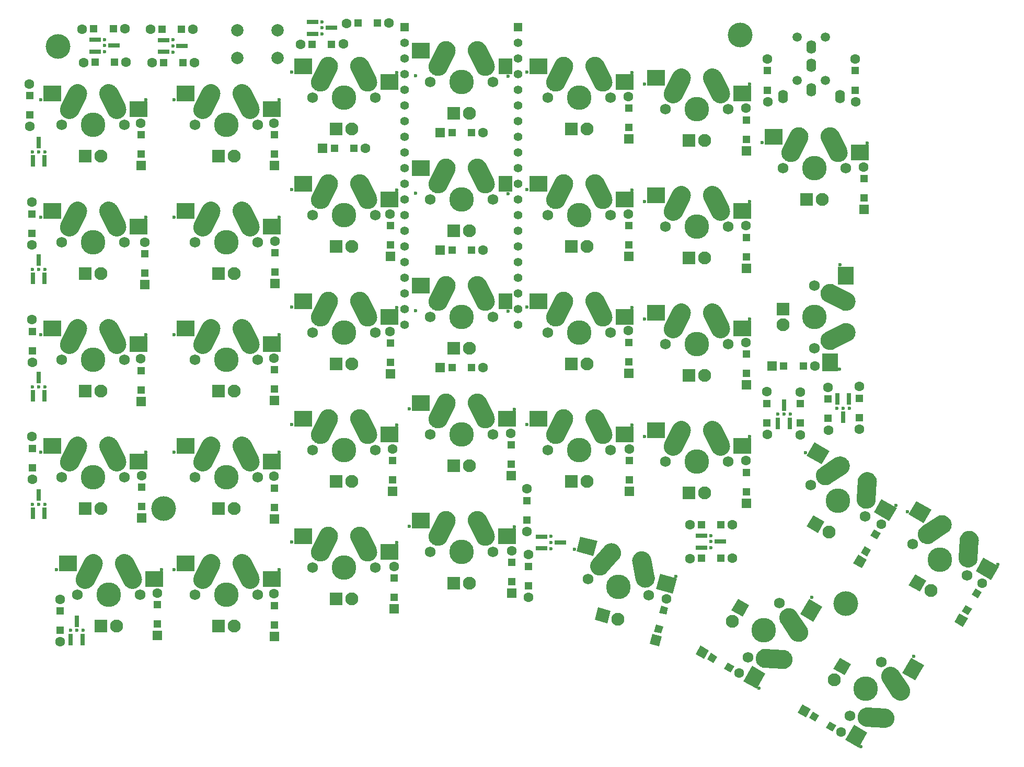
<source format=gts>
G04 #@! TF.GenerationSoftware,KiCad,Pcbnew,(5.1.5)-3*
G04 #@! TF.CreationDate,2020-03-08T16:10:47+01:00*
G04 #@! TF.ProjectId,redox_hotswap_led,7265646f-785f-4686-9f74-737761705f6c,1.0*
G04 #@! TF.SameCoordinates,Original*
G04 #@! TF.FileFunction,Soldermask,Top*
G04 #@! TF.FilePolarity,Negative*
%FSLAX46Y46*%
G04 Gerber Fmt 4.6, Leading zero omitted, Abs format (unit mm)*
G04 Created by KiCad (PCBNEW (5.1.5)-3) date 2020-03-08 16:10:47*
%MOMM*%
%LPD*%
G04 APERTURE LIST*
%ADD10C,0.600000*%
%ADD11C,0.100000*%
%ADD12C,1.750000*%
%ADD13C,3.987800*%
%ADD14C,2.100000*%
%ADD15R,2.100000X2.100000*%
%ADD16R,2.850000X2.500000*%
%ADD17R,2.250000X2.500000*%
%ADD18R,2.500000X2.850000*%
%ADD19C,4.000000*%
%ADD20R,1.400000X1.400000*%
%ADD21C,1.400000*%
%ADD22C,1.600000*%
%ADD23R,1.200000X1.200000*%
%ADD24R,1.600000X1.600000*%
%ADD25R,0.800000X1.900000*%
%ADD26R,1.900000X0.800000*%
%ADD27C,2.000000*%
%ADD28C,1.500000*%
%ADD29O,1.600000X2.200000*%
G04 APERTURE END LIST*
D10*
X215809723Y-167511216D03*
D11*
G36*
X214681673Y-163905057D02*
G01*
X216846737Y-165155057D01*
X215421737Y-167623229D01*
X213256673Y-166373229D01*
X214681673Y-163905057D01*
G37*
G36*
X215461875Y-167270763D02*
G01*
X215075505Y-167374291D01*
X214557867Y-165442439D01*
X214944237Y-165338911D01*
X215461875Y-167270763D01*
G37*
G36*
X223889377Y-153036845D02*
G01*
X226054441Y-154286845D01*
X224629441Y-156755017D01*
X222464377Y-155505017D01*
X223889377Y-153036845D01*
G37*
D10*
X224348025Y-152822444D03*
D11*
G36*
X223703315Y-153402058D02*
G01*
X224089685Y-153298530D01*
X224607323Y-155230382D01*
X224220953Y-155333910D01*
X223703315Y-153402058D01*
G37*
G36*
X216919340Y-161135527D02*
G01*
X219764024Y-161309515D01*
X219915212Y-161326240D01*
X220064032Y-161357703D01*
X220209052Y-161403601D01*
X220348874Y-161463493D01*
X220482153Y-161536802D01*
X220607605Y-161622821D01*
X220724021Y-161720722D01*
X220830280Y-161829563D01*
X220925360Y-161948295D01*
X221008344Y-162075774D01*
X221078433Y-162210774D01*
X221134953Y-162351993D01*
X221177358Y-162498073D01*
X221205241Y-162647605D01*
X221219399Y-162856624D01*
X221219399Y-162856626D01*
X221211935Y-163008553D01*
X221189616Y-163159016D01*
X221152657Y-163306567D01*
X221101412Y-163449785D01*
X221036377Y-163587291D01*
X220958177Y-163717760D01*
X220867565Y-163839936D01*
X220765415Y-163952642D01*
X220652709Y-164054792D01*
X220530533Y-164145404D01*
X220400064Y-164223604D01*
X220262558Y-164288639D01*
X220119340Y-164339884D01*
X219971789Y-164376843D01*
X219821326Y-164399162D01*
X219669399Y-164406626D01*
X219574774Y-164403735D01*
X216730090Y-164229747D01*
X216578902Y-164213022D01*
X216430082Y-164181559D01*
X216285062Y-164135661D01*
X216145240Y-164075769D01*
X216011961Y-164002460D01*
X215886509Y-163916441D01*
X215770093Y-163818540D01*
X215663834Y-163709699D01*
X215568754Y-163590967D01*
X215485770Y-163463488D01*
X215415681Y-163328488D01*
X215359161Y-163187269D01*
X215316756Y-163041189D01*
X215288873Y-162891657D01*
X215274715Y-162682638D01*
X215274715Y-162682636D01*
X215282179Y-162530709D01*
X215304498Y-162380246D01*
X215341457Y-162232695D01*
X215392702Y-162089477D01*
X215457737Y-161951971D01*
X215535937Y-161821502D01*
X215626549Y-161699326D01*
X215728699Y-161586620D01*
X215841405Y-161484470D01*
X215963581Y-161393858D01*
X216094050Y-161315658D01*
X216231556Y-161250623D01*
X216374774Y-161199378D01*
X216522325Y-161162419D01*
X216672788Y-161140100D01*
X216824715Y-161132636D01*
X216919340Y-161135527D01*
G37*
D12*
X213995000Y-162514409D03*
D13*
X216535000Y-158115000D03*
D12*
X219075000Y-153715591D03*
D11*
G36*
X212386264Y-153040821D02*
G01*
X214204918Y-154090821D01*
X213154918Y-155909475D01*
X211336264Y-154859475D01*
X212386264Y-153040821D01*
G37*
G36*
X220829411Y-154544252D02*
G01*
X220979211Y-154570659D01*
X221125701Y-154611622D01*
X221267471Y-154666746D01*
X221403155Y-154735500D01*
X221531447Y-154817223D01*
X221651111Y-154911127D01*
X221760994Y-155016308D01*
X221860039Y-155131753D01*
X221928071Y-155226579D01*
X223501091Y-157603154D01*
X223578721Y-157733963D01*
X223643156Y-157871751D01*
X223693775Y-158015191D01*
X223730090Y-158162902D01*
X223751753Y-158313462D01*
X223758553Y-158465419D01*
X223750427Y-158617312D01*
X223727451Y-158767677D01*
X223689848Y-158915065D01*
X223637979Y-159058058D01*
X223572345Y-159195279D01*
X223493576Y-159325405D01*
X223402432Y-159447184D01*
X223299791Y-159559444D01*
X223186640Y-159661101D01*
X223064070Y-159751179D01*
X222901749Y-159845018D01*
X222901747Y-159845019D01*
X222762522Y-159906287D01*
X222617962Y-159953614D01*
X222469459Y-159986543D01*
X222318444Y-160004758D01*
X222166371Y-160008083D01*
X222014703Y-159996486D01*
X221864903Y-159970079D01*
X221718413Y-159929116D01*
X221576643Y-159873992D01*
X221440959Y-159805238D01*
X221312667Y-159723515D01*
X221193003Y-159629611D01*
X221083120Y-159524430D01*
X220984075Y-159408985D01*
X220916043Y-159314159D01*
X219343023Y-156937584D01*
X219265393Y-156806775D01*
X219200958Y-156668987D01*
X219150339Y-156525547D01*
X219114024Y-156377836D01*
X219092361Y-156227276D01*
X219085561Y-156075319D01*
X219093687Y-155923426D01*
X219116663Y-155773061D01*
X219154266Y-155625673D01*
X219206135Y-155482680D01*
X219271769Y-155345459D01*
X219350538Y-155215333D01*
X219441682Y-155093554D01*
X219544323Y-154981294D01*
X219657474Y-154879637D01*
X219780044Y-154789559D01*
X219942365Y-154695720D01*
X219942367Y-154695719D01*
X220081592Y-154634451D01*
X220226152Y-154587124D01*
X220374655Y-154554195D01*
X220525670Y-154535980D01*
X220677743Y-154532655D01*
X220829411Y-154544252D01*
G37*
D14*
X211500591Y-156674852D03*
D10*
X199299723Y-157986216D03*
D11*
G36*
X198171673Y-154380057D02*
G01*
X200336737Y-155630057D01*
X198911737Y-158098229D01*
X196746673Y-156848229D01*
X198171673Y-154380057D01*
G37*
G36*
X198951875Y-157745763D02*
G01*
X198565505Y-157849291D01*
X198047867Y-155917439D01*
X198434237Y-155813911D01*
X198951875Y-157745763D01*
G37*
G36*
X207379377Y-143511845D02*
G01*
X209544441Y-144761845D01*
X208119441Y-147230017D01*
X205954377Y-145980017D01*
X207379377Y-143511845D01*
G37*
D10*
X207838025Y-143297444D03*
D11*
G36*
X207193315Y-143877058D02*
G01*
X207579685Y-143773530D01*
X208097323Y-145705382D01*
X207710953Y-145808910D01*
X207193315Y-143877058D01*
G37*
G36*
X200409340Y-151610527D02*
G01*
X203254024Y-151784515D01*
X203405212Y-151801240D01*
X203554032Y-151832703D01*
X203699052Y-151878601D01*
X203838874Y-151938493D01*
X203972153Y-152011802D01*
X204097605Y-152097821D01*
X204214021Y-152195722D01*
X204320280Y-152304563D01*
X204415360Y-152423295D01*
X204498344Y-152550774D01*
X204568433Y-152685774D01*
X204624953Y-152826993D01*
X204667358Y-152973073D01*
X204695241Y-153122605D01*
X204709399Y-153331624D01*
X204709399Y-153331626D01*
X204701935Y-153483553D01*
X204679616Y-153634016D01*
X204642657Y-153781567D01*
X204591412Y-153924785D01*
X204526377Y-154062291D01*
X204448177Y-154192760D01*
X204357565Y-154314936D01*
X204255415Y-154427642D01*
X204142709Y-154529792D01*
X204020533Y-154620404D01*
X203890064Y-154698604D01*
X203752558Y-154763639D01*
X203609340Y-154814884D01*
X203461789Y-154851843D01*
X203311326Y-154874162D01*
X203159399Y-154881626D01*
X203064774Y-154878735D01*
X200220090Y-154704747D01*
X200068902Y-154688022D01*
X199920082Y-154656559D01*
X199775062Y-154610661D01*
X199635240Y-154550769D01*
X199501961Y-154477460D01*
X199376509Y-154391441D01*
X199260093Y-154293540D01*
X199153834Y-154184699D01*
X199058754Y-154065967D01*
X198975770Y-153938488D01*
X198905681Y-153803488D01*
X198849161Y-153662269D01*
X198806756Y-153516189D01*
X198778873Y-153366657D01*
X198764715Y-153157638D01*
X198764715Y-153157636D01*
X198772179Y-153005709D01*
X198794498Y-152855246D01*
X198831457Y-152707695D01*
X198882702Y-152564477D01*
X198947737Y-152426971D01*
X199025937Y-152296502D01*
X199116549Y-152174326D01*
X199218699Y-152061620D01*
X199331405Y-151959470D01*
X199453581Y-151868858D01*
X199584050Y-151790658D01*
X199721556Y-151725623D01*
X199864774Y-151674378D01*
X200012325Y-151637419D01*
X200162788Y-151615100D01*
X200314715Y-151607636D01*
X200409340Y-151610527D01*
G37*
D12*
X197485000Y-152989409D03*
D13*
X200025000Y-148590000D03*
D12*
X202565000Y-144190591D03*
D11*
G36*
X195876264Y-143515821D02*
G01*
X197694918Y-144565821D01*
X196644918Y-146384475D01*
X194826264Y-145334475D01*
X195876264Y-143515821D01*
G37*
G36*
X204319411Y-145019252D02*
G01*
X204469211Y-145045659D01*
X204615701Y-145086622D01*
X204757471Y-145141746D01*
X204893155Y-145210500D01*
X205021447Y-145292223D01*
X205141111Y-145386127D01*
X205250994Y-145491308D01*
X205350039Y-145606753D01*
X205418071Y-145701579D01*
X206991091Y-148078154D01*
X207068721Y-148208963D01*
X207133156Y-148346751D01*
X207183775Y-148490191D01*
X207220090Y-148637902D01*
X207241753Y-148788462D01*
X207248553Y-148940419D01*
X207240427Y-149092312D01*
X207217451Y-149242677D01*
X207179848Y-149390065D01*
X207127979Y-149533058D01*
X207062345Y-149670279D01*
X206983576Y-149800405D01*
X206892432Y-149922184D01*
X206789791Y-150034444D01*
X206676640Y-150136101D01*
X206554070Y-150226179D01*
X206391749Y-150320018D01*
X206391747Y-150320019D01*
X206252522Y-150381287D01*
X206107962Y-150428614D01*
X205959459Y-150461543D01*
X205808444Y-150479758D01*
X205656371Y-150483083D01*
X205504703Y-150471486D01*
X205354903Y-150445079D01*
X205208413Y-150404116D01*
X205066643Y-150348992D01*
X204930959Y-150280238D01*
X204802667Y-150198515D01*
X204683003Y-150104611D01*
X204573120Y-149999430D01*
X204474075Y-149883985D01*
X204406043Y-149789159D01*
X202833023Y-147412584D01*
X202755393Y-147281775D01*
X202690958Y-147143987D01*
X202640339Y-147000547D01*
X202604024Y-146852836D01*
X202582361Y-146702276D01*
X202575561Y-146550319D01*
X202583687Y-146398426D01*
X202606663Y-146248061D01*
X202644266Y-146100673D01*
X202696135Y-145957680D01*
X202761769Y-145820459D01*
X202840538Y-145690333D01*
X202931682Y-145568554D01*
X203034323Y-145456294D01*
X203147474Y-145354637D01*
X203270044Y-145264559D01*
X203432365Y-145170720D01*
X203432367Y-145170719D01*
X203571592Y-145109451D01*
X203716152Y-145062124D01*
X203864655Y-145029195D01*
X204015670Y-145010980D01*
X204167743Y-145007655D01*
X204319411Y-145019252D01*
G37*
D14*
X194990591Y-147149852D03*
D11*
G36*
X159595685Y-132241472D02*
G01*
X159878528Y-132524315D01*
X158464315Y-133938528D01*
X158181472Y-133655685D01*
X159595685Y-132241472D01*
G37*
G36*
X143464315Y-132038528D02*
G01*
X143181472Y-131755685D01*
X144595685Y-130341472D01*
X144878528Y-130624315D01*
X143464315Y-132038528D01*
G37*
G36*
X153863032Y-129266889D02*
G01*
X154012832Y-129293296D01*
X154159322Y-129334259D01*
X154301092Y-129389383D01*
X154436776Y-129458137D01*
X154565068Y-129539860D01*
X154684732Y-129633764D01*
X154794615Y-129738945D01*
X154893660Y-129854390D01*
X154980912Y-129978988D01*
X155056317Y-130113111D01*
X156327981Y-132663674D01*
X156389091Y-132802969D01*
X156436253Y-132947583D01*
X156469014Y-133096123D01*
X156487057Y-133247158D01*
X156490210Y-133399235D01*
X156478441Y-133550889D01*
X156451864Y-133700659D01*
X156410735Y-133847103D01*
X156355450Y-133988810D01*
X156286541Y-134124416D01*
X156204673Y-134252615D01*
X156110633Y-134372172D01*
X156005327Y-134481936D01*
X155889770Y-134580850D01*
X155765074Y-134667960D01*
X155634014Y-134741643D01*
X155634012Y-134741644D01*
X155494787Y-134802912D01*
X155350227Y-134850239D01*
X155201724Y-134883168D01*
X155050709Y-134901383D01*
X154898636Y-134904708D01*
X154746968Y-134893111D01*
X154597168Y-134866704D01*
X154450678Y-134825741D01*
X154308908Y-134770617D01*
X154173224Y-134701863D01*
X154044932Y-134620140D01*
X153925268Y-134526236D01*
X153815385Y-134421055D01*
X153716340Y-134305610D01*
X153629088Y-134181012D01*
X153553683Y-134046889D01*
X152282019Y-131496326D01*
X152220909Y-131357031D01*
X152173747Y-131212417D01*
X152140986Y-131063877D01*
X152122943Y-130912842D01*
X152119790Y-130760765D01*
X152131559Y-130609111D01*
X152158136Y-130459341D01*
X152199265Y-130312897D01*
X152254550Y-130171190D01*
X152323459Y-130035584D01*
X152405327Y-129907385D01*
X152499367Y-129787828D01*
X152604673Y-129678064D01*
X152720230Y-129579150D01*
X152844926Y-129492040D01*
X152975986Y-129418357D01*
X152975988Y-129418356D01*
X153115213Y-129357088D01*
X153259773Y-129309761D01*
X153408276Y-129276832D01*
X153559291Y-129258617D01*
X153711364Y-129255292D01*
X153863032Y-129266889D01*
G37*
G36*
X148698954Y-129258494D02*
G01*
X148849989Y-129276537D01*
X148998529Y-129309298D01*
X149143143Y-129356460D01*
X149284012Y-129418356D01*
X149284014Y-129418357D01*
X149416563Y-129492976D01*
X149541161Y-129580228D01*
X149656606Y-129679273D01*
X149761787Y-129789156D01*
X149855691Y-129908820D01*
X149937414Y-130037112D01*
X150006168Y-130172796D01*
X150061292Y-130314566D01*
X150102255Y-130461056D01*
X150128662Y-130610856D01*
X150140259Y-130762524D01*
X150136934Y-130914597D01*
X150118719Y-131065612D01*
X150085790Y-131214115D01*
X150038463Y-131358675D01*
X149977981Y-131496326D01*
X148706317Y-134046889D01*
X148631848Y-134179523D01*
X148544738Y-134304219D01*
X148445824Y-134419776D01*
X148336060Y-134525082D01*
X148216503Y-134619122D01*
X148088304Y-134700990D01*
X147952698Y-134769899D01*
X147810991Y-134825184D01*
X147664547Y-134866313D01*
X147514777Y-134892890D01*
X147363123Y-134904659D01*
X147211046Y-134901506D01*
X147060011Y-134883463D01*
X146911471Y-134850702D01*
X146766857Y-134803540D01*
X146625988Y-134741644D01*
X146625986Y-134741643D01*
X146493437Y-134667024D01*
X146368839Y-134579772D01*
X146253394Y-134480727D01*
X146148213Y-134370844D01*
X146054309Y-134251180D01*
X145972586Y-134122888D01*
X145903832Y-133987204D01*
X145848708Y-133845434D01*
X145807745Y-133698944D01*
X145781338Y-133549144D01*
X145769741Y-133397476D01*
X145773066Y-133245403D01*
X145791281Y-133094388D01*
X145824210Y-132945885D01*
X145871537Y-132801325D01*
X145932019Y-132663674D01*
X147203683Y-130113111D01*
X147278152Y-129980477D01*
X147365262Y-129855781D01*
X147464176Y-129740224D01*
X147573940Y-129634918D01*
X147693497Y-129540878D01*
X147821696Y-129459010D01*
X147957302Y-129390101D01*
X148099009Y-129334816D01*
X148245453Y-129293687D01*
X148395223Y-129267110D01*
X148546877Y-129255341D01*
X148698954Y-129258494D01*
G37*
D10*
X159630000Y-131820000D03*
X142640000Y-131770000D03*
D14*
X152400000Y-140970000D03*
D15*
X149860000Y-140970000D03*
D16*
X158496000Y-133350000D03*
X144480000Y-130810000D03*
D13*
X151130000Y-135890000D03*
D12*
X146050000Y-135890000D03*
X156210000Y-135890000D03*
D11*
G36*
X140545685Y-134781472D02*
G01*
X140828528Y-135064315D01*
X139414315Y-136478528D01*
X139131472Y-136195685D01*
X140545685Y-134781472D01*
G37*
G36*
X124414315Y-134578528D02*
G01*
X124131472Y-134295685D01*
X125545685Y-132881472D01*
X125828528Y-133164315D01*
X124414315Y-134578528D01*
G37*
G36*
X134813032Y-131806889D02*
G01*
X134962832Y-131833296D01*
X135109322Y-131874259D01*
X135251092Y-131929383D01*
X135386776Y-131998137D01*
X135515068Y-132079860D01*
X135634732Y-132173764D01*
X135744615Y-132278945D01*
X135843660Y-132394390D01*
X135930912Y-132518988D01*
X136006317Y-132653111D01*
X137277981Y-135203674D01*
X137339091Y-135342969D01*
X137386253Y-135487583D01*
X137419014Y-135636123D01*
X137437057Y-135787158D01*
X137440210Y-135939235D01*
X137428441Y-136090889D01*
X137401864Y-136240659D01*
X137360735Y-136387103D01*
X137305450Y-136528810D01*
X137236541Y-136664416D01*
X137154673Y-136792615D01*
X137060633Y-136912172D01*
X136955327Y-137021936D01*
X136839770Y-137120850D01*
X136715074Y-137207960D01*
X136584014Y-137281643D01*
X136584012Y-137281644D01*
X136444787Y-137342912D01*
X136300227Y-137390239D01*
X136151724Y-137423168D01*
X136000709Y-137441383D01*
X135848636Y-137444708D01*
X135696968Y-137433111D01*
X135547168Y-137406704D01*
X135400678Y-137365741D01*
X135258908Y-137310617D01*
X135123224Y-137241863D01*
X134994932Y-137160140D01*
X134875268Y-137066236D01*
X134765385Y-136961055D01*
X134666340Y-136845610D01*
X134579088Y-136721012D01*
X134503683Y-136586889D01*
X133232019Y-134036326D01*
X133170909Y-133897031D01*
X133123747Y-133752417D01*
X133090986Y-133603877D01*
X133072943Y-133452842D01*
X133069790Y-133300765D01*
X133081559Y-133149111D01*
X133108136Y-132999341D01*
X133149265Y-132852897D01*
X133204550Y-132711190D01*
X133273459Y-132575584D01*
X133355327Y-132447385D01*
X133449367Y-132327828D01*
X133554673Y-132218064D01*
X133670230Y-132119150D01*
X133794926Y-132032040D01*
X133925986Y-131958357D01*
X133925988Y-131958356D01*
X134065213Y-131897088D01*
X134209773Y-131849761D01*
X134358276Y-131816832D01*
X134509291Y-131798617D01*
X134661364Y-131795292D01*
X134813032Y-131806889D01*
G37*
G36*
X129648954Y-131798494D02*
G01*
X129799989Y-131816537D01*
X129948529Y-131849298D01*
X130093143Y-131896460D01*
X130234012Y-131958356D01*
X130234014Y-131958357D01*
X130366563Y-132032976D01*
X130491161Y-132120228D01*
X130606606Y-132219273D01*
X130711787Y-132329156D01*
X130805691Y-132448820D01*
X130887414Y-132577112D01*
X130956168Y-132712796D01*
X131011292Y-132854566D01*
X131052255Y-133001056D01*
X131078662Y-133150856D01*
X131090259Y-133302524D01*
X131086934Y-133454597D01*
X131068719Y-133605612D01*
X131035790Y-133754115D01*
X130988463Y-133898675D01*
X130927981Y-134036326D01*
X129656317Y-136586889D01*
X129581848Y-136719523D01*
X129494738Y-136844219D01*
X129395824Y-136959776D01*
X129286060Y-137065082D01*
X129166503Y-137159122D01*
X129038304Y-137240990D01*
X128902698Y-137309899D01*
X128760991Y-137365184D01*
X128614547Y-137406313D01*
X128464777Y-137432890D01*
X128313123Y-137444659D01*
X128161046Y-137441506D01*
X128010011Y-137423463D01*
X127861471Y-137390702D01*
X127716857Y-137343540D01*
X127575988Y-137281644D01*
X127575986Y-137281643D01*
X127443437Y-137207024D01*
X127318839Y-137119772D01*
X127203394Y-137020727D01*
X127098213Y-136910844D01*
X127004309Y-136791180D01*
X126922586Y-136662888D01*
X126853832Y-136527204D01*
X126798708Y-136385434D01*
X126757745Y-136238944D01*
X126731338Y-136089144D01*
X126719741Y-135937476D01*
X126723066Y-135785403D01*
X126741281Y-135634388D01*
X126774210Y-135485885D01*
X126821537Y-135341325D01*
X126882019Y-135203674D01*
X128153683Y-132653111D01*
X128228152Y-132520477D01*
X128315262Y-132395781D01*
X128414176Y-132280224D01*
X128523940Y-132174918D01*
X128643497Y-132080878D01*
X128771696Y-131999010D01*
X128907302Y-131930101D01*
X129049009Y-131874816D01*
X129195453Y-131833687D01*
X129345223Y-131807110D01*
X129496877Y-131795341D01*
X129648954Y-131798494D01*
G37*
D10*
X140580000Y-134360000D03*
X123590000Y-134310000D03*
D14*
X133350000Y-143510000D03*
D15*
X130810000Y-143510000D03*
D16*
X139446000Y-135890000D03*
X125430000Y-133350000D03*
D13*
X132080000Y-138430000D03*
D12*
X127000000Y-138430000D03*
X137160000Y-138430000D03*
D11*
G36*
X121495685Y-139226472D02*
G01*
X121778528Y-139509315D01*
X120364315Y-140923528D01*
X120081472Y-140640685D01*
X121495685Y-139226472D01*
G37*
G36*
X105364315Y-139023528D02*
G01*
X105081472Y-138740685D01*
X106495685Y-137326472D01*
X106778528Y-137609315D01*
X105364315Y-139023528D01*
G37*
G36*
X115763032Y-136251889D02*
G01*
X115912832Y-136278296D01*
X116059322Y-136319259D01*
X116201092Y-136374383D01*
X116336776Y-136443137D01*
X116465068Y-136524860D01*
X116584732Y-136618764D01*
X116694615Y-136723945D01*
X116793660Y-136839390D01*
X116880912Y-136963988D01*
X116956317Y-137098111D01*
X118227981Y-139648674D01*
X118289091Y-139787969D01*
X118336253Y-139932583D01*
X118369014Y-140081123D01*
X118387057Y-140232158D01*
X118390210Y-140384235D01*
X118378441Y-140535889D01*
X118351864Y-140685659D01*
X118310735Y-140832103D01*
X118255450Y-140973810D01*
X118186541Y-141109416D01*
X118104673Y-141237615D01*
X118010633Y-141357172D01*
X117905327Y-141466936D01*
X117789770Y-141565850D01*
X117665074Y-141652960D01*
X117534014Y-141726643D01*
X117534012Y-141726644D01*
X117394787Y-141787912D01*
X117250227Y-141835239D01*
X117101724Y-141868168D01*
X116950709Y-141886383D01*
X116798636Y-141889708D01*
X116646968Y-141878111D01*
X116497168Y-141851704D01*
X116350678Y-141810741D01*
X116208908Y-141755617D01*
X116073224Y-141686863D01*
X115944932Y-141605140D01*
X115825268Y-141511236D01*
X115715385Y-141406055D01*
X115616340Y-141290610D01*
X115529088Y-141166012D01*
X115453683Y-141031889D01*
X114182019Y-138481326D01*
X114120909Y-138342031D01*
X114073747Y-138197417D01*
X114040986Y-138048877D01*
X114022943Y-137897842D01*
X114019790Y-137745765D01*
X114031559Y-137594111D01*
X114058136Y-137444341D01*
X114099265Y-137297897D01*
X114154550Y-137156190D01*
X114223459Y-137020584D01*
X114305327Y-136892385D01*
X114399367Y-136772828D01*
X114504673Y-136663064D01*
X114620230Y-136564150D01*
X114744926Y-136477040D01*
X114875986Y-136403357D01*
X114875988Y-136403356D01*
X115015213Y-136342088D01*
X115159773Y-136294761D01*
X115308276Y-136261832D01*
X115459291Y-136243617D01*
X115611364Y-136240292D01*
X115763032Y-136251889D01*
G37*
G36*
X110598954Y-136243494D02*
G01*
X110749989Y-136261537D01*
X110898529Y-136294298D01*
X111043143Y-136341460D01*
X111184012Y-136403356D01*
X111184014Y-136403357D01*
X111316563Y-136477976D01*
X111441161Y-136565228D01*
X111556606Y-136664273D01*
X111661787Y-136774156D01*
X111755691Y-136893820D01*
X111837414Y-137022112D01*
X111906168Y-137157796D01*
X111961292Y-137299566D01*
X112002255Y-137446056D01*
X112028662Y-137595856D01*
X112040259Y-137747524D01*
X112036934Y-137899597D01*
X112018719Y-138050612D01*
X111985790Y-138199115D01*
X111938463Y-138343675D01*
X111877981Y-138481326D01*
X110606317Y-141031889D01*
X110531848Y-141164523D01*
X110444738Y-141289219D01*
X110345824Y-141404776D01*
X110236060Y-141510082D01*
X110116503Y-141604122D01*
X109988304Y-141685990D01*
X109852698Y-141754899D01*
X109710991Y-141810184D01*
X109564547Y-141851313D01*
X109414777Y-141877890D01*
X109263123Y-141889659D01*
X109111046Y-141886506D01*
X108960011Y-141868463D01*
X108811471Y-141835702D01*
X108666857Y-141788540D01*
X108525988Y-141726644D01*
X108525986Y-141726643D01*
X108393437Y-141652024D01*
X108268839Y-141564772D01*
X108153394Y-141465727D01*
X108048213Y-141355844D01*
X107954309Y-141236180D01*
X107872586Y-141107888D01*
X107803832Y-140972204D01*
X107748708Y-140830434D01*
X107707745Y-140683944D01*
X107681338Y-140534144D01*
X107669741Y-140382476D01*
X107673066Y-140230403D01*
X107691281Y-140079388D01*
X107724210Y-139930885D01*
X107771537Y-139786325D01*
X107832019Y-139648674D01*
X109103683Y-137098111D01*
X109178152Y-136965477D01*
X109265262Y-136840781D01*
X109364176Y-136725224D01*
X109473940Y-136619918D01*
X109593497Y-136525878D01*
X109721696Y-136444010D01*
X109857302Y-136375101D01*
X109999009Y-136319816D01*
X110145453Y-136278687D01*
X110295223Y-136252110D01*
X110446877Y-136240341D01*
X110598954Y-136243494D01*
G37*
D10*
X121530000Y-138805000D03*
X104540000Y-138755000D03*
D14*
X114300000Y-147955000D03*
D15*
X111760000Y-147955000D03*
D16*
X120396000Y-140335000D03*
X106380000Y-137795000D03*
D13*
X113030000Y-142875000D03*
D12*
X107950000Y-142875000D03*
X118110000Y-142875000D03*
D11*
G36*
X102445685Y-139226472D02*
G01*
X102728528Y-139509315D01*
X101314315Y-140923528D01*
X101031472Y-140640685D01*
X102445685Y-139226472D01*
G37*
G36*
X86314315Y-139023528D02*
G01*
X86031472Y-138740685D01*
X87445685Y-137326472D01*
X87728528Y-137609315D01*
X86314315Y-139023528D01*
G37*
G36*
X96713032Y-136251889D02*
G01*
X96862832Y-136278296D01*
X97009322Y-136319259D01*
X97151092Y-136374383D01*
X97286776Y-136443137D01*
X97415068Y-136524860D01*
X97534732Y-136618764D01*
X97644615Y-136723945D01*
X97743660Y-136839390D01*
X97830912Y-136963988D01*
X97906317Y-137098111D01*
X99177981Y-139648674D01*
X99239091Y-139787969D01*
X99286253Y-139932583D01*
X99319014Y-140081123D01*
X99337057Y-140232158D01*
X99340210Y-140384235D01*
X99328441Y-140535889D01*
X99301864Y-140685659D01*
X99260735Y-140832103D01*
X99205450Y-140973810D01*
X99136541Y-141109416D01*
X99054673Y-141237615D01*
X98960633Y-141357172D01*
X98855327Y-141466936D01*
X98739770Y-141565850D01*
X98615074Y-141652960D01*
X98484014Y-141726643D01*
X98484012Y-141726644D01*
X98344787Y-141787912D01*
X98200227Y-141835239D01*
X98051724Y-141868168D01*
X97900709Y-141886383D01*
X97748636Y-141889708D01*
X97596968Y-141878111D01*
X97447168Y-141851704D01*
X97300678Y-141810741D01*
X97158908Y-141755617D01*
X97023224Y-141686863D01*
X96894932Y-141605140D01*
X96775268Y-141511236D01*
X96665385Y-141406055D01*
X96566340Y-141290610D01*
X96479088Y-141166012D01*
X96403683Y-141031889D01*
X95132019Y-138481326D01*
X95070909Y-138342031D01*
X95023747Y-138197417D01*
X94990986Y-138048877D01*
X94972943Y-137897842D01*
X94969790Y-137745765D01*
X94981559Y-137594111D01*
X95008136Y-137444341D01*
X95049265Y-137297897D01*
X95104550Y-137156190D01*
X95173459Y-137020584D01*
X95255327Y-136892385D01*
X95349367Y-136772828D01*
X95454673Y-136663064D01*
X95570230Y-136564150D01*
X95694926Y-136477040D01*
X95825986Y-136403357D01*
X95825988Y-136403356D01*
X95965213Y-136342088D01*
X96109773Y-136294761D01*
X96258276Y-136261832D01*
X96409291Y-136243617D01*
X96561364Y-136240292D01*
X96713032Y-136251889D01*
G37*
G36*
X91548954Y-136243494D02*
G01*
X91699989Y-136261537D01*
X91848529Y-136294298D01*
X91993143Y-136341460D01*
X92134012Y-136403356D01*
X92134014Y-136403357D01*
X92266563Y-136477976D01*
X92391161Y-136565228D01*
X92506606Y-136664273D01*
X92611787Y-136774156D01*
X92705691Y-136893820D01*
X92787414Y-137022112D01*
X92856168Y-137157796D01*
X92911292Y-137299566D01*
X92952255Y-137446056D01*
X92978662Y-137595856D01*
X92990259Y-137747524D01*
X92986934Y-137899597D01*
X92968719Y-138050612D01*
X92935790Y-138199115D01*
X92888463Y-138343675D01*
X92827981Y-138481326D01*
X91556317Y-141031889D01*
X91481848Y-141164523D01*
X91394738Y-141289219D01*
X91295824Y-141404776D01*
X91186060Y-141510082D01*
X91066503Y-141604122D01*
X90938304Y-141685990D01*
X90802698Y-141754899D01*
X90660991Y-141810184D01*
X90514547Y-141851313D01*
X90364777Y-141877890D01*
X90213123Y-141889659D01*
X90061046Y-141886506D01*
X89910011Y-141868463D01*
X89761471Y-141835702D01*
X89616857Y-141788540D01*
X89475988Y-141726644D01*
X89475986Y-141726643D01*
X89343437Y-141652024D01*
X89218839Y-141564772D01*
X89103394Y-141465727D01*
X88998213Y-141355844D01*
X88904309Y-141236180D01*
X88822586Y-141107888D01*
X88753832Y-140972204D01*
X88698708Y-140830434D01*
X88657745Y-140683944D01*
X88631338Y-140534144D01*
X88619741Y-140382476D01*
X88623066Y-140230403D01*
X88641281Y-140079388D01*
X88674210Y-139930885D01*
X88721537Y-139786325D01*
X88782019Y-139648674D01*
X90053683Y-137098111D01*
X90128152Y-136965477D01*
X90215262Y-136840781D01*
X90314176Y-136725224D01*
X90423940Y-136619918D01*
X90543497Y-136525878D01*
X90671696Y-136444010D01*
X90807302Y-136375101D01*
X90949009Y-136319816D01*
X91095453Y-136278687D01*
X91245223Y-136252110D01*
X91396877Y-136240341D01*
X91548954Y-136243494D01*
G37*
D10*
X102480000Y-138805000D03*
X85490000Y-138755000D03*
D14*
X95250000Y-147955000D03*
D15*
X92710000Y-147955000D03*
D16*
X101346000Y-140335000D03*
X87330000Y-137795000D03*
D13*
X93980000Y-142875000D03*
D12*
X88900000Y-142875000D03*
X99060000Y-142875000D03*
D11*
G36*
X237755763Y-138233125D02*
G01*
X237859291Y-138619495D01*
X235927439Y-139137133D01*
X235823911Y-138750763D01*
X237755763Y-138233125D01*
G37*
G36*
X223887058Y-129991685D02*
G01*
X223783530Y-129605315D01*
X225715382Y-129087677D01*
X225818910Y-129474047D01*
X223887058Y-129991685D01*
G37*
G36*
X233493553Y-132483065D02*
G01*
X233644016Y-132505384D01*
X233791567Y-132542343D01*
X233934785Y-132593588D01*
X234072291Y-132658623D01*
X234202760Y-132736823D01*
X234324936Y-132827435D01*
X234437642Y-132929585D01*
X234539792Y-133042291D01*
X234630404Y-133164467D01*
X234708604Y-133294936D01*
X234773639Y-133432442D01*
X234824884Y-133575660D01*
X234861843Y-133723211D01*
X234884162Y-133873674D01*
X234891626Y-134025601D01*
X234888735Y-134120226D01*
X234714747Y-136964910D01*
X234698022Y-137116098D01*
X234666559Y-137264918D01*
X234620661Y-137409938D01*
X234560769Y-137549760D01*
X234487460Y-137683039D01*
X234401441Y-137808491D01*
X234303540Y-137924907D01*
X234194699Y-138031166D01*
X234075967Y-138126246D01*
X233948488Y-138209230D01*
X233813488Y-138279319D01*
X233672269Y-138335839D01*
X233526189Y-138378244D01*
X233376657Y-138406127D01*
X233167638Y-138420285D01*
X233167636Y-138420285D01*
X233015709Y-138412821D01*
X232865246Y-138390502D01*
X232717695Y-138353543D01*
X232574477Y-138302298D01*
X232436971Y-138237263D01*
X232306502Y-138159063D01*
X232184326Y-138068451D01*
X232071620Y-137966301D01*
X231969470Y-137853595D01*
X231878858Y-137731419D01*
X231800658Y-137600950D01*
X231735623Y-137463444D01*
X231684378Y-137320226D01*
X231647419Y-137172675D01*
X231625100Y-137022212D01*
X231617636Y-136870285D01*
X231620527Y-136775660D01*
X231794515Y-133930976D01*
X231811240Y-133779788D01*
X231842703Y-133630968D01*
X231888601Y-133485948D01*
X231948493Y-133346126D01*
X232021802Y-133212847D01*
X232107821Y-133087395D01*
X232205722Y-132970979D01*
X232314563Y-132864720D01*
X232433295Y-132769640D01*
X232560774Y-132686656D01*
X232695774Y-132616567D01*
X232836993Y-132560047D01*
X232983073Y-132517642D01*
X233132605Y-132489759D01*
X233341624Y-132475601D01*
X233341626Y-132475601D01*
X233493553Y-132483065D01*
G37*
G36*
X229102312Y-129944573D02*
G01*
X229252677Y-129967549D01*
X229400065Y-130005152D01*
X229543058Y-130057021D01*
X229680279Y-130122655D01*
X229810405Y-130201424D01*
X229932184Y-130292568D01*
X230044444Y-130395209D01*
X230146101Y-130508360D01*
X230236179Y-130630930D01*
X230330018Y-130793251D01*
X230330019Y-130793253D01*
X230391287Y-130932478D01*
X230438614Y-131077038D01*
X230471543Y-131225541D01*
X230489758Y-131376556D01*
X230493083Y-131528629D01*
X230481486Y-131680297D01*
X230455079Y-131830097D01*
X230414116Y-131976587D01*
X230358992Y-132118357D01*
X230290238Y-132254041D01*
X230208515Y-132382333D01*
X230114611Y-132501997D01*
X230009430Y-132611880D01*
X229893985Y-132710925D01*
X229799159Y-132778957D01*
X227422584Y-134351977D01*
X227291775Y-134429607D01*
X227153987Y-134494042D01*
X227010547Y-134544661D01*
X226862836Y-134580976D01*
X226712276Y-134602639D01*
X226560319Y-134609439D01*
X226408426Y-134601313D01*
X226258061Y-134578337D01*
X226110673Y-134540734D01*
X225967680Y-134488865D01*
X225830459Y-134423231D01*
X225700333Y-134344462D01*
X225578554Y-134253318D01*
X225466294Y-134150677D01*
X225364637Y-134037526D01*
X225274559Y-133914956D01*
X225180720Y-133752635D01*
X225180719Y-133752633D01*
X225119451Y-133613408D01*
X225072124Y-133468848D01*
X225039195Y-133320345D01*
X225020980Y-133169330D01*
X225017655Y-133017257D01*
X225029252Y-132865589D01*
X225055659Y-132715789D01*
X225096622Y-132569299D01*
X225151746Y-132427529D01*
X225220500Y-132291845D01*
X225302223Y-132163553D01*
X225396127Y-132043889D01*
X225501308Y-131934006D01*
X225616753Y-131834961D01*
X225711579Y-131766929D01*
X228088154Y-130193909D01*
X228218963Y-130116279D01*
X228356751Y-130051844D01*
X228500191Y-130001225D01*
X228647902Y-129964910D01*
X228798462Y-129943247D01*
X228950419Y-129936447D01*
X229102312Y-129944573D01*
G37*
D10*
X237996216Y-137885277D03*
X223307444Y-129346975D03*
D14*
X227159852Y-142194409D03*
D11*
G36*
X223525821Y-141308736D02*
G01*
X224575821Y-139490082D01*
X226394475Y-140540082D01*
X225344475Y-142358736D01*
X223525821Y-141308736D01*
G37*
G36*
X234390057Y-139013327D02*
G01*
X235640057Y-136848263D01*
X238108229Y-138273263D01*
X236858229Y-140438327D01*
X234390057Y-139013327D01*
G37*
G36*
X223521845Y-129805623D02*
G01*
X224771845Y-127640559D01*
X227240017Y-129065559D01*
X225990017Y-131230623D01*
X223521845Y-129805623D01*
G37*
D13*
X228600000Y-137160000D03*
D12*
X224200591Y-134620000D03*
X232999409Y-139700000D03*
D11*
G36*
X197695685Y-117636472D02*
G01*
X197978528Y-117919315D01*
X196564315Y-119333528D01*
X196281472Y-119050685D01*
X197695685Y-117636472D01*
G37*
G36*
X181564315Y-117433528D02*
G01*
X181281472Y-117150685D01*
X182695685Y-115736472D01*
X182978528Y-116019315D01*
X181564315Y-117433528D01*
G37*
G36*
X191963032Y-114661889D02*
G01*
X192112832Y-114688296D01*
X192259322Y-114729259D01*
X192401092Y-114784383D01*
X192536776Y-114853137D01*
X192665068Y-114934860D01*
X192784732Y-115028764D01*
X192894615Y-115133945D01*
X192993660Y-115249390D01*
X193080912Y-115373988D01*
X193156317Y-115508111D01*
X194427981Y-118058674D01*
X194489091Y-118197969D01*
X194536253Y-118342583D01*
X194569014Y-118491123D01*
X194587057Y-118642158D01*
X194590210Y-118794235D01*
X194578441Y-118945889D01*
X194551864Y-119095659D01*
X194510735Y-119242103D01*
X194455450Y-119383810D01*
X194386541Y-119519416D01*
X194304673Y-119647615D01*
X194210633Y-119767172D01*
X194105327Y-119876936D01*
X193989770Y-119975850D01*
X193865074Y-120062960D01*
X193734014Y-120136643D01*
X193734012Y-120136644D01*
X193594787Y-120197912D01*
X193450227Y-120245239D01*
X193301724Y-120278168D01*
X193150709Y-120296383D01*
X192998636Y-120299708D01*
X192846968Y-120288111D01*
X192697168Y-120261704D01*
X192550678Y-120220741D01*
X192408908Y-120165617D01*
X192273224Y-120096863D01*
X192144932Y-120015140D01*
X192025268Y-119921236D01*
X191915385Y-119816055D01*
X191816340Y-119700610D01*
X191729088Y-119576012D01*
X191653683Y-119441889D01*
X190382019Y-116891326D01*
X190320909Y-116752031D01*
X190273747Y-116607417D01*
X190240986Y-116458877D01*
X190222943Y-116307842D01*
X190219790Y-116155765D01*
X190231559Y-116004111D01*
X190258136Y-115854341D01*
X190299265Y-115707897D01*
X190354550Y-115566190D01*
X190423459Y-115430584D01*
X190505327Y-115302385D01*
X190599367Y-115182828D01*
X190704673Y-115073064D01*
X190820230Y-114974150D01*
X190944926Y-114887040D01*
X191075986Y-114813357D01*
X191075988Y-114813356D01*
X191215213Y-114752088D01*
X191359773Y-114704761D01*
X191508276Y-114671832D01*
X191659291Y-114653617D01*
X191811364Y-114650292D01*
X191963032Y-114661889D01*
G37*
G36*
X186798954Y-114653494D02*
G01*
X186949989Y-114671537D01*
X187098529Y-114704298D01*
X187243143Y-114751460D01*
X187384012Y-114813356D01*
X187384014Y-114813357D01*
X187516563Y-114887976D01*
X187641161Y-114975228D01*
X187756606Y-115074273D01*
X187861787Y-115184156D01*
X187955691Y-115303820D01*
X188037414Y-115432112D01*
X188106168Y-115567796D01*
X188161292Y-115709566D01*
X188202255Y-115856056D01*
X188228662Y-116005856D01*
X188240259Y-116157524D01*
X188236934Y-116309597D01*
X188218719Y-116460612D01*
X188185790Y-116609115D01*
X188138463Y-116753675D01*
X188077981Y-116891326D01*
X186806317Y-119441889D01*
X186731848Y-119574523D01*
X186644738Y-119699219D01*
X186545824Y-119814776D01*
X186436060Y-119920082D01*
X186316503Y-120014122D01*
X186188304Y-120095990D01*
X186052698Y-120164899D01*
X185910991Y-120220184D01*
X185764547Y-120261313D01*
X185614777Y-120287890D01*
X185463123Y-120299659D01*
X185311046Y-120296506D01*
X185160011Y-120278463D01*
X185011471Y-120245702D01*
X184866857Y-120198540D01*
X184725988Y-120136644D01*
X184725986Y-120136643D01*
X184593437Y-120062024D01*
X184468839Y-119974772D01*
X184353394Y-119875727D01*
X184248213Y-119765844D01*
X184154309Y-119646180D01*
X184072586Y-119517888D01*
X184003832Y-119382204D01*
X183948708Y-119240434D01*
X183907745Y-119093944D01*
X183881338Y-118944144D01*
X183869741Y-118792476D01*
X183873066Y-118640403D01*
X183891281Y-118489388D01*
X183924210Y-118340885D01*
X183971537Y-118196325D01*
X184032019Y-118058674D01*
X185303683Y-115508111D01*
X185378152Y-115375477D01*
X185465262Y-115250781D01*
X185564176Y-115135224D01*
X185673940Y-115029918D01*
X185793497Y-114935878D01*
X185921696Y-114854010D01*
X186057302Y-114785101D01*
X186199009Y-114729816D01*
X186345453Y-114688687D01*
X186495223Y-114662110D01*
X186646877Y-114650341D01*
X186798954Y-114653494D01*
G37*
D10*
X197730000Y-117215000D03*
X180740000Y-117165000D03*
D14*
X190500000Y-126365000D03*
D15*
X187960000Y-126365000D03*
D16*
X196596000Y-118745000D03*
X182580000Y-116205000D03*
D13*
X189230000Y-121285000D03*
D12*
X184150000Y-121285000D03*
X194310000Y-121285000D03*
D11*
G36*
X178645685Y-115731472D02*
G01*
X178928528Y-116014315D01*
X177514315Y-117428528D01*
X177231472Y-117145685D01*
X178645685Y-115731472D01*
G37*
G36*
X162514315Y-115528528D02*
G01*
X162231472Y-115245685D01*
X163645685Y-113831472D01*
X163928528Y-114114315D01*
X162514315Y-115528528D01*
G37*
G36*
X172913032Y-112756889D02*
G01*
X173062832Y-112783296D01*
X173209322Y-112824259D01*
X173351092Y-112879383D01*
X173486776Y-112948137D01*
X173615068Y-113029860D01*
X173734732Y-113123764D01*
X173844615Y-113228945D01*
X173943660Y-113344390D01*
X174030912Y-113468988D01*
X174106317Y-113603111D01*
X175377981Y-116153674D01*
X175439091Y-116292969D01*
X175486253Y-116437583D01*
X175519014Y-116586123D01*
X175537057Y-116737158D01*
X175540210Y-116889235D01*
X175528441Y-117040889D01*
X175501864Y-117190659D01*
X175460735Y-117337103D01*
X175405450Y-117478810D01*
X175336541Y-117614416D01*
X175254673Y-117742615D01*
X175160633Y-117862172D01*
X175055327Y-117971936D01*
X174939770Y-118070850D01*
X174815074Y-118157960D01*
X174684014Y-118231643D01*
X174684012Y-118231644D01*
X174544787Y-118292912D01*
X174400227Y-118340239D01*
X174251724Y-118373168D01*
X174100709Y-118391383D01*
X173948636Y-118394708D01*
X173796968Y-118383111D01*
X173647168Y-118356704D01*
X173500678Y-118315741D01*
X173358908Y-118260617D01*
X173223224Y-118191863D01*
X173094932Y-118110140D01*
X172975268Y-118016236D01*
X172865385Y-117911055D01*
X172766340Y-117795610D01*
X172679088Y-117671012D01*
X172603683Y-117536889D01*
X171332019Y-114986326D01*
X171270909Y-114847031D01*
X171223747Y-114702417D01*
X171190986Y-114553877D01*
X171172943Y-114402842D01*
X171169790Y-114250765D01*
X171181559Y-114099111D01*
X171208136Y-113949341D01*
X171249265Y-113802897D01*
X171304550Y-113661190D01*
X171373459Y-113525584D01*
X171455327Y-113397385D01*
X171549367Y-113277828D01*
X171654673Y-113168064D01*
X171770230Y-113069150D01*
X171894926Y-112982040D01*
X172025986Y-112908357D01*
X172025988Y-112908356D01*
X172165213Y-112847088D01*
X172309773Y-112799761D01*
X172458276Y-112766832D01*
X172609291Y-112748617D01*
X172761364Y-112745292D01*
X172913032Y-112756889D01*
G37*
G36*
X167748954Y-112748494D02*
G01*
X167899989Y-112766537D01*
X168048529Y-112799298D01*
X168193143Y-112846460D01*
X168334012Y-112908356D01*
X168334014Y-112908357D01*
X168466563Y-112982976D01*
X168591161Y-113070228D01*
X168706606Y-113169273D01*
X168811787Y-113279156D01*
X168905691Y-113398820D01*
X168987414Y-113527112D01*
X169056168Y-113662796D01*
X169111292Y-113804566D01*
X169152255Y-113951056D01*
X169178662Y-114100856D01*
X169190259Y-114252524D01*
X169186934Y-114404597D01*
X169168719Y-114555612D01*
X169135790Y-114704115D01*
X169088463Y-114848675D01*
X169027981Y-114986326D01*
X167756317Y-117536889D01*
X167681848Y-117669523D01*
X167594738Y-117794219D01*
X167495824Y-117909776D01*
X167386060Y-118015082D01*
X167266503Y-118109122D01*
X167138304Y-118190990D01*
X167002698Y-118259899D01*
X166860991Y-118315184D01*
X166714547Y-118356313D01*
X166564777Y-118382890D01*
X166413123Y-118394659D01*
X166261046Y-118391506D01*
X166110011Y-118373463D01*
X165961471Y-118340702D01*
X165816857Y-118293540D01*
X165675988Y-118231644D01*
X165675986Y-118231643D01*
X165543437Y-118157024D01*
X165418839Y-118069772D01*
X165303394Y-117970727D01*
X165198213Y-117860844D01*
X165104309Y-117741180D01*
X165022586Y-117612888D01*
X164953832Y-117477204D01*
X164898708Y-117335434D01*
X164857745Y-117188944D01*
X164831338Y-117039144D01*
X164819741Y-116887476D01*
X164823066Y-116735403D01*
X164841281Y-116584388D01*
X164874210Y-116435885D01*
X164921537Y-116291325D01*
X164982019Y-116153674D01*
X166253683Y-113603111D01*
X166328152Y-113470477D01*
X166415262Y-113345781D01*
X166514176Y-113230224D01*
X166623940Y-113124918D01*
X166743497Y-113030878D01*
X166871696Y-112949010D01*
X167007302Y-112880101D01*
X167149009Y-112824816D01*
X167295453Y-112783687D01*
X167445223Y-112757110D01*
X167596877Y-112745341D01*
X167748954Y-112748494D01*
G37*
D10*
X178680000Y-115310000D03*
X161690000Y-115260000D03*
D14*
X171450000Y-124460000D03*
D15*
X168910000Y-124460000D03*
D16*
X177546000Y-116840000D03*
X163530000Y-114300000D03*
D13*
X170180000Y-119380000D03*
D12*
X165100000Y-119380000D03*
X175260000Y-119380000D03*
D11*
G36*
X159595685Y-113191472D02*
G01*
X159878528Y-113474315D01*
X158464315Y-114888528D01*
X158181472Y-114605685D01*
X159595685Y-113191472D01*
G37*
G36*
X143464315Y-112988528D02*
G01*
X143181472Y-112705685D01*
X144595685Y-111291472D01*
X144878528Y-111574315D01*
X143464315Y-112988528D01*
G37*
G36*
X153863032Y-110216889D02*
G01*
X154012832Y-110243296D01*
X154159322Y-110284259D01*
X154301092Y-110339383D01*
X154436776Y-110408137D01*
X154565068Y-110489860D01*
X154684732Y-110583764D01*
X154794615Y-110688945D01*
X154893660Y-110804390D01*
X154980912Y-110928988D01*
X155056317Y-111063111D01*
X156327981Y-113613674D01*
X156389091Y-113752969D01*
X156436253Y-113897583D01*
X156469014Y-114046123D01*
X156487057Y-114197158D01*
X156490210Y-114349235D01*
X156478441Y-114500889D01*
X156451864Y-114650659D01*
X156410735Y-114797103D01*
X156355450Y-114938810D01*
X156286541Y-115074416D01*
X156204673Y-115202615D01*
X156110633Y-115322172D01*
X156005327Y-115431936D01*
X155889770Y-115530850D01*
X155765074Y-115617960D01*
X155634014Y-115691643D01*
X155634012Y-115691644D01*
X155494787Y-115752912D01*
X155350227Y-115800239D01*
X155201724Y-115833168D01*
X155050709Y-115851383D01*
X154898636Y-115854708D01*
X154746968Y-115843111D01*
X154597168Y-115816704D01*
X154450678Y-115775741D01*
X154308908Y-115720617D01*
X154173224Y-115651863D01*
X154044932Y-115570140D01*
X153925268Y-115476236D01*
X153815385Y-115371055D01*
X153716340Y-115255610D01*
X153629088Y-115131012D01*
X153553683Y-114996889D01*
X152282019Y-112446326D01*
X152220909Y-112307031D01*
X152173747Y-112162417D01*
X152140986Y-112013877D01*
X152122943Y-111862842D01*
X152119790Y-111710765D01*
X152131559Y-111559111D01*
X152158136Y-111409341D01*
X152199265Y-111262897D01*
X152254550Y-111121190D01*
X152323459Y-110985584D01*
X152405327Y-110857385D01*
X152499367Y-110737828D01*
X152604673Y-110628064D01*
X152720230Y-110529150D01*
X152844926Y-110442040D01*
X152975986Y-110368357D01*
X152975988Y-110368356D01*
X153115213Y-110307088D01*
X153259773Y-110259761D01*
X153408276Y-110226832D01*
X153559291Y-110208617D01*
X153711364Y-110205292D01*
X153863032Y-110216889D01*
G37*
G36*
X148698954Y-110208494D02*
G01*
X148849989Y-110226537D01*
X148998529Y-110259298D01*
X149143143Y-110306460D01*
X149284012Y-110368356D01*
X149284014Y-110368357D01*
X149416563Y-110442976D01*
X149541161Y-110530228D01*
X149656606Y-110629273D01*
X149761787Y-110739156D01*
X149855691Y-110858820D01*
X149937414Y-110987112D01*
X150006168Y-111122796D01*
X150061292Y-111264566D01*
X150102255Y-111411056D01*
X150128662Y-111560856D01*
X150140259Y-111712524D01*
X150136934Y-111864597D01*
X150118719Y-112015612D01*
X150085790Y-112164115D01*
X150038463Y-112308675D01*
X149977981Y-112446326D01*
X148706317Y-114996889D01*
X148631848Y-115129523D01*
X148544738Y-115254219D01*
X148445824Y-115369776D01*
X148336060Y-115475082D01*
X148216503Y-115569122D01*
X148088304Y-115650990D01*
X147952698Y-115719899D01*
X147810991Y-115775184D01*
X147664547Y-115816313D01*
X147514777Y-115842890D01*
X147363123Y-115854659D01*
X147211046Y-115851506D01*
X147060011Y-115833463D01*
X146911471Y-115800702D01*
X146766857Y-115753540D01*
X146625988Y-115691644D01*
X146625986Y-115691643D01*
X146493437Y-115617024D01*
X146368839Y-115529772D01*
X146253394Y-115430727D01*
X146148213Y-115320844D01*
X146054309Y-115201180D01*
X145972586Y-115072888D01*
X145903832Y-114937204D01*
X145848708Y-114795434D01*
X145807745Y-114648944D01*
X145781338Y-114499144D01*
X145769741Y-114347476D01*
X145773066Y-114195403D01*
X145791281Y-114044388D01*
X145824210Y-113895885D01*
X145871537Y-113751325D01*
X145932019Y-113613674D01*
X147203683Y-111063111D01*
X147278152Y-110930477D01*
X147365262Y-110805781D01*
X147464176Y-110690224D01*
X147573940Y-110584918D01*
X147693497Y-110490878D01*
X147821696Y-110409010D01*
X147957302Y-110340101D01*
X148099009Y-110284816D01*
X148245453Y-110243687D01*
X148395223Y-110217110D01*
X148546877Y-110205341D01*
X148698954Y-110208494D01*
G37*
D10*
X159630000Y-112770000D03*
X142640000Y-112720000D03*
D14*
X152400000Y-121920000D03*
D15*
X149860000Y-121920000D03*
D16*
X158496000Y-114300000D03*
X144480000Y-111760000D03*
D13*
X151130000Y-116840000D03*
D12*
X146050000Y-116840000D03*
X156210000Y-116840000D03*
D11*
G36*
X140545685Y-115731472D02*
G01*
X140828528Y-116014315D01*
X139414315Y-117428528D01*
X139131472Y-117145685D01*
X140545685Y-115731472D01*
G37*
G36*
X124414315Y-115528528D02*
G01*
X124131472Y-115245685D01*
X125545685Y-113831472D01*
X125828528Y-114114315D01*
X124414315Y-115528528D01*
G37*
G36*
X134813032Y-112756889D02*
G01*
X134962832Y-112783296D01*
X135109322Y-112824259D01*
X135251092Y-112879383D01*
X135386776Y-112948137D01*
X135515068Y-113029860D01*
X135634732Y-113123764D01*
X135744615Y-113228945D01*
X135843660Y-113344390D01*
X135930912Y-113468988D01*
X136006317Y-113603111D01*
X137277981Y-116153674D01*
X137339091Y-116292969D01*
X137386253Y-116437583D01*
X137419014Y-116586123D01*
X137437057Y-116737158D01*
X137440210Y-116889235D01*
X137428441Y-117040889D01*
X137401864Y-117190659D01*
X137360735Y-117337103D01*
X137305450Y-117478810D01*
X137236541Y-117614416D01*
X137154673Y-117742615D01*
X137060633Y-117862172D01*
X136955327Y-117971936D01*
X136839770Y-118070850D01*
X136715074Y-118157960D01*
X136584014Y-118231643D01*
X136584012Y-118231644D01*
X136444787Y-118292912D01*
X136300227Y-118340239D01*
X136151724Y-118373168D01*
X136000709Y-118391383D01*
X135848636Y-118394708D01*
X135696968Y-118383111D01*
X135547168Y-118356704D01*
X135400678Y-118315741D01*
X135258908Y-118260617D01*
X135123224Y-118191863D01*
X134994932Y-118110140D01*
X134875268Y-118016236D01*
X134765385Y-117911055D01*
X134666340Y-117795610D01*
X134579088Y-117671012D01*
X134503683Y-117536889D01*
X133232019Y-114986326D01*
X133170909Y-114847031D01*
X133123747Y-114702417D01*
X133090986Y-114553877D01*
X133072943Y-114402842D01*
X133069790Y-114250765D01*
X133081559Y-114099111D01*
X133108136Y-113949341D01*
X133149265Y-113802897D01*
X133204550Y-113661190D01*
X133273459Y-113525584D01*
X133355327Y-113397385D01*
X133449367Y-113277828D01*
X133554673Y-113168064D01*
X133670230Y-113069150D01*
X133794926Y-112982040D01*
X133925986Y-112908357D01*
X133925988Y-112908356D01*
X134065213Y-112847088D01*
X134209773Y-112799761D01*
X134358276Y-112766832D01*
X134509291Y-112748617D01*
X134661364Y-112745292D01*
X134813032Y-112756889D01*
G37*
G36*
X129648954Y-112748494D02*
G01*
X129799989Y-112766537D01*
X129948529Y-112799298D01*
X130093143Y-112846460D01*
X130234012Y-112908356D01*
X130234014Y-112908357D01*
X130366563Y-112982976D01*
X130491161Y-113070228D01*
X130606606Y-113169273D01*
X130711787Y-113279156D01*
X130805691Y-113398820D01*
X130887414Y-113527112D01*
X130956168Y-113662796D01*
X131011292Y-113804566D01*
X131052255Y-113951056D01*
X131078662Y-114100856D01*
X131090259Y-114252524D01*
X131086934Y-114404597D01*
X131068719Y-114555612D01*
X131035790Y-114704115D01*
X130988463Y-114848675D01*
X130927981Y-114986326D01*
X129656317Y-117536889D01*
X129581848Y-117669523D01*
X129494738Y-117794219D01*
X129395824Y-117909776D01*
X129286060Y-118015082D01*
X129166503Y-118109122D01*
X129038304Y-118190990D01*
X128902698Y-118259899D01*
X128760991Y-118315184D01*
X128614547Y-118356313D01*
X128464777Y-118382890D01*
X128313123Y-118394659D01*
X128161046Y-118391506D01*
X128010011Y-118373463D01*
X127861471Y-118340702D01*
X127716857Y-118293540D01*
X127575988Y-118231644D01*
X127575986Y-118231643D01*
X127443437Y-118157024D01*
X127318839Y-118069772D01*
X127203394Y-117970727D01*
X127098213Y-117860844D01*
X127004309Y-117741180D01*
X126922586Y-117612888D01*
X126853832Y-117477204D01*
X126798708Y-117335434D01*
X126757745Y-117188944D01*
X126731338Y-117039144D01*
X126719741Y-116887476D01*
X126723066Y-116735403D01*
X126741281Y-116584388D01*
X126774210Y-116435885D01*
X126821537Y-116291325D01*
X126882019Y-116153674D01*
X128153683Y-113603111D01*
X128228152Y-113470477D01*
X128315262Y-113345781D01*
X128414176Y-113230224D01*
X128523940Y-113124918D01*
X128643497Y-113030878D01*
X128771696Y-112949010D01*
X128907302Y-112880101D01*
X129049009Y-112824816D01*
X129195453Y-112783687D01*
X129345223Y-112757110D01*
X129496877Y-112745341D01*
X129648954Y-112748494D01*
G37*
D10*
X140580000Y-115310000D03*
X123590000Y-115260000D03*
D14*
X133350000Y-124460000D03*
D15*
X130810000Y-124460000D03*
D16*
X139446000Y-116840000D03*
X125430000Y-114300000D03*
D13*
X132080000Y-119380000D03*
D12*
X127000000Y-119380000D03*
X137160000Y-119380000D03*
D11*
G36*
X121495685Y-120176472D02*
G01*
X121778528Y-120459315D01*
X120364315Y-121873528D01*
X120081472Y-121590685D01*
X121495685Y-120176472D01*
G37*
G36*
X105364315Y-119973528D02*
G01*
X105081472Y-119690685D01*
X106495685Y-118276472D01*
X106778528Y-118559315D01*
X105364315Y-119973528D01*
G37*
G36*
X115763032Y-117201889D02*
G01*
X115912832Y-117228296D01*
X116059322Y-117269259D01*
X116201092Y-117324383D01*
X116336776Y-117393137D01*
X116465068Y-117474860D01*
X116584732Y-117568764D01*
X116694615Y-117673945D01*
X116793660Y-117789390D01*
X116880912Y-117913988D01*
X116956317Y-118048111D01*
X118227981Y-120598674D01*
X118289091Y-120737969D01*
X118336253Y-120882583D01*
X118369014Y-121031123D01*
X118387057Y-121182158D01*
X118390210Y-121334235D01*
X118378441Y-121485889D01*
X118351864Y-121635659D01*
X118310735Y-121782103D01*
X118255450Y-121923810D01*
X118186541Y-122059416D01*
X118104673Y-122187615D01*
X118010633Y-122307172D01*
X117905327Y-122416936D01*
X117789770Y-122515850D01*
X117665074Y-122602960D01*
X117534014Y-122676643D01*
X117534012Y-122676644D01*
X117394787Y-122737912D01*
X117250227Y-122785239D01*
X117101724Y-122818168D01*
X116950709Y-122836383D01*
X116798636Y-122839708D01*
X116646968Y-122828111D01*
X116497168Y-122801704D01*
X116350678Y-122760741D01*
X116208908Y-122705617D01*
X116073224Y-122636863D01*
X115944932Y-122555140D01*
X115825268Y-122461236D01*
X115715385Y-122356055D01*
X115616340Y-122240610D01*
X115529088Y-122116012D01*
X115453683Y-121981889D01*
X114182019Y-119431326D01*
X114120909Y-119292031D01*
X114073747Y-119147417D01*
X114040986Y-118998877D01*
X114022943Y-118847842D01*
X114019790Y-118695765D01*
X114031559Y-118544111D01*
X114058136Y-118394341D01*
X114099265Y-118247897D01*
X114154550Y-118106190D01*
X114223459Y-117970584D01*
X114305327Y-117842385D01*
X114399367Y-117722828D01*
X114504673Y-117613064D01*
X114620230Y-117514150D01*
X114744926Y-117427040D01*
X114875986Y-117353357D01*
X114875988Y-117353356D01*
X115015213Y-117292088D01*
X115159773Y-117244761D01*
X115308276Y-117211832D01*
X115459291Y-117193617D01*
X115611364Y-117190292D01*
X115763032Y-117201889D01*
G37*
G36*
X110598954Y-117193494D02*
G01*
X110749989Y-117211537D01*
X110898529Y-117244298D01*
X111043143Y-117291460D01*
X111184012Y-117353356D01*
X111184014Y-117353357D01*
X111316563Y-117427976D01*
X111441161Y-117515228D01*
X111556606Y-117614273D01*
X111661787Y-117724156D01*
X111755691Y-117843820D01*
X111837414Y-117972112D01*
X111906168Y-118107796D01*
X111961292Y-118249566D01*
X112002255Y-118396056D01*
X112028662Y-118545856D01*
X112040259Y-118697524D01*
X112036934Y-118849597D01*
X112018719Y-119000612D01*
X111985790Y-119149115D01*
X111938463Y-119293675D01*
X111877981Y-119431326D01*
X110606317Y-121981889D01*
X110531848Y-122114523D01*
X110444738Y-122239219D01*
X110345824Y-122354776D01*
X110236060Y-122460082D01*
X110116503Y-122554122D01*
X109988304Y-122635990D01*
X109852698Y-122704899D01*
X109710991Y-122760184D01*
X109564547Y-122801313D01*
X109414777Y-122827890D01*
X109263123Y-122839659D01*
X109111046Y-122836506D01*
X108960011Y-122818463D01*
X108811471Y-122785702D01*
X108666857Y-122738540D01*
X108525988Y-122676644D01*
X108525986Y-122676643D01*
X108393437Y-122602024D01*
X108268839Y-122514772D01*
X108153394Y-122415727D01*
X108048213Y-122305844D01*
X107954309Y-122186180D01*
X107872586Y-122057888D01*
X107803832Y-121922204D01*
X107748708Y-121780434D01*
X107707745Y-121633944D01*
X107681338Y-121484144D01*
X107669741Y-121332476D01*
X107673066Y-121180403D01*
X107691281Y-121029388D01*
X107724210Y-120880885D01*
X107771537Y-120736325D01*
X107832019Y-120598674D01*
X109103683Y-118048111D01*
X109178152Y-117915477D01*
X109265262Y-117790781D01*
X109364176Y-117675224D01*
X109473940Y-117569918D01*
X109593497Y-117475878D01*
X109721696Y-117394010D01*
X109857302Y-117325101D01*
X109999009Y-117269816D01*
X110145453Y-117228687D01*
X110295223Y-117202110D01*
X110446877Y-117190341D01*
X110598954Y-117193494D01*
G37*
D10*
X121530000Y-119755000D03*
X104540000Y-119705000D03*
D14*
X114300000Y-128905000D03*
D15*
X111760000Y-128905000D03*
D16*
X120396000Y-121285000D03*
X106380000Y-118745000D03*
D13*
X113030000Y-123825000D03*
D12*
X107950000Y-123825000D03*
X118110000Y-123825000D03*
D11*
G36*
X221245763Y-128708125D02*
G01*
X221349291Y-129094495D01*
X219417439Y-129612133D01*
X219313911Y-129225763D01*
X221245763Y-128708125D01*
G37*
G36*
X207377058Y-120466685D02*
G01*
X207273530Y-120080315D01*
X209205382Y-119562677D01*
X209308910Y-119949047D01*
X207377058Y-120466685D01*
G37*
G36*
X216983553Y-122958065D02*
G01*
X217134016Y-122980384D01*
X217281567Y-123017343D01*
X217424785Y-123068588D01*
X217562291Y-123133623D01*
X217692760Y-123211823D01*
X217814936Y-123302435D01*
X217927642Y-123404585D01*
X218029792Y-123517291D01*
X218120404Y-123639467D01*
X218198604Y-123769936D01*
X218263639Y-123907442D01*
X218314884Y-124050660D01*
X218351843Y-124198211D01*
X218374162Y-124348674D01*
X218381626Y-124500601D01*
X218378735Y-124595226D01*
X218204747Y-127439910D01*
X218188022Y-127591098D01*
X218156559Y-127739918D01*
X218110661Y-127884938D01*
X218050769Y-128024760D01*
X217977460Y-128158039D01*
X217891441Y-128283491D01*
X217793540Y-128399907D01*
X217684699Y-128506166D01*
X217565967Y-128601246D01*
X217438488Y-128684230D01*
X217303488Y-128754319D01*
X217162269Y-128810839D01*
X217016189Y-128853244D01*
X216866657Y-128881127D01*
X216657638Y-128895285D01*
X216657636Y-128895285D01*
X216505709Y-128887821D01*
X216355246Y-128865502D01*
X216207695Y-128828543D01*
X216064477Y-128777298D01*
X215926971Y-128712263D01*
X215796502Y-128634063D01*
X215674326Y-128543451D01*
X215561620Y-128441301D01*
X215459470Y-128328595D01*
X215368858Y-128206419D01*
X215290658Y-128075950D01*
X215225623Y-127938444D01*
X215174378Y-127795226D01*
X215137419Y-127647675D01*
X215115100Y-127497212D01*
X215107636Y-127345285D01*
X215110527Y-127250660D01*
X215284515Y-124405976D01*
X215301240Y-124254788D01*
X215332703Y-124105968D01*
X215378601Y-123960948D01*
X215438493Y-123821126D01*
X215511802Y-123687847D01*
X215597821Y-123562395D01*
X215695722Y-123445979D01*
X215804563Y-123339720D01*
X215923295Y-123244640D01*
X216050774Y-123161656D01*
X216185774Y-123091567D01*
X216326993Y-123035047D01*
X216473073Y-122992642D01*
X216622605Y-122964759D01*
X216831624Y-122950601D01*
X216831626Y-122950601D01*
X216983553Y-122958065D01*
G37*
G36*
X212592312Y-120419573D02*
G01*
X212742677Y-120442549D01*
X212890065Y-120480152D01*
X213033058Y-120532021D01*
X213170279Y-120597655D01*
X213300405Y-120676424D01*
X213422184Y-120767568D01*
X213534444Y-120870209D01*
X213636101Y-120983360D01*
X213726179Y-121105930D01*
X213820018Y-121268251D01*
X213820019Y-121268253D01*
X213881287Y-121407478D01*
X213928614Y-121552038D01*
X213961543Y-121700541D01*
X213979758Y-121851556D01*
X213983083Y-122003629D01*
X213971486Y-122155297D01*
X213945079Y-122305097D01*
X213904116Y-122451587D01*
X213848992Y-122593357D01*
X213780238Y-122729041D01*
X213698515Y-122857333D01*
X213604611Y-122976997D01*
X213499430Y-123086880D01*
X213383985Y-123185925D01*
X213289159Y-123253957D01*
X210912584Y-124826977D01*
X210781775Y-124904607D01*
X210643987Y-124969042D01*
X210500547Y-125019661D01*
X210352836Y-125055976D01*
X210202276Y-125077639D01*
X210050319Y-125084439D01*
X209898426Y-125076313D01*
X209748061Y-125053337D01*
X209600673Y-125015734D01*
X209457680Y-124963865D01*
X209320459Y-124898231D01*
X209190333Y-124819462D01*
X209068554Y-124728318D01*
X208956294Y-124625677D01*
X208854637Y-124512526D01*
X208764559Y-124389956D01*
X208670720Y-124227635D01*
X208670719Y-124227633D01*
X208609451Y-124088408D01*
X208562124Y-123943848D01*
X208529195Y-123795345D01*
X208510980Y-123644330D01*
X208507655Y-123492257D01*
X208519252Y-123340589D01*
X208545659Y-123190789D01*
X208586622Y-123044299D01*
X208641746Y-122902529D01*
X208710500Y-122766845D01*
X208792223Y-122638553D01*
X208886127Y-122518889D01*
X208991308Y-122409006D01*
X209106753Y-122309961D01*
X209201579Y-122241929D01*
X211578154Y-120668909D01*
X211708963Y-120591279D01*
X211846751Y-120526844D01*
X211990191Y-120476225D01*
X212137902Y-120439910D01*
X212288462Y-120418247D01*
X212440419Y-120411447D01*
X212592312Y-120419573D01*
G37*
D10*
X221486216Y-128360277D03*
X206797444Y-119821975D03*
D14*
X210649852Y-132669409D03*
D11*
G36*
X207015821Y-131783736D02*
G01*
X208065821Y-129965082D01*
X209884475Y-131015082D01*
X208834475Y-132833736D01*
X207015821Y-131783736D01*
G37*
G36*
X217880057Y-129488327D02*
G01*
X219130057Y-127323263D01*
X221598229Y-128748263D01*
X220348229Y-130913327D01*
X217880057Y-129488327D01*
G37*
G36*
X207011845Y-120280623D02*
G01*
X208261845Y-118115559D01*
X210730017Y-119540559D01*
X209480017Y-121705623D01*
X207011845Y-120280623D01*
G37*
D13*
X212090000Y-127635000D03*
D12*
X207690591Y-125095000D03*
X216489409Y-130175000D03*
D11*
G36*
X197695685Y-98586472D02*
G01*
X197978528Y-98869315D01*
X196564315Y-100283528D01*
X196281472Y-100000685D01*
X197695685Y-98586472D01*
G37*
G36*
X181564315Y-98383528D02*
G01*
X181281472Y-98100685D01*
X182695685Y-96686472D01*
X182978528Y-96969315D01*
X181564315Y-98383528D01*
G37*
G36*
X191963032Y-95611889D02*
G01*
X192112832Y-95638296D01*
X192259322Y-95679259D01*
X192401092Y-95734383D01*
X192536776Y-95803137D01*
X192665068Y-95884860D01*
X192784732Y-95978764D01*
X192894615Y-96083945D01*
X192993660Y-96199390D01*
X193080912Y-96323988D01*
X193156317Y-96458111D01*
X194427981Y-99008674D01*
X194489091Y-99147969D01*
X194536253Y-99292583D01*
X194569014Y-99441123D01*
X194587057Y-99592158D01*
X194590210Y-99744235D01*
X194578441Y-99895889D01*
X194551864Y-100045659D01*
X194510735Y-100192103D01*
X194455450Y-100333810D01*
X194386541Y-100469416D01*
X194304673Y-100597615D01*
X194210633Y-100717172D01*
X194105327Y-100826936D01*
X193989770Y-100925850D01*
X193865074Y-101012960D01*
X193734014Y-101086643D01*
X193734012Y-101086644D01*
X193594787Y-101147912D01*
X193450227Y-101195239D01*
X193301724Y-101228168D01*
X193150709Y-101246383D01*
X192998636Y-101249708D01*
X192846968Y-101238111D01*
X192697168Y-101211704D01*
X192550678Y-101170741D01*
X192408908Y-101115617D01*
X192273224Y-101046863D01*
X192144932Y-100965140D01*
X192025268Y-100871236D01*
X191915385Y-100766055D01*
X191816340Y-100650610D01*
X191729088Y-100526012D01*
X191653683Y-100391889D01*
X190382019Y-97841326D01*
X190320909Y-97702031D01*
X190273747Y-97557417D01*
X190240986Y-97408877D01*
X190222943Y-97257842D01*
X190219790Y-97105765D01*
X190231559Y-96954111D01*
X190258136Y-96804341D01*
X190299265Y-96657897D01*
X190354550Y-96516190D01*
X190423459Y-96380584D01*
X190505327Y-96252385D01*
X190599367Y-96132828D01*
X190704673Y-96023064D01*
X190820230Y-95924150D01*
X190944926Y-95837040D01*
X191075986Y-95763357D01*
X191075988Y-95763356D01*
X191215213Y-95702088D01*
X191359773Y-95654761D01*
X191508276Y-95621832D01*
X191659291Y-95603617D01*
X191811364Y-95600292D01*
X191963032Y-95611889D01*
G37*
G36*
X186798954Y-95603494D02*
G01*
X186949989Y-95621537D01*
X187098529Y-95654298D01*
X187243143Y-95701460D01*
X187384012Y-95763356D01*
X187384014Y-95763357D01*
X187516563Y-95837976D01*
X187641161Y-95925228D01*
X187756606Y-96024273D01*
X187861787Y-96134156D01*
X187955691Y-96253820D01*
X188037414Y-96382112D01*
X188106168Y-96517796D01*
X188161292Y-96659566D01*
X188202255Y-96806056D01*
X188228662Y-96955856D01*
X188240259Y-97107524D01*
X188236934Y-97259597D01*
X188218719Y-97410612D01*
X188185790Y-97559115D01*
X188138463Y-97703675D01*
X188077981Y-97841326D01*
X186806317Y-100391889D01*
X186731848Y-100524523D01*
X186644738Y-100649219D01*
X186545824Y-100764776D01*
X186436060Y-100870082D01*
X186316503Y-100964122D01*
X186188304Y-101045990D01*
X186052698Y-101114899D01*
X185910991Y-101170184D01*
X185764547Y-101211313D01*
X185614777Y-101237890D01*
X185463123Y-101249659D01*
X185311046Y-101246506D01*
X185160011Y-101228463D01*
X185011471Y-101195702D01*
X184866857Y-101148540D01*
X184725988Y-101086644D01*
X184725986Y-101086643D01*
X184593437Y-101012024D01*
X184468839Y-100924772D01*
X184353394Y-100825727D01*
X184248213Y-100715844D01*
X184154309Y-100596180D01*
X184072586Y-100467888D01*
X184003832Y-100332204D01*
X183948708Y-100190434D01*
X183907745Y-100043944D01*
X183881338Y-99894144D01*
X183869741Y-99742476D01*
X183873066Y-99590403D01*
X183891281Y-99439388D01*
X183924210Y-99290885D01*
X183971537Y-99146325D01*
X184032019Y-99008674D01*
X185303683Y-96458111D01*
X185378152Y-96325477D01*
X185465262Y-96200781D01*
X185564176Y-96085224D01*
X185673940Y-95979918D01*
X185793497Y-95885878D01*
X185921696Y-95804010D01*
X186057302Y-95735101D01*
X186199009Y-95679816D01*
X186345453Y-95638687D01*
X186495223Y-95612110D01*
X186646877Y-95600341D01*
X186798954Y-95603494D01*
G37*
D10*
X197730000Y-98165000D03*
X180740000Y-98115000D03*
D14*
X190500000Y-107315000D03*
D15*
X187960000Y-107315000D03*
D16*
X196596000Y-99695000D03*
X182580000Y-97155000D03*
D13*
X189230000Y-102235000D03*
D12*
X184150000Y-102235000D03*
X194310000Y-102235000D03*
D11*
G36*
X178645685Y-96681472D02*
G01*
X178928528Y-96964315D01*
X177514315Y-98378528D01*
X177231472Y-98095685D01*
X178645685Y-96681472D01*
G37*
G36*
X162514315Y-96478528D02*
G01*
X162231472Y-96195685D01*
X163645685Y-94781472D01*
X163928528Y-95064315D01*
X162514315Y-96478528D01*
G37*
G36*
X172913032Y-93706889D02*
G01*
X173062832Y-93733296D01*
X173209322Y-93774259D01*
X173351092Y-93829383D01*
X173486776Y-93898137D01*
X173615068Y-93979860D01*
X173734732Y-94073764D01*
X173844615Y-94178945D01*
X173943660Y-94294390D01*
X174030912Y-94418988D01*
X174106317Y-94553111D01*
X175377981Y-97103674D01*
X175439091Y-97242969D01*
X175486253Y-97387583D01*
X175519014Y-97536123D01*
X175537057Y-97687158D01*
X175540210Y-97839235D01*
X175528441Y-97990889D01*
X175501864Y-98140659D01*
X175460735Y-98287103D01*
X175405450Y-98428810D01*
X175336541Y-98564416D01*
X175254673Y-98692615D01*
X175160633Y-98812172D01*
X175055327Y-98921936D01*
X174939770Y-99020850D01*
X174815074Y-99107960D01*
X174684014Y-99181643D01*
X174684012Y-99181644D01*
X174544787Y-99242912D01*
X174400227Y-99290239D01*
X174251724Y-99323168D01*
X174100709Y-99341383D01*
X173948636Y-99344708D01*
X173796968Y-99333111D01*
X173647168Y-99306704D01*
X173500678Y-99265741D01*
X173358908Y-99210617D01*
X173223224Y-99141863D01*
X173094932Y-99060140D01*
X172975268Y-98966236D01*
X172865385Y-98861055D01*
X172766340Y-98745610D01*
X172679088Y-98621012D01*
X172603683Y-98486889D01*
X171332019Y-95936326D01*
X171270909Y-95797031D01*
X171223747Y-95652417D01*
X171190986Y-95503877D01*
X171172943Y-95352842D01*
X171169790Y-95200765D01*
X171181559Y-95049111D01*
X171208136Y-94899341D01*
X171249265Y-94752897D01*
X171304550Y-94611190D01*
X171373459Y-94475584D01*
X171455327Y-94347385D01*
X171549367Y-94227828D01*
X171654673Y-94118064D01*
X171770230Y-94019150D01*
X171894926Y-93932040D01*
X172025986Y-93858357D01*
X172025988Y-93858356D01*
X172165213Y-93797088D01*
X172309773Y-93749761D01*
X172458276Y-93716832D01*
X172609291Y-93698617D01*
X172761364Y-93695292D01*
X172913032Y-93706889D01*
G37*
G36*
X167748954Y-93698494D02*
G01*
X167899989Y-93716537D01*
X168048529Y-93749298D01*
X168193143Y-93796460D01*
X168334012Y-93858356D01*
X168334014Y-93858357D01*
X168466563Y-93932976D01*
X168591161Y-94020228D01*
X168706606Y-94119273D01*
X168811787Y-94229156D01*
X168905691Y-94348820D01*
X168987414Y-94477112D01*
X169056168Y-94612796D01*
X169111292Y-94754566D01*
X169152255Y-94901056D01*
X169178662Y-95050856D01*
X169190259Y-95202524D01*
X169186934Y-95354597D01*
X169168719Y-95505612D01*
X169135790Y-95654115D01*
X169088463Y-95798675D01*
X169027981Y-95936326D01*
X167756317Y-98486889D01*
X167681848Y-98619523D01*
X167594738Y-98744219D01*
X167495824Y-98859776D01*
X167386060Y-98965082D01*
X167266503Y-99059122D01*
X167138304Y-99140990D01*
X167002698Y-99209899D01*
X166860991Y-99265184D01*
X166714547Y-99306313D01*
X166564777Y-99332890D01*
X166413123Y-99344659D01*
X166261046Y-99341506D01*
X166110011Y-99323463D01*
X165961471Y-99290702D01*
X165816857Y-99243540D01*
X165675988Y-99181644D01*
X165675986Y-99181643D01*
X165543437Y-99107024D01*
X165418839Y-99019772D01*
X165303394Y-98920727D01*
X165198213Y-98810844D01*
X165104309Y-98691180D01*
X165022586Y-98562888D01*
X164953832Y-98427204D01*
X164898708Y-98285434D01*
X164857745Y-98138944D01*
X164831338Y-97989144D01*
X164819741Y-97837476D01*
X164823066Y-97685403D01*
X164841281Y-97534388D01*
X164874210Y-97385885D01*
X164921537Y-97241325D01*
X164982019Y-97103674D01*
X166253683Y-94553111D01*
X166328152Y-94420477D01*
X166415262Y-94295781D01*
X166514176Y-94180224D01*
X166623940Y-94074918D01*
X166743497Y-93980878D01*
X166871696Y-93899010D01*
X167007302Y-93830101D01*
X167149009Y-93774816D01*
X167295453Y-93733687D01*
X167445223Y-93707110D01*
X167596877Y-93695341D01*
X167748954Y-93698494D01*
G37*
D10*
X178680000Y-96260000D03*
X161690000Y-96210000D03*
D14*
X171450000Y-105410000D03*
D15*
X168910000Y-105410000D03*
D16*
X177546000Y-97790000D03*
X163530000Y-95250000D03*
D13*
X170180000Y-100330000D03*
D12*
X165100000Y-100330000D03*
X175260000Y-100330000D03*
D10*
X143630000Y-96790000D03*
D11*
G36*
X153863032Y-91166889D02*
G01*
X154012832Y-91193296D01*
X154159322Y-91234259D01*
X154301092Y-91289383D01*
X154436776Y-91358137D01*
X154565068Y-91439860D01*
X154684732Y-91533764D01*
X154794615Y-91638945D01*
X154893660Y-91754390D01*
X154980912Y-91878988D01*
X155056317Y-92013111D01*
X156327981Y-94563674D01*
X156389091Y-94702969D01*
X156436253Y-94847583D01*
X156469014Y-94996123D01*
X156487057Y-95147158D01*
X156490210Y-95299235D01*
X156478441Y-95450889D01*
X156451864Y-95600659D01*
X156410735Y-95747103D01*
X156355450Y-95888810D01*
X156286541Y-96024416D01*
X156204673Y-96152615D01*
X156110633Y-96272172D01*
X156005327Y-96381936D01*
X155889770Y-96480850D01*
X155765074Y-96567960D01*
X155634014Y-96641643D01*
X155634012Y-96641644D01*
X155494787Y-96702912D01*
X155350227Y-96750239D01*
X155201724Y-96783168D01*
X155050709Y-96801383D01*
X154898636Y-96804708D01*
X154746968Y-96793111D01*
X154597168Y-96766704D01*
X154450678Y-96725741D01*
X154308908Y-96670617D01*
X154173224Y-96601863D01*
X154044932Y-96520140D01*
X153925268Y-96426236D01*
X153815385Y-96321055D01*
X153716340Y-96205610D01*
X153629088Y-96081012D01*
X153553683Y-95946889D01*
X152282019Y-93396326D01*
X152220909Y-93257031D01*
X152173747Y-93112417D01*
X152140986Y-92963877D01*
X152122943Y-92812842D01*
X152119790Y-92660765D01*
X152131559Y-92509111D01*
X152158136Y-92359341D01*
X152199265Y-92212897D01*
X152254550Y-92071190D01*
X152323459Y-91935584D01*
X152405327Y-91807385D01*
X152499367Y-91687828D01*
X152604673Y-91578064D01*
X152720230Y-91479150D01*
X152844926Y-91392040D01*
X152975986Y-91318357D01*
X152975988Y-91318356D01*
X153115213Y-91257088D01*
X153259773Y-91209761D01*
X153408276Y-91176832D01*
X153559291Y-91158617D01*
X153711364Y-91155292D01*
X153863032Y-91166889D01*
G37*
D10*
X158630000Y-96890000D03*
D12*
X156210000Y-97790000D03*
D16*
X144480000Y-92710000D03*
D13*
X151130000Y-97790000D03*
D12*
X146050000Y-97790000D03*
D15*
X149860000Y-102870000D03*
D11*
G36*
X148698954Y-91158494D02*
G01*
X148849989Y-91176537D01*
X148998529Y-91209298D01*
X149143143Y-91256460D01*
X149284012Y-91318356D01*
X149284014Y-91318357D01*
X149416563Y-91392976D01*
X149541161Y-91480228D01*
X149656606Y-91579273D01*
X149761787Y-91689156D01*
X149855691Y-91808820D01*
X149937414Y-91937112D01*
X150006168Y-92072796D01*
X150061292Y-92214566D01*
X150102255Y-92361056D01*
X150128662Y-92510856D01*
X150140259Y-92662524D01*
X150136934Y-92814597D01*
X150118719Y-92965612D01*
X150085790Y-93114115D01*
X150038463Y-93258675D01*
X149977981Y-93396326D01*
X148706317Y-95946889D01*
X148631848Y-96079523D01*
X148544738Y-96204219D01*
X148445824Y-96319776D01*
X148336060Y-96425082D01*
X148216503Y-96519122D01*
X148088304Y-96600990D01*
X147952698Y-96669899D01*
X147810991Y-96725184D01*
X147664547Y-96766313D01*
X147514777Y-96792890D01*
X147363123Y-96804659D01*
X147211046Y-96801506D01*
X147060011Y-96783463D01*
X146911471Y-96750702D01*
X146766857Y-96703540D01*
X146625988Y-96641644D01*
X146625986Y-96641643D01*
X146493437Y-96567024D01*
X146368839Y-96479772D01*
X146253394Y-96380727D01*
X146148213Y-96270844D01*
X146054309Y-96151180D01*
X145972586Y-96022888D01*
X145903832Y-95887204D01*
X145848708Y-95745434D01*
X145807745Y-95598944D01*
X145781338Y-95449144D01*
X145769741Y-95297476D01*
X145773066Y-95145403D01*
X145791281Y-94994388D01*
X145824210Y-94845885D01*
X145871537Y-94701325D01*
X145932019Y-94563674D01*
X147203683Y-92013111D01*
X147278152Y-91880477D01*
X147365262Y-91755781D01*
X147464176Y-91640224D01*
X147573940Y-91534918D01*
X147693497Y-91440878D01*
X147821696Y-91359010D01*
X147957302Y-91290101D01*
X148099009Y-91234816D01*
X148245453Y-91193687D01*
X148395223Y-91167110D01*
X148546877Y-91155341D01*
X148698954Y-91158494D01*
G37*
D14*
X152400000Y-102870000D03*
D17*
X158196000Y-95250000D03*
D11*
G36*
X140545685Y-96681472D02*
G01*
X140828528Y-96964315D01*
X139414315Y-98378528D01*
X139131472Y-98095685D01*
X140545685Y-96681472D01*
G37*
G36*
X124414315Y-96478528D02*
G01*
X124131472Y-96195685D01*
X125545685Y-94781472D01*
X125828528Y-95064315D01*
X124414315Y-96478528D01*
G37*
G36*
X134813032Y-93706889D02*
G01*
X134962832Y-93733296D01*
X135109322Y-93774259D01*
X135251092Y-93829383D01*
X135386776Y-93898137D01*
X135515068Y-93979860D01*
X135634732Y-94073764D01*
X135744615Y-94178945D01*
X135843660Y-94294390D01*
X135930912Y-94418988D01*
X136006317Y-94553111D01*
X137277981Y-97103674D01*
X137339091Y-97242969D01*
X137386253Y-97387583D01*
X137419014Y-97536123D01*
X137437057Y-97687158D01*
X137440210Y-97839235D01*
X137428441Y-97990889D01*
X137401864Y-98140659D01*
X137360735Y-98287103D01*
X137305450Y-98428810D01*
X137236541Y-98564416D01*
X137154673Y-98692615D01*
X137060633Y-98812172D01*
X136955327Y-98921936D01*
X136839770Y-99020850D01*
X136715074Y-99107960D01*
X136584014Y-99181643D01*
X136584012Y-99181644D01*
X136444787Y-99242912D01*
X136300227Y-99290239D01*
X136151724Y-99323168D01*
X136000709Y-99341383D01*
X135848636Y-99344708D01*
X135696968Y-99333111D01*
X135547168Y-99306704D01*
X135400678Y-99265741D01*
X135258908Y-99210617D01*
X135123224Y-99141863D01*
X134994932Y-99060140D01*
X134875268Y-98966236D01*
X134765385Y-98861055D01*
X134666340Y-98745610D01*
X134579088Y-98621012D01*
X134503683Y-98486889D01*
X133232019Y-95936326D01*
X133170909Y-95797031D01*
X133123747Y-95652417D01*
X133090986Y-95503877D01*
X133072943Y-95352842D01*
X133069790Y-95200765D01*
X133081559Y-95049111D01*
X133108136Y-94899341D01*
X133149265Y-94752897D01*
X133204550Y-94611190D01*
X133273459Y-94475584D01*
X133355327Y-94347385D01*
X133449367Y-94227828D01*
X133554673Y-94118064D01*
X133670230Y-94019150D01*
X133794926Y-93932040D01*
X133925986Y-93858357D01*
X133925988Y-93858356D01*
X134065213Y-93797088D01*
X134209773Y-93749761D01*
X134358276Y-93716832D01*
X134509291Y-93698617D01*
X134661364Y-93695292D01*
X134813032Y-93706889D01*
G37*
G36*
X129648954Y-93698494D02*
G01*
X129799989Y-93716537D01*
X129948529Y-93749298D01*
X130093143Y-93796460D01*
X130234012Y-93858356D01*
X130234014Y-93858357D01*
X130366563Y-93932976D01*
X130491161Y-94020228D01*
X130606606Y-94119273D01*
X130711787Y-94229156D01*
X130805691Y-94348820D01*
X130887414Y-94477112D01*
X130956168Y-94612796D01*
X131011292Y-94754566D01*
X131052255Y-94901056D01*
X131078662Y-95050856D01*
X131090259Y-95202524D01*
X131086934Y-95354597D01*
X131068719Y-95505612D01*
X131035790Y-95654115D01*
X130988463Y-95798675D01*
X130927981Y-95936326D01*
X129656317Y-98486889D01*
X129581848Y-98619523D01*
X129494738Y-98744219D01*
X129395824Y-98859776D01*
X129286060Y-98965082D01*
X129166503Y-99059122D01*
X129038304Y-99140990D01*
X128902698Y-99209899D01*
X128760991Y-99265184D01*
X128614547Y-99306313D01*
X128464777Y-99332890D01*
X128313123Y-99344659D01*
X128161046Y-99341506D01*
X128010011Y-99323463D01*
X127861471Y-99290702D01*
X127716857Y-99243540D01*
X127575988Y-99181644D01*
X127575986Y-99181643D01*
X127443437Y-99107024D01*
X127318839Y-99019772D01*
X127203394Y-98920727D01*
X127098213Y-98810844D01*
X127004309Y-98691180D01*
X126922586Y-98562888D01*
X126853832Y-98427204D01*
X126798708Y-98285434D01*
X126757745Y-98138944D01*
X126731338Y-97989144D01*
X126719741Y-97837476D01*
X126723066Y-97685403D01*
X126741281Y-97534388D01*
X126774210Y-97385885D01*
X126821537Y-97241325D01*
X126882019Y-97103674D01*
X128153683Y-94553111D01*
X128228152Y-94420477D01*
X128315262Y-94295781D01*
X128414176Y-94180224D01*
X128523940Y-94074918D01*
X128643497Y-93980878D01*
X128771696Y-93899010D01*
X128907302Y-93830101D01*
X129049009Y-93774816D01*
X129195453Y-93733687D01*
X129345223Y-93707110D01*
X129496877Y-93695341D01*
X129648954Y-93698494D01*
G37*
D10*
X140580000Y-96260000D03*
X123590000Y-96210000D03*
D14*
X133350000Y-105410000D03*
D15*
X130810000Y-105410000D03*
D16*
X139446000Y-97790000D03*
X125430000Y-95250000D03*
D13*
X132080000Y-100330000D03*
D12*
X127000000Y-100330000D03*
X137160000Y-100330000D03*
D11*
G36*
X121495685Y-101126472D02*
G01*
X121778528Y-101409315D01*
X120364315Y-102823528D01*
X120081472Y-102540685D01*
X121495685Y-101126472D01*
G37*
G36*
X105364315Y-100923528D02*
G01*
X105081472Y-100640685D01*
X106495685Y-99226472D01*
X106778528Y-99509315D01*
X105364315Y-100923528D01*
G37*
G36*
X115763032Y-98151889D02*
G01*
X115912832Y-98178296D01*
X116059322Y-98219259D01*
X116201092Y-98274383D01*
X116336776Y-98343137D01*
X116465068Y-98424860D01*
X116584732Y-98518764D01*
X116694615Y-98623945D01*
X116793660Y-98739390D01*
X116880912Y-98863988D01*
X116956317Y-98998111D01*
X118227981Y-101548674D01*
X118289091Y-101687969D01*
X118336253Y-101832583D01*
X118369014Y-101981123D01*
X118387057Y-102132158D01*
X118390210Y-102284235D01*
X118378441Y-102435889D01*
X118351864Y-102585659D01*
X118310735Y-102732103D01*
X118255450Y-102873810D01*
X118186541Y-103009416D01*
X118104673Y-103137615D01*
X118010633Y-103257172D01*
X117905327Y-103366936D01*
X117789770Y-103465850D01*
X117665074Y-103552960D01*
X117534014Y-103626643D01*
X117534012Y-103626644D01*
X117394787Y-103687912D01*
X117250227Y-103735239D01*
X117101724Y-103768168D01*
X116950709Y-103786383D01*
X116798636Y-103789708D01*
X116646968Y-103778111D01*
X116497168Y-103751704D01*
X116350678Y-103710741D01*
X116208908Y-103655617D01*
X116073224Y-103586863D01*
X115944932Y-103505140D01*
X115825268Y-103411236D01*
X115715385Y-103306055D01*
X115616340Y-103190610D01*
X115529088Y-103066012D01*
X115453683Y-102931889D01*
X114182019Y-100381326D01*
X114120909Y-100242031D01*
X114073747Y-100097417D01*
X114040986Y-99948877D01*
X114022943Y-99797842D01*
X114019790Y-99645765D01*
X114031559Y-99494111D01*
X114058136Y-99344341D01*
X114099265Y-99197897D01*
X114154550Y-99056190D01*
X114223459Y-98920584D01*
X114305327Y-98792385D01*
X114399367Y-98672828D01*
X114504673Y-98563064D01*
X114620230Y-98464150D01*
X114744926Y-98377040D01*
X114875986Y-98303357D01*
X114875988Y-98303356D01*
X115015213Y-98242088D01*
X115159773Y-98194761D01*
X115308276Y-98161832D01*
X115459291Y-98143617D01*
X115611364Y-98140292D01*
X115763032Y-98151889D01*
G37*
G36*
X110598954Y-98143494D02*
G01*
X110749989Y-98161537D01*
X110898529Y-98194298D01*
X111043143Y-98241460D01*
X111184012Y-98303356D01*
X111184014Y-98303357D01*
X111316563Y-98377976D01*
X111441161Y-98465228D01*
X111556606Y-98564273D01*
X111661787Y-98674156D01*
X111755691Y-98793820D01*
X111837414Y-98922112D01*
X111906168Y-99057796D01*
X111961292Y-99199566D01*
X112002255Y-99346056D01*
X112028662Y-99495856D01*
X112040259Y-99647524D01*
X112036934Y-99799597D01*
X112018719Y-99950612D01*
X111985790Y-100099115D01*
X111938463Y-100243675D01*
X111877981Y-100381326D01*
X110606317Y-102931889D01*
X110531848Y-103064523D01*
X110444738Y-103189219D01*
X110345824Y-103304776D01*
X110236060Y-103410082D01*
X110116503Y-103504122D01*
X109988304Y-103585990D01*
X109852698Y-103654899D01*
X109710991Y-103710184D01*
X109564547Y-103751313D01*
X109414777Y-103777890D01*
X109263123Y-103789659D01*
X109111046Y-103786506D01*
X108960011Y-103768463D01*
X108811471Y-103735702D01*
X108666857Y-103688540D01*
X108525988Y-103626644D01*
X108525986Y-103626643D01*
X108393437Y-103552024D01*
X108268839Y-103464772D01*
X108153394Y-103365727D01*
X108048213Y-103255844D01*
X107954309Y-103136180D01*
X107872586Y-103007888D01*
X107803832Y-102872204D01*
X107748708Y-102730434D01*
X107707745Y-102583944D01*
X107681338Y-102434144D01*
X107669741Y-102282476D01*
X107673066Y-102130403D01*
X107691281Y-101979388D01*
X107724210Y-101830885D01*
X107771537Y-101686325D01*
X107832019Y-101548674D01*
X109103683Y-98998111D01*
X109178152Y-98865477D01*
X109265262Y-98740781D01*
X109364176Y-98625224D01*
X109473940Y-98519918D01*
X109593497Y-98425878D01*
X109721696Y-98344010D01*
X109857302Y-98275101D01*
X109999009Y-98219816D01*
X110145453Y-98178687D01*
X110295223Y-98152110D01*
X110446877Y-98140341D01*
X110598954Y-98143494D01*
G37*
D10*
X121530000Y-100705000D03*
X104540000Y-100655000D03*
D14*
X114300000Y-109855000D03*
D15*
X111760000Y-109855000D03*
D16*
X120396000Y-102235000D03*
X106380000Y-99695000D03*
D13*
X113030000Y-104775000D03*
D12*
X107950000Y-104775000D03*
X118110000Y-104775000D03*
D10*
X212350000Y-106290000D03*
D18*
X210820000Y-105156000D03*
D11*
G36*
X211928528Y-106255685D02*
G01*
X211645685Y-106538528D01*
X210231472Y-105124315D01*
X210514315Y-104841472D01*
X211928528Y-106255685D01*
G37*
D18*
X213360000Y-91140000D03*
D10*
X212400000Y-89300000D03*
D11*
G36*
X212131472Y-90124315D02*
G01*
X212414315Y-89841472D01*
X213828528Y-91255685D01*
X213545685Y-91538528D01*
X212131472Y-90124315D01*
G37*
G36*
X213560889Y-98791559D02*
G01*
X213710659Y-98818136D01*
X213857103Y-98859265D01*
X213998810Y-98914550D01*
X214134416Y-98983459D01*
X214262615Y-99065327D01*
X214382172Y-99159367D01*
X214491936Y-99264673D01*
X214590850Y-99380230D01*
X214677960Y-99504926D01*
X214751643Y-99635986D01*
X214751644Y-99635988D01*
X214812912Y-99775213D01*
X214860239Y-99919773D01*
X214893168Y-100068276D01*
X214911383Y-100219291D01*
X214914708Y-100371364D01*
X214903111Y-100523032D01*
X214876704Y-100672832D01*
X214835741Y-100819322D01*
X214780617Y-100961092D01*
X214711863Y-101096776D01*
X214630140Y-101225068D01*
X214536236Y-101344732D01*
X214431055Y-101454615D01*
X214315610Y-101553660D01*
X214191012Y-101640912D01*
X214056889Y-101716317D01*
X211506326Y-102987981D01*
X211367031Y-103049091D01*
X211222417Y-103096253D01*
X211073877Y-103129014D01*
X210922842Y-103147057D01*
X210770765Y-103150210D01*
X210619111Y-103138441D01*
X210469341Y-103111864D01*
X210322897Y-103070735D01*
X210181190Y-103015450D01*
X210045584Y-102946541D01*
X209917385Y-102864673D01*
X209797828Y-102770633D01*
X209688064Y-102665327D01*
X209589150Y-102549770D01*
X209502040Y-102425074D01*
X209428357Y-102294014D01*
X209428356Y-102294012D01*
X209367088Y-102154787D01*
X209319761Y-102010227D01*
X209286832Y-101861724D01*
X209268617Y-101710709D01*
X209265292Y-101558636D01*
X209276889Y-101406968D01*
X209303296Y-101257168D01*
X209344259Y-101110678D01*
X209399383Y-100968908D01*
X209468137Y-100833224D01*
X209549860Y-100704932D01*
X209643764Y-100585268D01*
X209748945Y-100475385D01*
X209864390Y-100376340D01*
X209988988Y-100289088D01*
X210123111Y-100213683D01*
X212673674Y-98942019D01*
X212812969Y-98880909D01*
X212957583Y-98833747D01*
X213106123Y-98800986D01*
X213257158Y-98782943D01*
X213409235Y-98779790D01*
X213560889Y-98791559D01*
G37*
D12*
X208280000Y-102870000D03*
D13*
X208280000Y-97790000D03*
D12*
X208280000Y-92710000D03*
D15*
X203200000Y-96520000D03*
D11*
G36*
X210924597Y-92433066D02*
G01*
X211075612Y-92451281D01*
X211224115Y-92484210D01*
X211368675Y-92531537D01*
X211506326Y-92592019D01*
X214056889Y-93863683D01*
X214189523Y-93938152D01*
X214314219Y-94025262D01*
X214429776Y-94124176D01*
X214535082Y-94233940D01*
X214629122Y-94353497D01*
X214710990Y-94481696D01*
X214779899Y-94617302D01*
X214835184Y-94759009D01*
X214876313Y-94905453D01*
X214902890Y-95055223D01*
X214914659Y-95206877D01*
X214911506Y-95358954D01*
X214893463Y-95509989D01*
X214860702Y-95658529D01*
X214813540Y-95803143D01*
X214751644Y-95944012D01*
X214751643Y-95944014D01*
X214677024Y-96076563D01*
X214589772Y-96201161D01*
X214490727Y-96316606D01*
X214380844Y-96421787D01*
X214261180Y-96515691D01*
X214132888Y-96597414D01*
X213997204Y-96666168D01*
X213855434Y-96721292D01*
X213708944Y-96762255D01*
X213559144Y-96788662D01*
X213407476Y-96800259D01*
X213255403Y-96796934D01*
X213104388Y-96778719D01*
X212955885Y-96745790D01*
X212811325Y-96698463D01*
X212673674Y-96637981D01*
X210123111Y-95366317D01*
X209990477Y-95291848D01*
X209865781Y-95204738D01*
X209750224Y-95105824D01*
X209644918Y-94996060D01*
X209550878Y-94876503D01*
X209469010Y-94748304D01*
X209400101Y-94612698D01*
X209344816Y-94470991D01*
X209303687Y-94324547D01*
X209277110Y-94174777D01*
X209265341Y-94023123D01*
X209268494Y-93871046D01*
X209286537Y-93720011D01*
X209319298Y-93571471D01*
X209366460Y-93426857D01*
X209428356Y-93285988D01*
X209428357Y-93285986D01*
X209502976Y-93153437D01*
X209590228Y-93028839D01*
X209689273Y-92913394D01*
X209799156Y-92808213D01*
X209918820Y-92714309D01*
X210047112Y-92632586D01*
X210182796Y-92563832D01*
X210324566Y-92508708D01*
X210471056Y-92467745D01*
X210620856Y-92441338D01*
X210772524Y-92429741D01*
X210924597Y-92433066D01*
G37*
D14*
X203200000Y-99060000D03*
D11*
G36*
X197695685Y-79536472D02*
G01*
X197978528Y-79819315D01*
X196564315Y-81233528D01*
X196281472Y-80950685D01*
X197695685Y-79536472D01*
G37*
G36*
X181564315Y-79333528D02*
G01*
X181281472Y-79050685D01*
X182695685Y-77636472D01*
X182978528Y-77919315D01*
X181564315Y-79333528D01*
G37*
G36*
X191963032Y-76561889D02*
G01*
X192112832Y-76588296D01*
X192259322Y-76629259D01*
X192401092Y-76684383D01*
X192536776Y-76753137D01*
X192665068Y-76834860D01*
X192784732Y-76928764D01*
X192894615Y-77033945D01*
X192993660Y-77149390D01*
X193080912Y-77273988D01*
X193156317Y-77408111D01*
X194427981Y-79958674D01*
X194489091Y-80097969D01*
X194536253Y-80242583D01*
X194569014Y-80391123D01*
X194587057Y-80542158D01*
X194590210Y-80694235D01*
X194578441Y-80845889D01*
X194551864Y-80995659D01*
X194510735Y-81142103D01*
X194455450Y-81283810D01*
X194386541Y-81419416D01*
X194304673Y-81547615D01*
X194210633Y-81667172D01*
X194105327Y-81776936D01*
X193989770Y-81875850D01*
X193865074Y-81962960D01*
X193734014Y-82036643D01*
X193734012Y-82036644D01*
X193594787Y-82097912D01*
X193450227Y-82145239D01*
X193301724Y-82178168D01*
X193150709Y-82196383D01*
X192998636Y-82199708D01*
X192846968Y-82188111D01*
X192697168Y-82161704D01*
X192550678Y-82120741D01*
X192408908Y-82065617D01*
X192273224Y-81996863D01*
X192144932Y-81915140D01*
X192025268Y-81821236D01*
X191915385Y-81716055D01*
X191816340Y-81600610D01*
X191729088Y-81476012D01*
X191653683Y-81341889D01*
X190382019Y-78791326D01*
X190320909Y-78652031D01*
X190273747Y-78507417D01*
X190240986Y-78358877D01*
X190222943Y-78207842D01*
X190219790Y-78055765D01*
X190231559Y-77904111D01*
X190258136Y-77754341D01*
X190299265Y-77607897D01*
X190354550Y-77466190D01*
X190423459Y-77330584D01*
X190505327Y-77202385D01*
X190599367Y-77082828D01*
X190704673Y-76973064D01*
X190820230Y-76874150D01*
X190944926Y-76787040D01*
X191075986Y-76713357D01*
X191075988Y-76713356D01*
X191215213Y-76652088D01*
X191359773Y-76604761D01*
X191508276Y-76571832D01*
X191659291Y-76553617D01*
X191811364Y-76550292D01*
X191963032Y-76561889D01*
G37*
G36*
X186798954Y-76553494D02*
G01*
X186949989Y-76571537D01*
X187098529Y-76604298D01*
X187243143Y-76651460D01*
X187384012Y-76713356D01*
X187384014Y-76713357D01*
X187516563Y-76787976D01*
X187641161Y-76875228D01*
X187756606Y-76974273D01*
X187861787Y-77084156D01*
X187955691Y-77203820D01*
X188037414Y-77332112D01*
X188106168Y-77467796D01*
X188161292Y-77609566D01*
X188202255Y-77756056D01*
X188228662Y-77905856D01*
X188240259Y-78057524D01*
X188236934Y-78209597D01*
X188218719Y-78360612D01*
X188185790Y-78509115D01*
X188138463Y-78653675D01*
X188077981Y-78791326D01*
X186806317Y-81341889D01*
X186731848Y-81474523D01*
X186644738Y-81599219D01*
X186545824Y-81714776D01*
X186436060Y-81820082D01*
X186316503Y-81914122D01*
X186188304Y-81995990D01*
X186052698Y-82064899D01*
X185910991Y-82120184D01*
X185764547Y-82161313D01*
X185614777Y-82187890D01*
X185463123Y-82199659D01*
X185311046Y-82196506D01*
X185160011Y-82178463D01*
X185011471Y-82145702D01*
X184866857Y-82098540D01*
X184725988Y-82036644D01*
X184725986Y-82036643D01*
X184593437Y-81962024D01*
X184468839Y-81874772D01*
X184353394Y-81775727D01*
X184248213Y-81665844D01*
X184154309Y-81546180D01*
X184072586Y-81417888D01*
X184003832Y-81282204D01*
X183948708Y-81140434D01*
X183907745Y-80993944D01*
X183881338Y-80844144D01*
X183869741Y-80692476D01*
X183873066Y-80540403D01*
X183891281Y-80389388D01*
X183924210Y-80240885D01*
X183971537Y-80096325D01*
X184032019Y-79958674D01*
X185303683Y-77408111D01*
X185378152Y-77275477D01*
X185465262Y-77150781D01*
X185564176Y-77035224D01*
X185673940Y-76929918D01*
X185793497Y-76835878D01*
X185921696Y-76754010D01*
X186057302Y-76685101D01*
X186199009Y-76629816D01*
X186345453Y-76588687D01*
X186495223Y-76562110D01*
X186646877Y-76550341D01*
X186798954Y-76553494D01*
G37*
D10*
X197730000Y-79115000D03*
X180740000Y-79065000D03*
D14*
X190500000Y-88265000D03*
D15*
X187960000Y-88265000D03*
D16*
X196596000Y-80645000D03*
X182580000Y-78105000D03*
D13*
X189230000Y-83185000D03*
D12*
X184150000Y-83185000D03*
X194310000Y-83185000D03*
D11*
G36*
X178645685Y-77631472D02*
G01*
X178928528Y-77914315D01*
X177514315Y-79328528D01*
X177231472Y-79045685D01*
X178645685Y-77631472D01*
G37*
G36*
X162514315Y-77428528D02*
G01*
X162231472Y-77145685D01*
X163645685Y-75731472D01*
X163928528Y-76014315D01*
X162514315Y-77428528D01*
G37*
G36*
X172913032Y-74656889D02*
G01*
X173062832Y-74683296D01*
X173209322Y-74724259D01*
X173351092Y-74779383D01*
X173486776Y-74848137D01*
X173615068Y-74929860D01*
X173734732Y-75023764D01*
X173844615Y-75128945D01*
X173943660Y-75244390D01*
X174030912Y-75368988D01*
X174106317Y-75503111D01*
X175377981Y-78053674D01*
X175439091Y-78192969D01*
X175486253Y-78337583D01*
X175519014Y-78486123D01*
X175537057Y-78637158D01*
X175540210Y-78789235D01*
X175528441Y-78940889D01*
X175501864Y-79090659D01*
X175460735Y-79237103D01*
X175405450Y-79378810D01*
X175336541Y-79514416D01*
X175254673Y-79642615D01*
X175160633Y-79762172D01*
X175055327Y-79871936D01*
X174939770Y-79970850D01*
X174815074Y-80057960D01*
X174684014Y-80131643D01*
X174684012Y-80131644D01*
X174544787Y-80192912D01*
X174400227Y-80240239D01*
X174251724Y-80273168D01*
X174100709Y-80291383D01*
X173948636Y-80294708D01*
X173796968Y-80283111D01*
X173647168Y-80256704D01*
X173500678Y-80215741D01*
X173358908Y-80160617D01*
X173223224Y-80091863D01*
X173094932Y-80010140D01*
X172975268Y-79916236D01*
X172865385Y-79811055D01*
X172766340Y-79695610D01*
X172679088Y-79571012D01*
X172603683Y-79436889D01*
X171332019Y-76886326D01*
X171270909Y-76747031D01*
X171223747Y-76602417D01*
X171190986Y-76453877D01*
X171172943Y-76302842D01*
X171169790Y-76150765D01*
X171181559Y-75999111D01*
X171208136Y-75849341D01*
X171249265Y-75702897D01*
X171304550Y-75561190D01*
X171373459Y-75425584D01*
X171455327Y-75297385D01*
X171549367Y-75177828D01*
X171654673Y-75068064D01*
X171770230Y-74969150D01*
X171894926Y-74882040D01*
X172025986Y-74808357D01*
X172025988Y-74808356D01*
X172165213Y-74747088D01*
X172309773Y-74699761D01*
X172458276Y-74666832D01*
X172609291Y-74648617D01*
X172761364Y-74645292D01*
X172913032Y-74656889D01*
G37*
G36*
X167748954Y-74648494D02*
G01*
X167899989Y-74666537D01*
X168048529Y-74699298D01*
X168193143Y-74746460D01*
X168334012Y-74808356D01*
X168334014Y-74808357D01*
X168466563Y-74882976D01*
X168591161Y-74970228D01*
X168706606Y-75069273D01*
X168811787Y-75179156D01*
X168905691Y-75298820D01*
X168987414Y-75427112D01*
X169056168Y-75562796D01*
X169111292Y-75704566D01*
X169152255Y-75851056D01*
X169178662Y-76000856D01*
X169190259Y-76152524D01*
X169186934Y-76304597D01*
X169168719Y-76455612D01*
X169135790Y-76604115D01*
X169088463Y-76748675D01*
X169027981Y-76886326D01*
X167756317Y-79436889D01*
X167681848Y-79569523D01*
X167594738Y-79694219D01*
X167495824Y-79809776D01*
X167386060Y-79915082D01*
X167266503Y-80009122D01*
X167138304Y-80090990D01*
X167002698Y-80159899D01*
X166860991Y-80215184D01*
X166714547Y-80256313D01*
X166564777Y-80282890D01*
X166413123Y-80294659D01*
X166261046Y-80291506D01*
X166110011Y-80273463D01*
X165961471Y-80240702D01*
X165816857Y-80193540D01*
X165675988Y-80131644D01*
X165675986Y-80131643D01*
X165543437Y-80057024D01*
X165418839Y-79969772D01*
X165303394Y-79870727D01*
X165198213Y-79760844D01*
X165104309Y-79641180D01*
X165022586Y-79512888D01*
X164953832Y-79377204D01*
X164898708Y-79235434D01*
X164857745Y-79088944D01*
X164831338Y-78939144D01*
X164819741Y-78787476D01*
X164823066Y-78635403D01*
X164841281Y-78484388D01*
X164874210Y-78335885D01*
X164921537Y-78191325D01*
X164982019Y-78053674D01*
X166253683Y-75503111D01*
X166328152Y-75370477D01*
X166415262Y-75245781D01*
X166514176Y-75130224D01*
X166623940Y-75024918D01*
X166743497Y-74930878D01*
X166871696Y-74849010D01*
X167007302Y-74780101D01*
X167149009Y-74724816D01*
X167295453Y-74683687D01*
X167445223Y-74657110D01*
X167596877Y-74645341D01*
X167748954Y-74648494D01*
G37*
D10*
X178680000Y-77210000D03*
X161690000Y-77160000D03*
D14*
X171450000Y-86360000D03*
D15*
X168910000Y-86360000D03*
D16*
X177546000Y-78740000D03*
X163530000Y-76200000D03*
D13*
X170180000Y-81280000D03*
D12*
X165100000Y-81280000D03*
X175260000Y-81280000D03*
D10*
X143630000Y-77740000D03*
D11*
G36*
X153863032Y-72116889D02*
G01*
X154012832Y-72143296D01*
X154159322Y-72184259D01*
X154301092Y-72239383D01*
X154436776Y-72308137D01*
X154565068Y-72389860D01*
X154684732Y-72483764D01*
X154794615Y-72588945D01*
X154893660Y-72704390D01*
X154980912Y-72828988D01*
X155056317Y-72963111D01*
X156327981Y-75513674D01*
X156389091Y-75652969D01*
X156436253Y-75797583D01*
X156469014Y-75946123D01*
X156487057Y-76097158D01*
X156490210Y-76249235D01*
X156478441Y-76400889D01*
X156451864Y-76550659D01*
X156410735Y-76697103D01*
X156355450Y-76838810D01*
X156286541Y-76974416D01*
X156204673Y-77102615D01*
X156110633Y-77222172D01*
X156005327Y-77331936D01*
X155889770Y-77430850D01*
X155765074Y-77517960D01*
X155634014Y-77591643D01*
X155634012Y-77591644D01*
X155494787Y-77652912D01*
X155350227Y-77700239D01*
X155201724Y-77733168D01*
X155050709Y-77751383D01*
X154898636Y-77754708D01*
X154746968Y-77743111D01*
X154597168Y-77716704D01*
X154450678Y-77675741D01*
X154308908Y-77620617D01*
X154173224Y-77551863D01*
X154044932Y-77470140D01*
X153925268Y-77376236D01*
X153815385Y-77271055D01*
X153716340Y-77155610D01*
X153629088Y-77031012D01*
X153553683Y-76896889D01*
X152282019Y-74346326D01*
X152220909Y-74207031D01*
X152173747Y-74062417D01*
X152140986Y-73913877D01*
X152122943Y-73762842D01*
X152119790Y-73610765D01*
X152131559Y-73459111D01*
X152158136Y-73309341D01*
X152199265Y-73162897D01*
X152254550Y-73021190D01*
X152323459Y-72885584D01*
X152405327Y-72757385D01*
X152499367Y-72637828D01*
X152604673Y-72528064D01*
X152720230Y-72429150D01*
X152844926Y-72342040D01*
X152975986Y-72268357D01*
X152975988Y-72268356D01*
X153115213Y-72207088D01*
X153259773Y-72159761D01*
X153408276Y-72126832D01*
X153559291Y-72108617D01*
X153711364Y-72105292D01*
X153863032Y-72116889D01*
G37*
D10*
X158630000Y-77840000D03*
D12*
X156210000Y-78740000D03*
D16*
X144480000Y-73660000D03*
D13*
X151130000Y-78740000D03*
D12*
X146050000Y-78740000D03*
D15*
X149860000Y-83820000D03*
D11*
G36*
X148698954Y-72108494D02*
G01*
X148849989Y-72126537D01*
X148998529Y-72159298D01*
X149143143Y-72206460D01*
X149284012Y-72268356D01*
X149284014Y-72268357D01*
X149416563Y-72342976D01*
X149541161Y-72430228D01*
X149656606Y-72529273D01*
X149761787Y-72639156D01*
X149855691Y-72758820D01*
X149937414Y-72887112D01*
X150006168Y-73022796D01*
X150061292Y-73164566D01*
X150102255Y-73311056D01*
X150128662Y-73460856D01*
X150140259Y-73612524D01*
X150136934Y-73764597D01*
X150118719Y-73915612D01*
X150085790Y-74064115D01*
X150038463Y-74208675D01*
X149977981Y-74346326D01*
X148706317Y-76896889D01*
X148631848Y-77029523D01*
X148544738Y-77154219D01*
X148445824Y-77269776D01*
X148336060Y-77375082D01*
X148216503Y-77469122D01*
X148088304Y-77550990D01*
X147952698Y-77619899D01*
X147810991Y-77675184D01*
X147664547Y-77716313D01*
X147514777Y-77742890D01*
X147363123Y-77754659D01*
X147211046Y-77751506D01*
X147060011Y-77733463D01*
X146911471Y-77700702D01*
X146766857Y-77653540D01*
X146625988Y-77591644D01*
X146625986Y-77591643D01*
X146493437Y-77517024D01*
X146368839Y-77429772D01*
X146253394Y-77330727D01*
X146148213Y-77220844D01*
X146054309Y-77101180D01*
X145972586Y-76972888D01*
X145903832Y-76837204D01*
X145848708Y-76695434D01*
X145807745Y-76548944D01*
X145781338Y-76399144D01*
X145769741Y-76247476D01*
X145773066Y-76095403D01*
X145791281Y-75944388D01*
X145824210Y-75795885D01*
X145871537Y-75651325D01*
X145932019Y-75513674D01*
X147203683Y-72963111D01*
X147278152Y-72830477D01*
X147365262Y-72705781D01*
X147464176Y-72590224D01*
X147573940Y-72484918D01*
X147693497Y-72390878D01*
X147821696Y-72309010D01*
X147957302Y-72240101D01*
X148099009Y-72184816D01*
X148245453Y-72143687D01*
X148395223Y-72117110D01*
X148546877Y-72105341D01*
X148698954Y-72108494D01*
G37*
D14*
X152400000Y-83820000D03*
D17*
X158196000Y-76200000D03*
D11*
G36*
X140545685Y-77631472D02*
G01*
X140828528Y-77914315D01*
X139414315Y-79328528D01*
X139131472Y-79045685D01*
X140545685Y-77631472D01*
G37*
G36*
X124414315Y-77428528D02*
G01*
X124131472Y-77145685D01*
X125545685Y-75731472D01*
X125828528Y-76014315D01*
X124414315Y-77428528D01*
G37*
G36*
X134813032Y-74656889D02*
G01*
X134962832Y-74683296D01*
X135109322Y-74724259D01*
X135251092Y-74779383D01*
X135386776Y-74848137D01*
X135515068Y-74929860D01*
X135634732Y-75023764D01*
X135744615Y-75128945D01*
X135843660Y-75244390D01*
X135930912Y-75368988D01*
X136006317Y-75503111D01*
X137277981Y-78053674D01*
X137339091Y-78192969D01*
X137386253Y-78337583D01*
X137419014Y-78486123D01*
X137437057Y-78637158D01*
X137440210Y-78789235D01*
X137428441Y-78940889D01*
X137401864Y-79090659D01*
X137360735Y-79237103D01*
X137305450Y-79378810D01*
X137236541Y-79514416D01*
X137154673Y-79642615D01*
X137060633Y-79762172D01*
X136955327Y-79871936D01*
X136839770Y-79970850D01*
X136715074Y-80057960D01*
X136584014Y-80131643D01*
X136584012Y-80131644D01*
X136444787Y-80192912D01*
X136300227Y-80240239D01*
X136151724Y-80273168D01*
X136000709Y-80291383D01*
X135848636Y-80294708D01*
X135696968Y-80283111D01*
X135547168Y-80256704D01*
X135400678Y-80215741D01*
X135258908Y-80160617D01*
X135123224Y-80091863D01*
X134994932Y-80010140D01*
X134875268Y-79916236D01*
X134765385Y-79811055D01*
X134666340Y-79695610D01*
X134579088Y-79571012D01*
X134503683Y-79436889D01*
X133232019Y-76886326D01*
X133170909Y-76747031D01*
X133123747Y-76602417D01*
X133090986Y-76453877D01*
X133072943Y-76302842D01*
X133069790Y-76150765D01*
X133081559Y-75999111D01*
X133108136Y-75849341D01*
X133149265Y-75702897D01*
X133204550Y-75561190D01*
X133273459Y-75425584D01*
X133355327Y-75297385D01*
X133449367Y-75177828D01*
X133554673Y-75068064D01*
X133670230Y-74969150D01*
X133794926Y-74882040D01*
X133925986Y-74808357D01*
X133925988Y-74808356D01*
X134065213Y-74747088D01*
X134209773Y-74699761D01*
X134358276Y-74666832D01*
X134509291Y-74648617D01*
X134661364Y-74645292D01*
X134813032Y-74656889D01*
G37*
G36*
X129648954Y-74648494D02*
G01*
X129799989Y-74666537D01*
X129948529Y-74699298D01*
X130093143Y-74746460D01*
X130234012Y-74808356D01*
X130234014Y-74808357D01*
X130366563Y-74882976D01*
X130491161Y-74970228D01*
X130606606Y-75069273D01*
X130711787Y-75179156D01*
X130805691Y-75298820D01*
X130887414Y-75427112D01*
X130956168Y-75562796D01*
X131011292Y-75704566D01*
X131052255Y-75851056D01*
X131078662Y-76000856D01*
X131090259Y-76152524D01*
X131086934Y-76304597D01*
X131068719Y-76455612D01*
X131035790Y-76604115D01*
X130988463Y-76748675D01*
X130927981Y-76886326D01*
X129656317Y-79436889D01*
X129581848Y-79569523D01*
X129494738Y-79694219D01*
X129395824Y-79809776D01*
X129286060Y-79915082D01*
X129166503Y-80009122D01*
X129038304Y-80090990D01*
X128902698Y-80159899D01*
X128760991Y-80215184D01*
X128614547Y-80256313D01*
X128464777Y-80282890D01*
X128313123Y-80294659D01*
X128161046Y-80291506D01*
X128010011Y-80273463D01*
X127861471Y-80240702D01*
X127716857Y-80193540D01*
X127575988Y-80131644D01*
X127575986Y-80131643D01*
X127443437Y-80057024D01*
X127318839Y-79969772D01*
X127203394Y-79870727D01*
X127098213Y-79760844D01*
X127004309Y-79641180D01*
X126922586Y-79512888D01*
X126853832Y-79377204D01*
X126798708Y-79235434D01*
X126757745Y-79088944D01*
X126731338Y-78939144D01*
X126719741Y-78787476D01*
X126723066Y-78635403D01*
X126741281Y-78484388D01*
X126774210Y-78335885D01*
X126821537Y-78191325D01*
X126882019Y-78053674D01*
X128153683Y-75503111D01*
X128228152Y-75370477D01*
X128315262Y-75245781D01*
X128414176Y-75130224D01*
X128523940Y-75024918D01*
X128643497Y-74930878D01*
X128771696Y-74849010D01*
X128907302Y-74780101D01*
X129049009Y-74724816D01*
X129195453Y-74683687D01*
X129345223Y-74657110D01*
X129496877Y-74645341D01*
X129648954Y-74648494D01*
G37*
D10*
X140580000Y-77210000D03*
X123590000Y-77160000D03*
D14*
X133350000Y-86360000D03*
D15*
X130810000Y-86360000D03*
D16*
X139446000Y-78740000D03*
X125430000Y-76200000D03*
D13*
X132080000Y-81280000D03*
D12*
X127000000Y-81280000D03*
X137160000Y-81280000D03*
D11*
G36*
X121495685Y-82076472D02*
G01*
X121778528Y-82359315D01*
X120364315Y-83773528D01*
X120081472Y-83490685D01*
X121495685Y-82076472D01*
G37*
G36*
X105364315Y-81873528D02*
G01*
X105081472Y-81590685D01*
X106495685Y-80176472D01*
X106778528Y-80459315D01*
X105364315Y-81873528D01*
G37*
G36*
X115763032Y-79101889D02*
G01*
X115912832Y-79128296D01*
X116059322Y-79169259D01*
X116201092Y-79224383D01*
X116336776Y-79293137D01*
X116465068Y-79374860D01*
X116584732Y-79468764D01*
X116694615Y-79573945D01*
X116793660Y-79689390D01*
X116880912Y-79813988D01*
X116956317Y-79948111D01*
X118227981Y-82498674D01*
X118289091Y-82637969D01*
X118336253Y-82782583D01*
X118369014Y-82931123D01*
X118387057Y-83082158D01*
X118390210Y-83234235D01*
X118378441Y-83385889D01*
X118351864Y-83535659D01*
X118310735Y-83682103D01*
X118255450Y-83823810D01*
X118186541Y-83959416D01*
X118104673Y-84087615D01*
X118010633Y-84207172D01*
X117905327Y-84316936D01*
X117789770Y-84415850D01*
X117665074Y-84502960D01*
X117534014Y-84576643D01*
X117534012Y-84576644D01*
X117394787Y-84637912D01*
X117250227Y-84685239D01*
X117101724Y-84718168D01*
X116950709Y-84736383D01*
X116798636Y-84739708D01*
X116646968Y-84728111D01*
X116497168Y-84701704D01*
X116350678Y-84660741D01*
X116208908Y-84605617D01*
X116073224Y-84536863D01*
X115944932Y-84455140D01*
X115825268Y-84361236D01*
X115715385Y-84256055D01*
X115616340Y-84140610D01*
X115529088Y-84016012D01*
X115453683Y-83881889D01*
X114182019Y-81331326D01*
X114120909Y-81192031D01*
X114073747Y-81047417D01*
X114040986Y-80898877D01*
X114022943Y-80747842D01*
X114019790Y-80595765D01*
X114031559Y-80444111D01*
X114058136Y-80294341D01*
X114099265Y-80147897D01*
X114154550Y-80006190D01*
X114223459Y-79870584D01*
X114305327Y-79742385D01*
X114399367Y-79622828D01*
X114504673Y-79513064D01*
X114620230Y-79414150D01*
X114744926Y-79327040D01*
X114875986Y-79253357D01*
X114875988Y-79253356D01*
X115015213Y-79192088D01*
X115159773Y-79144761D01*
X115308276Y-79111832D01*
X115459291Y-79093617D01*
X115611364Y-79090292D01*
X115763032Y-79101889D01*
G37*
G36*
X110598954Y-79093494D02*
G01*
X110749989Y-79111537D01*
X110898529Y-79144298D01*
X111043143Y-79191460D01*
X111184012Y-79253356D01*
X111184014Y-79253357D01*
X111316563Y-79327976D01*
X111441161Y-79415228D01*
X111556606Y-79514273D01*
X111661787Y-79624156D01*
X111755691Y-79743820D01*
X111837414Y-79872112D01*
X111906168Y-80007796D01*
X111961292Y-80149566D01*
X112002255Y-80296056D01*
X112028662Y-80445856D01*
X112040259Y-80597524D01*
X112036934Y-80749597D01*
X112018719Y-80900612D01*
X111985790Y-81049115D01*
X111938463Y-81193675D01*
X111877981Y-81331326D01*
X110606317Y-83881889D01*
X110531848Y-84014523D01*
X110444738Y-84139219D01*
X110345824Y-84254776D01*
X110236060Y-84360082D01*
X110116503Y-84454122D01*
X109988304Y-84535990D01*
X109852698Y-84604899D01*
X109710991Y-84660184D01*
X109564547Y-84701313D01*
X109414777Y-84727890D01*
X109263123Y-84739659D01*
X109111046Y-84736506D01*
X108960011Y-84718463D01*
X108811471Y-84685702D01*
X108666857Y-84638540D01*
X108525988Y-84576644D01*
X108525986Y-84576643D01*
X108393437Y-84502024D01*
X108268839Y-84414772D01*
X108153394Y-84315727D01*
X108048213Y-84205844D01*
X107954309Y-84086180D01*
X107872586Y-83957888D01*
X107803832Y-83822204D01*
X107748708Y-83680434D01*
X107707745Y-83533944D01*
X107681338Y-83384144D01*
X107669741Y-83232476D01*
X107673066Y-83080403D01*
X107691281Y-82929388D01*
X107724210Y-82780885D01*
X107771537Y-82636325D01*
X107832019Y-82498674D01*
X109103683Y-79948111D01*
X109178152Y-79815477D01*
X109265262Y-79690781D01*
X109364176Y-79575224D01*
X109473940Y-79469918D01*
X109593497Y-79375878D01*
X109721696Y-79294010D01*
X109857302Y-79225101D01*
X109999009Y-79169816D01*
X110145453Y-79128687D01*
X110295223Y-79102110D01*
X110446877Y-79090341D01*
X110598954Y-79093494D01*
G37*
D10*
X121530000Y-81655000D03*
X104540000Y-81605000D03*
D14*
X114300000Y-90805000D03*
D15*
X111760000Y-90805000D03*
D16*
X120396000Y-83185000D03*
X106380000Y-80645000D03*
D13*
X113030000Y-85725000D03*
D12*
X107950000Y-85725000D03*
X118110000Y-85725000D03*
D11*
G36*
X216745685Y-70011472D02*
G01*
X217028528Y-70294315D01*
X215614315Y-71708528D01*
X215331472Y-71425685D01*
X216745685Y-70011472D01*
G37*
G36*
X200614315Y-69808528D02*
G01*
X200331472Y-69525685D01*
X201745685Y-68111472D01*
X202028528Y-68394315D01*
X200614315Y-69808528D01*
G37*
G36*
X211013032Y-67036889D02*
G01*
X211162832Y-67063296D01*
X211309322Y-67104259D01*
X211451092Y-67159383D01*
X211586776Y-67228137D01*
X211715068Y-67309860D01*
X211834732Y-67403764D01*
X211944615Y-67508945D01*
X212043660Y-67624390D01*
X212130912Y-67748988D01*
X212206317Y-67883111D01*
X213477981Y-70433674D01*
X213539091Y-70572969D01*
X213586253Y-70717583D01*
X213619014Y-70866123D01*
X213637057Y-71017158D01*
X213640210Y-71169235D01*
X213628441Y-71320889D01*
X213601864Y-71470659D01*
X213560735Y-71617103D01*
X213505450Y-71758810D01*
X213436541Y-71894416D01*
X213354673Y-72022615D01*
X213260633Y-72142172D01*
X213155327Y-72251936D01*
X213039770Y-72350850D01*
X212915074Y-72437960D01*
X212784014Y-72511643D01*
X212784012Y-72511644D01*
X212644787Y-72572912D01*
X212500227Y-72620239D01*
X212351724Y-72653168D01*
X212200709Y-72671383D01*
X212048636Y-72674708D01*
X211896968Y-72663111D01*
X211747168Y-72636704D01*
X211600678Y-72595741D01*
X211458908Y-72540617D01*
X211323224Y-72471863D01*
X211194932Y-72390140D01*
X211075268Y-72296236D01*
X210965385Y-72191055D01*
X210866340Y-72075610D01*
X210779088Y-71951012D01*
X210703683Y-71816889D01*
X209432019Y-69266326D01*
X209370909Y-69127031D01*
X209323747Y-68982417D01*
X209290986Y-68833877D01*
X209272943Y-68682842D01*
X209269790Y-68530765D01*
X209281559Y-68379111D01*
X209308136Y-68229341D01*
X209349265Y-68082897D01*
X209404550Y-67941190D01*
X209473459Y-67805584D01*
X209555327Y-67677385D01*
X209649367Y-67557828D01*
X209754673Y-67448064D01*
X209870230Y-67349150D01*
X209994926Y-67262040D01*
X210125986Y-67188357D01*
X210125988Y-67188356D01*
X210265213Y-67127088D01*
X210409773Y-67079761D01*
X210558276Y-67046832D01*
X210709291Y-67028617D01*
X210861364Y-67025292D01*
X211013032Y-67036889D01*
G37*
G36*
X205848954Y-67028494D02*
G01*
X205999989Y-67046537D01*
X206148529Y-67079298D01*
X206293143Y-67126460D01*
X206434012Y-67188356D01*
X206434014Y-67188357D01*
X206566563Y-67262976D01*
X206691161Y-67350228D01*
X206806606Y-67449273D01*
X206911787Y-67559156D01*
X207005691Y-67678820D01*
X207087414Y-67807112D01*
X207156168Y-67942796D01*
X207211292Y-68084566D01*
X207252255Y-68231056D01*
X207278662Y-68380856D01*
X207290259Y-68532524D01*
X207286934Y-68684597D01*
X207268719Y-68835612D01*
X207235790Y-68984115D01*
X207188463Y-69128675D01*
X207127981Y-69266326D01*
X205856317Y-71816889D01*
X205781848Y-71949523D01*
X205694738Y-72074219D01*
X205595824Y-72189776D01*
X205486060Y-72295082D01*
X205366503Y-72389122D01*
X205238304Y-72470990D01*
X205102698Y-72539899D01*
X204960991Y-72595184D01*
X204814547Y-72636313D01*
X204664777Y-72662890D01*
X204513123Y-72674659D01*
X204361046Y-72671506D01*
X204210011Y-72653463D01*
X204061471Y-72620702D01*
X203916857Y-72573540D01*
X203775988Y-72511644D01*
X203775986Y-72511643D01*
X203643437Y-72437024D01*
X203518839Y-72349772D01*
X203403394Y-72250727D01*
X203298213Y-72140844D01*
X203204309Y-72021180D01*
X203122586Y-71892888D01*
X203053832Y-71757204D01*
X202998708Y-71615434D01*
X202957745Y-71468944D01*
X202931338Y-71319144D01*
X202919741Y-71167476D01*
X202923066Y-71015403D01*
X202941281Y-70864388D01*
X202974210Y-70715885D01*
X203021537Y-70571325D01*
X203082019Y-70433674D01*
X204353683Y-67883111D01*
X204428152Y-67750477D01*
X204515262Y-67625781D01*
X204614176Y-67510224D01*
X204723940Y-67404918D01*
X204843497Y-67310878D01*
X204971696Y-67229010D01*
X205107302Y-67160101D01*
X205249009Y-67104816D01*
X205395453Y-67063687D01*
X205545223Y-67037110D01*
X205696877Y-67025341D01*
X205848954Y-67028494D01*
G37*
D10*
X216780000Y-69590000D03*
X199790000Y-69540000D03*
D14*
X209550000Y-78740000D03*
D15*
X207010000Y-78740000D03*
D16*
X215646000Y-71120000D03*
X201630000Y-68580000D03*
D13*
X208280000Y-73660000D03*
D12*
X203200000Y-73660000D03*
X213360000Y-73660000D03*
D11*
G36*
X197695685Y-60486472D02*
G01*
X197978528Y-60769315D01*
X196564315Y-62183528D01*
X196281472Y-61900685D01*
X197695685Y-60486472D01*
G37*
G36*
X181564315Y-60283528D02*
G01*
X181281472Y-60000685D01*
X182695685Y-58586472D01*
X182978528Y-58869315D01*
X181564315Y-60283528D01*
G37*
G36*
X191963032Y-57511889D02*
G01*
X192112832Y-57538296D01*
X192259322Y-57579259D01*
X192401092Y-57634383D01*
X192536776Y-57703137D01*
X192665068Y-57784860D01*
X192784732Y-57878764D01*
X192894615Y-57983945D01*
X192993660Y-58099390D01*
X193080912Y-58223988D01*
X193156317Y-58358111D01*
X194427981Y-60908674D01*
X194489091Y-61047969D01*
X194536253Y-61192583D01*
X194569014Y-61341123D01*
X194587057Y-61492158D01*
X194590210Y-61644235D01*
X194578441Y-61795889D01*
X194551864Y-61945659D01*
X194510735Y-62092103D01*
X194455450Y-62233810D01*
X194386541Y-62369416D01*
X194304673Y-62497615D01*
X194210633Y-62617172D01*
X194105327Y-62726936D01*
X193989770Y-62825850D01*
X193865074Y-62912960D01*
X193734014Y-62986643D01*
X193734012Y-62986644D01*
X193594787Y-63047912D01*
X193450227Y-63095239D01*
X193301724Y-63128168D01*
X193150709Y-63146383D01*
X192998636Y-63149708D01*
X192846968Y-63138111D01*
X192697168Y-63111704D01*
X192550678Y-63070741D01*
X192408908Y-63015617D01*
X192273224Y-62946863D01*
X192144932Y-62865140D01*
X192025268Y-62771236D01*
X191915385Y-62666055D01*
X191816340Y-62550610D01*
X191729088Y-62426012D01*
X191653683Y-62291889D01*
X190382019Y-59741326D01*
X190320909Y-59602031D01*
X190273747Y-59457417D01*
X190240986Y-59308877D01*
X190222943Y-59157842D01*
X190219790Y-59005765D01*
X190231559Y-58854111D01*
X190258136Y-58704341D01*
X190299265Y-58557897D01*
X190354550Y-58416190D01*
X190423459Y-58280584D01*
X190505327Y-58152385D01*
X190599367Y-58032828D01*
X190704673Y-57923064D01*
X190820230Y-57824150D01*
X190944926Y-57737040D01*
X191075986Y-57663357D01*
X191075988Y-57663356D01*
X191215213Y-57602088D01*
X191359773Y-57554761D01*
X191508276Y-57521832D01*
X191659291Y-57503617D01*
X191811364Y-57500292D01*
X191963032Y-57511889D01*
G37*
G36*
X186798954Y-57503494D02*
G01*
X186949989Y-57521537D01*
X187098529Y-57554298D01*
X187243143Y-57601460D01*
X187384012Y-57663356D01*
X187384014Y-57663357D01*
X187516563Y-57737976D01*
X187641161Y-57825228D01*
X187756606Y-57924273D01*
X187861787Y-58034156D01*
X187955691Y-58153820D01*
X188037414Y-58282112D01*
X188106168Y-58417796D01*
X188161292Y-58559566D01*
X188202255Y-58706056D01*
X188228662Y-58855856D01*
X188240259Y-59007524D01*
X188236934Y-59159597D01*
X188218719Y-59310612D01*
X188185790Y-59459115D01*
X188138463Y-59603675D01*
X188077981Y-59741326D01*
X186806317Y-62291889D01*
X186731848Y-62424523D01*
X186644738Y-62549219D01*
X186545824Y-62664776D01*
X186436060Y-62770082D01*
X186316503Y-62864122D01*
X186188304Y-62945990D01*
X186052698Y-63014899D01*
X185910991Y-63070184D01*
X185764547Y-63111313D01*
X185614777Y-63137890D01*
X185463123Y-63149659D01*
X185311046Y-63146506D01*
X185160011Y-63128463D01*
X185011471Y-63095702D01*
X184866857Y-63048540D01*
X184725988Y-62986644D01*
X184725986Y-62986643D01*
X184593437Y-62912024D01*
X184468839Y-62824772D01*
X184353394Y-62725727D01*
X184248213Y-62615844D01*
X184154309Y-62496180D01*
X184072586Y-62367888D01*
X184003832Y-62232204D01*
X183948708Y-62090434D01*
X183907745Y-61943944D01*
X183881338Y-61794144D01*
X183869741Y-61642476D01*
X183873066Y-61490403D01*
X183891281Y-61339388D01*
X183924210Y-61190885D01*
X183971537Y-61046325D01*
X184032019Y-60908674D01*
X185303683Y-58358111D01*
X185378152Y-58225477D01*
X185465262Y-58100781D01*
X185564176Y-57985224D01*
X185673940Y-57879918D01*
X185793497Y-57785878D01*
X185921696Y-57704010D01*
X186057302Y-57635101D01*
X186199009Y-57579816D01*
X186345453Y-57538687D01*
X186495223Y-57512110D01*
X186646877Y-57500341D01*
X186798954Y-57503494D01*
G37*
D10*
X197730000Y-60065000D03*
X180740000Y-60015000D03*
D14*
X190500000Y-69215000D03*
D15*
X187960000Y-69215000D03*
D16*
X196596000Y-61595000D03*
X182580000Y-59055000D03*
D13*
X189230000Y-64135000D03*
D12*
X184150000Y-64135000D03*
X194310000Y-64135000D03*
D11*
G36*
X178645685Y-58581472D02*
G01*
X178928528Y-58864315D01*
X177514315Y-60278528D01*
X177231472Y-59995685D01*
X178645685Y-58581472D01*
G37*
G36*
X162514315Y-58378528D02*
G01*
X162231472Y-58095685D01*
X163645685Y-56681472D01*
X163928528Y-56964315D01*
X162514315Y-58378528D01*
G37*
G36*
X172913032Y-55606889D02*
G01*
X173062832Y-55633296D01*
X173209322Y-55674259D01*
X173351092Y-55729383D01*
X173486776Y-55798137D01*
X173615068Y-55879860D01*
X173734732Y-55973764D01*
X173844615Y-56078945D01*
X173943660Y-56194390D01*
X174030912Y-56318988D01*
X174106317Y-56453111D01*
X175377981Y-59003674D01*
X175439091Y-59142969D01*
X175486253Y-59287583D01*
X175519014Y-59436123D01*
X175537057Y-59587158D01*
X175540210Y-59739235D01*
X175528441Y-59890889D01*
X175501864Y-60040659D01*
X175460735Y-60187103D01*
X175405450Y-60328810D01*
X175336541Y-60464416D01*
X175254673Y-60592615D01*
X175160633Y-60712172D01*
X175055327Y-60821936D01*
X174939770Y-60920850D01*
X174815074Y-61007960D01*
X174684014Y-61081643D01*
X174684012Y-61081644D01*
X174544787Y-61142912D01*
X174400227Y-61190239D01*
X174251724Y-61223168D01*
X174100709Y-61241383D01*
X173948636Y-61244708D01*
X173796968Y-61233111D01*
X173647168Y-61206704D01*
X173500678Y-61165741D01*
X173358908Y-61110617D01*
X173223224Y-61041863D01*
X173094932Y-60960140D01*
X172975268Y-60866236D01*
X172865385Y-60761055D01*
X172766340Y-60645610D01*
X172679088Y-60521012D01*
X172603683Y-60386889D01*
X171332019Y-57836326D01*
X171270909Y-57697031D01*
X171223747Y-57552417D01*
X171190986Y-57403877D01*
X171172943Y-57252842D01*
X171169790Y-57100765D01*
X171181559Y-56949111D01*
X171208136Y-56799341D01*
X171249265Y-56652897D01*
X171304550Y-56511190D01*
X171373459Y-56375584D01*
X171455327Y-56247385D01*
X171549367Y-56127828D01*
X171654673Y-56018064D01*
X171770230Y-55919150D01*
X171894926Y-55832040D01*
X172025986Y-55758357D01*
X172025988Y-55758356D01*
X172165213Y-55697088D01*
X172309773Y-55649761D01*
X172458276Y-55616832D01*
X172609291Y-55598617D01*
X172761364Y-55595292D01*
X172913032Y-55606889D01*
G37*
G36*
X167748954Y-55598494D02*
G01*
X167899989Y-55616537D01*
X168048529Y-55649298D01*
X168193143Y-55696460D01*
X168334012Y-55758356D01*
X168334014Y-55758357D01*
X168466563Y-55832976D01*
X168591161Y-55920228D01*
X168706606Y-56019273D01*
X168811787Y-56129156D01*
X168905691Y-56248820D01*
X168987414Y-56377112D01*
X169056168Y-56512796D01*
X169111292Y-56654566D01*
X169152255Y-56801056D01*
X169178662Y-56950856D01*
X169190259Y-57102524D01*
X169186934Y-57254597D01*
X169168719Y-57405612D01*
X169135790Y-57554115D01*
X169088463Y-57698675D01*
X169027981Y-57836326D01*
X167756317Y-60386889D01*
X167681848Y-60519523D01*
X167594738Y-60644219D01*
X167495824Y-60759776D01*
X167386060Y-60865082D01*
X167266503Y-60959122D01*
X167138304Y-61040990D01*
X167002698Y-61109899D01*
X166860991Y-61165184D01*
X166714547Y-61206313D01*
X166564777Y-61232890D01*
X166413123Y-61244659D01*
X166261046Y-61241506D01*
X166110011Y-61223463D01*
X165961471Y-61190702D01*
X165816857Y-61143540D01*
X165675988Y-61081644D01*
X165675986Y-61081643D01*
X165543437Y-61007024D01*
X165418839Y-60919772D01*
X165303394Y-60820727D01*
X165198213Y-60710844D01*
X165104309Y-60591180D01*
X165022586Y-60462888D01*
X164953832Y-60327204D01*
X164898708Y-60185434D01*
X164857745Y-60038944D01*
X164831338Y-59889144D01*
X164819741Y-59737476D01*
X164823066Y-59585403D01*
X164841281Y-59434388D01*
X164874210Y-59285885D01*
X164921537Y-59141325D01*
X164982019Y-59003674D01*
X166253683Y-56453111D01*
X166328152Y-56320477D01*
X166415262Y-56195781D01*
X166514176Y-56080224D01*
X166623940Y-55974918D01*
X166743497Y-55880878D01*
X166871696Y-55799010D01*
X167007302Y-55730101D01*
X167149009Y-55674816D01*
X167295453Y-55633687D01*
X167445223Y-55607110D01*
X167596877Y-55595341D01*
X167748954Y-55598494D01*
G37*
D10*
X178680000Y-58160000D03*
X161690000Y-58110000D03*
D14*
X171450000Y-67310000D03*
D15*
X168910000Y-67310000D03*
D16*
X177546000Y-59690000D03*
X163530000Y-57150000D03*
D13*
X170180000Y-62230000D03*
D12*
X165100000Y-62230000D03*
X175260000Y-62230000D03*
D10*
X143630000Y-58690000D03*
D11*
G36*
X153863032Y-53066889D02*
G01*
X154012832Y-53093296D01*
X154159322Y-53134259D01*
X154301092Y-53189383D01*
X154436776Y-53258137D01*
X154565068Y-53339860D01*
X154684732Y-53433764D01*
X154794615Y-53538945D01*
X154893660Y-53654390D01*
X154980912Y-53778988D01*
X155056317Y-53913111D01*
X156327981Y-56463674D01*
X156389091Y-56602969D01*
X156436253Y-56747583D01*
X156469014Y-56896123D01*
X156487057Y-57047158D01*
X156490210Y-57199235D01*
X156478441Y-57350889D01*
X156451864Y-57500659D01*
X156410735Y-57647103D01*
X156355450Y-57788810D01*
X156286541Y-57924416D01*
X156204673Y-58052615D01*
X156110633Y-58172172D01*
X156005327Y-58281936D01*
X155889770Y-58380850D01*
X155765074Y-58467960D01*
X155634014Y-58541643D01*
X155634012Y-58541644D01*
X155494787Y-58602912D01*
X155350227Y-58650239D01*
X155201724Y-58683168D01*
X155050709Y-58701383D01*
X154898636Y-58704708D01*
X154746968Y-58693111D01*
X154597168Y-58666704D01*
X154450678Y-58625741D01*
X154308908Y-58570617D01*
X154173224Y-58501863D01*
X154044932Y-58420140D01*
X153925268Y-58326236D01*
X153815385Y-58221055D01*
X153716340Y-58105610D01*
X153629088Y-57981012D01*
X153553683Y-57846889D01*
X152282019Y-55296326D01*
X152220909Y-55157031D01*
X152173747Y-55012417D01*
X152140986Y-54863877D01*
X152122943Y-54712842D01*
X152119790Y-54560765D01*
X152131559Y-54409111D01*
X152158136Y-54259341D01*
X152199265Y-54112897D01*
X152254550Y-53971190D01*
X152323459Y-53835584D01*
X152405327Y-53707385D01*
X152499367Y-53587828D01*
X152604673Y-53478064D01*
X152720230Y-53379150D01*
X152844926Y-53292040D01*
X152975986Y-53218357D01*
X152975988Y-53218356D01*
X153115213Y-53157088D01*
X153259773Y-53109761D01*
X153408276Y-53076832D01*
X153559291Y-53058617D01*
X153711364Y-53055292D01*
X153863032Y-53066889D01*
G37*
D10*
X158630000Y-58790000D03*
D12*
X156210000Y-59690000D03*
D16*
X144480000Y-54610000D03*
D13*
X151130000Y-59690000D03*
D12*
X146050000Y-59690000D03*
D15*
X149860000Y-64770000D03*
D11*
G36*
X148698954Y-53058494D02*
G01*
X148849989Y-53076537D01*
X148998529Y-53109298D01*
X149143143Y-53156460D01*
X149284012Y-53218356D01*
X149284014Y-53218357D01*
X149416563Y-53292976D01*
X149541161Y-53380228D01*
X149656606Y-53479273D01*
X149761787Y-53589156D01*
X149855691Y-53708820D01*
X149937414Y-53837112D01*
X150006168Y-53972796D01*
X150061292Y-54114566D01*
X150102255Y-54261056D01*
X150128662Y-54410856D01*
X150140259Y-54562524D01*
X150136934Y-54714597D01*
X150118719Y-54865612D01*
X150085790Y-55014115D01*
X150038463Y-55158675D01*
X149977981Y-55296326D01*
X148706317Y-57846889D01*
X148631848Y-57979523D01*
X148544738Y-58104219D01*
X148445824Y-58219776D01*
X148336060Y-58325082D01*
X148216503Y-58419122D01*
X148088304Y-58500990D01*
X147952698Y-58569899D01*
X147810991Y-58625184D01*
X147664547Y-58666313D01*
X147514777Y-58692890D01*
X147363123Y-58704659D01*
X147211046Y-58701506D01*
X147060011Y-58683463D01*
X146911471Y-58650702D01*
X146766857Y-58603540D01*
X146625988Y-58541644D01*
X146625986Y-58541643D01*
X146493437Y-58467024D01*
X146368839Y-58379772D01*
X146253394Y-58280727D01*
X146148213Y-58170844D01*
X146054309Y-58051180D01*
X145972586Y-57922888D01*
X145903832Y-57787204D01*
X145848708Y-57645434D01*
X145807745Y-57498944D01*
X145781338Y-57349144D01*
X145769741Y-57197476D01*
X145773066Y-57045403D01*
X145791281Y-56894388D01*
X145824210Y-56745885D01*
X145871537Y-56601325D01*
X145932019Y-56463674D01*
X147203683Y-53913111D01*
X147278152Y-53780477D01*
X147365262Y-53655781D01*
X147464176Y-53540224D01*
X147573940Y-53434918D01*
X147693497Y-53340878D01*
X147821696Y-53259010D01*
X147957302Y-53190101D01*
X148099009Y-53134816D01*
X148245453Y-53093687D01*
X148395223Y-53067110D01*
X148546877Y-53055341D01*
X148698954Y-53058494D01*
G37*
D14*
X152400000Y-64770000D03*
D17*
X158196000Y-57150000D03*
D11*
G36*
X140545685Y-58581472D02*
G01*
X140828528Y-58864315D01*
X139414315Y-60278528D01*
X139131472Y-59995685D01*
X140545685Y-58581472D01*
G37*
G36*
X124414315Y-58378528D02*
G01*
X124131472Y-58095685D01*
X125545685Y-56681472D01*
X125828528Y-56964315D01*
X124414315Y-58378528D01*
G37*
G36*
X134813032Y-55606889D02*
G01*
X134962832Y-55633296D01*
X135109322Y-55674259D01*
X135251092Y-55729383D01*
X135386776Y-55798137D01*
X135515068Y-55879860D01*
X135634732Y-55973764D01*
X135744615Y-56078945D01*
X135843660Y-56194390D01*
X135930912Y-56318988D01*
X136006317Y-56453111D01*
X137277981Y-59003674D01*
X137339091Y-59142969D01*
X137386253Y-59287583D01*
X137419014Y-59436123D01*
X137437057Y-59587158D01*
X137440210Y-59739235D01*
X137428441Y-59890889D01*
X137401864Y-60040659D01*
X137360735Y-60187103D01*
X137305450Y-60328810D01*
X137236541Y-60464416D01*
X137154673Y-60592615D01*
X137060633Y-60712172D01*
X136955327Y-60821936D01*
X136839770Y-60920850D01*
X136715074Y-61007960D01*
X136584014Y-61081643D01*
X136584012Y-61081644D01*
X136444787Y-61142912D01*
X136300227Y-61190239D01*
X136151724Y-61223168D01*
X136000709Y-61241383D01*
X135848636Y-61244708D01*
X135696968Y-61233111D01*
X135547168Y-61206704D01*
X135400678Y-61165741D01*
X135258908Y-61110617D01*
X135123224Y-61041863D01*
X134994932Y-60960140D01*
X134875268Y-60866236D01*
X134765385Y-60761055D01*
X134666340Y-60645610D01*
X134579088Y-60521012D01*
X134503683Y-60386889D01*
X133232019Y-57836326D01*
X133170909Y-57697031D01*
X133123747Y-57552417D01*
X133090986Y-57403877D01*
X133072943Y-57252842D01*
X133069790Y-57100765D01*
X133081559Y-56949111D01*
X133108136Y-56799341D01*
X133149265Y-56652897D01*
X133204550Y-56511190D01*
X133273459Y-56375584D01*
X133355327Y-56247385D01*
X133449367Y-56127828D01*
X133554673Y-56018064D01*
X133670230Y-55919150D01*
X133794926Y-55832040D01*
X133925986Y-55758357D01*
X133925988Y-55758356D01*
X134065213Y-55697088D01*
X134209773Y-55649761D01*
X134358276Y-55616832D01*
X134509291Y-55598617D01*
X134661364Y-55595292D01*
X134813032Y-55606889D01*
G37*
G36*
X129648954Y-55598494D02*
G01*
X129799989Y-55616537D01*
X129948529Y-55649298D01*
X130093143Y-55696460D01*
X130234012Y-55758356D01*
X130234014Y-55758357D01*
X130366563Y-55832976D01*
X130491161Y-55920228D01*
X130606606Y-56019273D01*
X130711787Y-56129156D01*
X130805691Y-56248820D01*
X130887414Y-56377112D01*
X130956168Y-56512796D01*
X131011292Y-56654566D01*
X131052255Y-56801056D01*
X131078662Y-56950856D01*
X131090259Y-57102524D01*
X131086934Y-57254597D01*
X131068719Y-57405612D01*
X131035790Y-57554115D01*
X130988463Y-57698675D01*
X130927981Y-57836326D01*
X129656317Y-60386889D01*
X129581848Y-60519523D01*
X129494738Y-60644219D01*
X129395824Y-60759776D01*
X129286060Y-60865082D01*
X129166503Y-60959122D01*
X129038304Y-61040990D01*
X128902698Y-61109899D01*
X128760991Y-61165184D01*
X128614547Y-61206313D01*
X128464777Y-61232890D01*
X128313123Y-61244659D01*
X128161046Y-61241506D01*
X128010011Y-61223463D01*
X127861471Y-61190702D01*
X127716857Y-61143540D01*
X127575988Y-61081644D01*
X127575986Y-61081643D01*
X127443437Y-61007024D01*
X127318839Y-60919772D01*
X127203394Y-60820727D01*
X127098213Y-60710844D01*
X127004309Y-60591180D01*
X126922586Y-60462888D01*
X126853832Y-60327204D01*
X126798708Y-60185434D01*
X126757745Y-60038944D01*
X126731338Y-59889144D01*
X126719741Y-59737476D01*
X126723066Y-59585403D01*
X126741281Y-59434388D01*
X126774210Y-59285885D01*
X126821537Y-59141325D01*
X126882019Y-59003674D01*
X128153683Y-56453111D01*
X128228152Y-56320477D01*
X128315262Y-56195781D01*
X128414176Y-56080224D01*
X128523940Y-55974918D01*
X128643497Y-55880878D01*
X128771696Y-55799010D01*
X128907302Y-55730101D01*
X129049009Y-55674816D01*
X129195453Y-55633687D01*
X129345223Y-55607110D01*
X129496877Y-55595341D01*
X129648954Y-55598494D01*
G37*
D10*
X140580000Y-58160000D03*
X123590000Y-58110000D03*
D14*
X133350000Y-67310000D03*
D15*
X130810000Y-67310000D03*
D16*
X139446000Y-59690000D03*
X125430000Y-57150000D03*
D13*
X132080000Y-62230000D03*
D12*
X127000000Y-62230000D03*
X137160000Y-62230000D03*
D11*
G36*
X121495685Y-63026472D02*
G01*
X121778528Y-63309315D01*
X120364315Y-64723528D01*
X120081472Y-64440685D01*
X121495685Y-63026472D01*
G37*
G36*
X105364315Y-62823528D02*
G01*
X105081472Y-62540685D01*
X106495685Y-61126472D01*
X106778528Y-61409315D01*
X105364315Y-62823528D01*
G37*
G36*
X115763032Y-60051889D02*
G01*
X115912832Y-60078296D01*
X116059322Y-60119259D01*
X116201092Y-60174383D01*
X116336776Y-60243137D01*
X116465068Y-60324860D01*
X116584732Y-60418764D01*
X116694615Y-60523945D01*
X116793660Y-60639390D01*
X116880912Y-60763988D01*
X116956317Y-60898111D01*
X118227981Y-63448674D01*
X118289091Y-63587969D01*
X118336253Y-63732583D01*
X118369014Y-63881123D01*
X118387057Y-64032158D01*
X118390210Y-64184235D01*
X118378441Y-64335889D01*
X118351864Y-64485659D01*
X118310735Y-64632103D01*
X118255450Y-64773810D01*
X118186541Y-64909416D01*
X118104673Y-65037615D01*
X118010633Y-65157172D01*
X117905327Y-65266936D01*
X117789770Y-65365850D01*
X117665074Y-65452960D01*
X117534014Y-65526643D01*
X117534012Y-65526644D01*
X117394787Y-65587912D01*
X117250227Y-65635239D01*
X117101724Y-65668168D01*
X116950709Y-65686383D01*
X116798636Y-65689708D01*
X116646968Y-65678111D01*
X116497168Y-65651704D01*
X116350678Y-65610741D01*
X116208908Y-65555617D01*
X116073224Y-65486863D01*
X115944932Y-65405140D01*
X115825268Y-65311236D01*
X115715385Y-65206055D01*
X115616340Y-65090610D01*
X115529088Y-64966012D01*
X115453683Y-64831889D01*
X114182019Y-62281326D01*
X114120909Y-62142031D01*
X114073747Y-61997417D01*
X114040986Y-61848877D01*
X114022943Y-61697842D01*
X114019790Y-61545765D01*
X114031559Y-61394111D01*
X114058136Y-61244341D01*
X114099265Y-61097897D01*
X114154550Y-60956190D01*
X114223459Y-60820584D01*
X114305327Y-60692385D01*
X114399367Y-60572828D01*
X114504673Y-60463064D01*
X114620230Y-60364150D01*
X114744926Y-60277040D01*
X114875986Y-60203357D01*
X114875988Y-60203356D01*
X115015213Y-60142088D01*
X115159773Y-60094761D01*
X115308276Y-60061832D01*
X115459291Y-60043617D01*
X115611364Y-60040292D01*
X115763032Y-60051889D01*
G37*
G36*
X110598954Y-60043494D02*
G01*
X110749989Y-60061537D01*
X110898529Y-60094298D01*
X111043143Y-60141460D01*
X111184012Y-60203356D01*
X111184014Y-60203357D01*
X111316563Y-60277976D01*
X111441161Y-60365228D01*
X111556606Y-60464273D01*
X111661787Y-60574156D01*
X111755691Y-60693820D01*
X111837414Y-60822112D01*
X111906168Y-60957796D01*
X111961292Y-61099566D01*
X112002255Y-61246056D01*
X112028662Y-61395856D01*
X112040259Y-61547524D01*
X112036934Y-61699597D01*
X112018719Y-61850612D01*
X111985790Y-61999115D01*
X111938463Y-62143675D01*
X111877981Y-62281326D01*
X110606317Y-64831889D01*
X110531848Y-64964523D01*
X110444738Y-65089219D01*
X110345824Y-65204776D01*
X110236060Y-65310082D01*
X110116503Y-65404122D01*
X109988304Y-65485990D01*
X109852698Y-65554899D01*
X109710991Y-65610184D01*
X109564547Y-65651313D01*
X109414777Y-65677890D01*
X109263123Y-65689659D01*
X109111046Y-65686506D01*
X108960011Y-65668463D01*
X108811471Y-65635702D01*
X108666857Y-65588540D01*
X108525988Y-65526644D01*
X108525986Y-65526643D01*
X108393437Y-65452024D01*
X108268839Y-65364772D01*
X108153394Y-65265727D01*
X108048213Y-65155844D01*
X107954309Y-65036180D01*
X107872586Y-64907888D01*
X107803832Y-64772204D01*
X107748708Y-64630434D01*
X107707745Y-64483944D01*
X107681338Y-64334144D01*
X107669741Y-64182476D01*
X107673066Y-64030403D01*
X107691281Y-63879388D01*
X107724210Y-63730885D01*
X107771537Y-63586325D01*
X107832019Y-63448674D01*
X109103683Y-60898111D01*
X109178152Y-60765477D01*
X109265262Y-60640781D01*
X109364176Y-60525224D01*
X109473940Y-60419918D01*
X109593497Y-60325878D01*
X109721696Y-60244010D01*
X109857302Y-60175101D01*
X109999009Y-60119816D01*
X110145453Y-60078687D01*
X110295223Y-60052110D01*
X110446877Y-60040341D01*
X110598954Y-60043494D01*
G37*
D10*
X121530000Y-62605000D03*
X104540000Y-62555000D03*
D14*
X114300000Y-71755000D03*
D15*
X111760000Y-71755000D03*
D16*
X120396000Y-64135000D03*
X106380000Y-61595000D03*
D13*
X113030000Y-66675000D03*
D12*
X107950000Y-66675000D03*
X118110000Y-66675000D03*
D19*
X196215000Y-52070000D03*
X85725000Y-53975000D03*
X102870000Y-128905000D03*
X213360000Y-144272000D03*
D20*
X141894000Y-50800000D03*
D21*
X141894000Y-53340000D03*
X141894000Y-55880000D03*
X141894000Y-58420000D03*
X141894000Y-60960000D03*
X141894000Y-63500000D03*
X141894000Y-66040000D03*
X141894000Y-68580000D03*
X141894000Y-71120000D03*
X141894000Y-73660000D03*
X141894000Y-76200000D03*
X141894000Y-78740000D03*
X141894000Y-81280000D03*
X141894000Y-83820000D03*
X141894000Y-86360000D03*
X141894000Y-88900000D03*
X141894000Y-91440000D03*
X141894000Y-93980000D03*
X141894000Y-96520000D03*
X141894000Y-99060000D03*
X160274000Y-99060000D03*
X160274000Y-96520000D03*
X160274000Y-93980000D03*
X160274000Y-91440000D03*
X160274000Y-88900000D03*
X160274000Y-86360000D03*
X160274000Y-83820000D03*
X160274000Y-81280000D03*
X160274000Y-78740000D03*
X160274000Y-76200000D03*
X160274000Y-73660000D03*
X160274000Y-71120000D03*
X160274000Y-68580000D03*
X160274000Y-66040000D03*
X160274000Y-63500000D03*
X160274000Y-60960000D03*
X160274000Y-58420000D03*
X160274000Y-55880000D03*
X160274000Y-53340000D03*
D20*
X160274000Y-50800000D03*
D22*
X200660000Y-55986000D03*
X200710000Y-62886000D03*
D23*
X200660000Y-61011000D03*
X200660000Y-57861000D03*
D22*
X214884000Y-55986000D03*
X214934000Y-62886000D03*
D23*
X214884000Y-61011000D03*
X214884000Y-57861000D03*
D22*
X81153000Y-66929000D03*
X81103000Y-60029000D03*
D23*
X81153000Y-61904000D03*
X81153000Y-65054000D03*
D22*
X81534000Y-86094000D03*
X81484000Y-79194000D03*
D23*
X81534000Y-81069000D03*
X81534000Y-84219000D03*
D22*
X81597500Y-105156000D03*
X81547500Y-98256000D03*
D23*
X81597500Y-100131000D03*
X81597500Y-103281000D03*
D22*
X81597500Y-124121000D03*
X81547500Y-117221000D03*
D23*
X81597500Y-119096000D03*
X81597500Y-122246000D03*
D22*
X86106000Y-150483000D03*
X86056000Y-143583000D03*
D23*
X86106000Y-145458000D03*
X86106000Y-148608000D03*
D22*
X96762000Y-56515000D03*
X89862000Y-56565000D03*
D23*
X91737000Y-56515000D03*
X94887000Y-56515000D03*
D22*
X100974500Y-56578500D03*
X107874500Y-56528500D03*
D23*
X105999500Y-56578500D03*
X102849500Y-56578500D03*
D22*
X125041000Y-53594000D03*
X131941000Y-53544000D03*
D23*
X130066000Y-53594000D03*
X126916000Y-53594000D03*
D22*
X161925000Y-136344000D03*
X161975000Y-143244000D03*
D23*
X161925000Y-141369000D03*
X161925000Y-138219000D03*
D22*
X194999000Y-136906000D03*
X188099000Y-136956000D03*
D23*
X189974000Y-136906000D03*
X193124000Y-136906000D03*
D22*
X205994000Y-116894000D03*
X205944000Y-109994000D03*
D23*
X205994000Y-111869000D03*
X205994000Y-115019000D03*
D22*
X210502500Y-109229500D03*
X210552500Y-116129500D03*
D23*
X210502500Y-114254500D03*
X210502500Y-111104500D03*
D22*
X96574000Y-51054000D03*
X89674000Y-51104000D03*
D23*
X91549000Y-51054000D03*
X94699000Y-51054000D03*
D22*
X107620500Y-51117500D03*
X100720500Y-51167500D03*
D23*
X102595500Y-51117500D03*
X105745500Y-51117500D03*
D22*
X139373000Y-50165000D03*
X132473000Y-50215000D03*
D23*
X134348000Y-50165000D03*
X137498000Y-50165000D03*
D22*
X161671000Y-125676000D03*
X161721000Y-132576000D03*
D23*
X161671000Y-130701000D03*
X161671000Y-127551000D03*
D22*
X188087000Y-131522000D03*
X194987000Y-131472000D03*
D23*
X193112000Y-131522000D03*
X189962000Y-131522000D03*
D22*
X200596500Y-109930500D03*
X200646500Y-116830500D03*
D23*
X200596500Y-114955500D03*
X200596500Y-111805500D03*
D22*
X215519000Y-109093000D03*
X215569000Y-115993000D03*
D23*
X215519000Y-114118000D03*
X215519000Y-110968000D03*
D24*
X99187000Y-73279000D03*
D22*
X99137000Y-66379000D03*
D23*
X99187000Y-68254000D03*
X99187000Y-71404000D03*
D24*
X120777000Y-73267000D03*
D22*
X120727000Y-66367000D03*
D23*
X120777000Y-68242000D03*
X120777000Y-71392000D03*
D24*
X128630000Y-70485000D03*
D22*
X135530000Y-70435000D03*
D23*
X133655000Y-70485000D03*
X130505000Y-70485000D03*
D24*
X147680000Y-67945000D03*
D22*
X154580000Y-67895000D03*
D23*
X152705000Y-67945000D03*
X149555000Y-67945000D03*
D24*
X178181000Y-68949000D03*
D22*
X178131000Y-62049000D03*
D23*
X178181000Y-63924000D03*
X178181000Y-67074000D03*
D24*
X197231000Y-70854000D03*
D22*
X197181000Y-63954000D03*
D23*
X197231000Y-65829000D03*
X197231000Y-68979000D03*
D24*
X216281000Y-80379000D03*
D22*
X216231000Y-73479000D03*
D23*
X216281000Y-75354000D03*
X216281000Y-78504000D03*
D24*
X99822000Y-92571000D03*
D22*
X99772000Y-85671000D03*
D23*
X99822000Y-87546000D03*
X99822000Y-90696000D03*
D24*
X120904000Y-92383000D03*
D22*
X120854000Y-85483000D03*
D23*
X120904000Y-87358000D03*
X120904000Y-90508000D03*
D24*
X139573000Y-87999000D03*
D22*
X139523000Y-81099000D03*
D23*
X139573000Y-82974000D03*
X139573000Y-86124000D03*
D24*
X147680000Y-86995000D03*
D22*
X154580000Y-86945000D03*
D23*
X152705000Y-86995000D03*
X149555000Y-86995000D03*
D24*
X178181000Y-88011000D03*
D22*
X178131000Y-81111000D03*
D23*
X178181000Y-82986000D03*
X178181000Y-86136000D03*
D24*
X197231000Y-89916000D03*
D22*
X197181000Y-83016000D03*
D23*
X197231000Y-84891000D03*
X197231000Y-88041000D03*
D24*
X201434000Y-105791000D03*
D22*
X208334000Y-105741000D03*
D23*
X206459000Y-105791000D03*
X203309000Y-105791000D03*
D24*
X99187000Y-111494000D03*
D22*
X99137000Y-104594000D03*
D23*
X99187000Y-106469000D03*
X99187000Y-109619000D03*
D24*
X120777000Y-111367000D03*
D22*
X120727000Y-104467000D03*
D23*
X120777000Y-106342000D03*
X120777000Y-109492000D03*
D24*
X139573000Y-107061000D03*
D22*
X139523000Y-100161000D03*
D23*
X139573000Y-102036000D03*
X139573000Y-105186000D03*
D24*
X147680000Y-106045000D03*
D22*
X154580000Y-105995000D03*
D23*
X152705000Y-106045000D03*
X149555000Y-106045000D03*
D24*
X178181000Y-106934000D03*
D22*
X178131000Y-100034000D03*
D23*
X178181000Y-101909000D03*
X178181000Y-105059000D03*
D24*
X197231000Y-108839000D03*
D22*
X197181000Y-101939000D03*
D23*
X197231000Y-103814000D03*
X197231000Y-106964000D03*
D11*
G36*
X215359180Y-136335699D02*
G01*
X216744820Y-137135699D01*
X215944820Y-138521339D01*
X214559180Y-137721339D01*
X215359180Y-136335699D01*
G37*
D22*
X219058699Y-131427943D03*
D11*
G36*
X217944885Y-132257126D02*
G01*
X218984115Y-132857126D01*
X218384115Y-133896356D01*
X217344885Y-133296356D01*
X217944885Y-132257126D01*
G37*
G36*
X216369885Y-134985106D02*
G01*
X217409115Y-135585106D01*
X216809115Y-136624336D01*
X215769885Y-136024336D01*
X216369885Y-134985106D01*
G37*
D24*
X99314000Y-130417000D03*
D22*
X99264000Y-123517000D03*
D23*
X99314000Y-125392000D03*
X99314000Y-128542000D03*
D24*
X120777000Y-130544000D03*
D22*
X120727000Y-123644000D03*
D23*
X120777000Y-125519000D03*
X120777000Y-128669000D03*
D24*
X139954000Y-126111000D03*
D22*
X139904000Y-119211000D03*
D23*
X139954000Y-121086000D03*
X139954000Y-124236000D03*
D24*
X159131000Y-123571000D03*
D22*
X159081000Y-116671000D03*
D23*
X159131000Y-118546000D03*
X159131000Y-121696000D03*
D24*
X178308000Y-126111000D03*
D22*
X178258000Y-119211000D03*
D23*
X178308000Y-121086000D03*
X178308000Y-124236000D03*
D24*
X197231000Y-128016000D03*
D22*
X197181000Y-121116000D03*
D23*
X197231000Y-122991000D03*
X197231000Y-126141000D03*
D11*
G36*
X231742180Y-145860699D02*
G01*
X233127820Y-146660699D01*
X232327820Y-148046339D01*
X230942180Y-147246339D01*
X231742180Y-145860699D01*
G37*
D22*
X235441699Y-140952943D03*
D11*
G36*
X234327885Y-141782126D02*
G01*
X235367115Y-142382126D01*
X234767115Y-143421356D01*
X233727885Y-142821356D01*
X234327885Y-141782126D01*
G37*
G36*
X232752885Y-144510106D02*
G01*
X233792115Y-145110106D01*
X233192115Y-146149336D01*
X232152885Y-145549336D01*
X232752885Y-144510106D01*
G37*
D24*
X101854000Y-149467000D03*
D22*
X101804000Y-142567000D03*
D23*
X101854000Y-144442000D03*
X101854000Y-147592000D03*
D24*
X120777000Y-149606000D03*
D22*
X120727000Y-142706000D03*
D23*
X120777000Y-144581000D03*
X120777000Y-147731000D03*
D24*
X140208000Y-145149000D03*
D22*
X140158000Y-138249000D03*
D23*
X140208000Y-140124000D03*
X140208000Y-143274000D03*
D24*
X159258000Y-142609000D03*
D22*
X159208000Y-135709000D03*
D23*
X159258000Y-137584000D03*
X159258000Y-140734000D03*
D11*
G36*
X181993200Y-149223648D02*
G01*
X183538681Y-149637759D01*
X183124570Y-151183240D01*
X181579089Y-150769129D01*
X181993200Y-149223648D01*
G37*
D22*
X184296440Y-143525615D03*
D11*
G36*
X183435187Y-144614820D02*
G01*
X184594298Y-144925403D01*
X184283715Y-146084514D01*
X183124604Y-145773931D01*
X183435187Y-144614820D01*
G37*
G36*
X182619907Y-147657486D02*
G01*
X183779018Y-147968069D01*
X183468435Y-149127180D01*
X182309324Y-148816597D01*
X182619907Y-147657486D01*
G37*
G36*
X191197301Y-151859180D02*
G01*
X190397301Y-153244820D01*
X189011661Y-152444820D01*
X189811661Y-151059180D01*
X191197301Y-151859180D01*
G37*
D22*
X196105057Y-155558699D03*
D11*
G36*
X195275874Y-154444885D02*
G01*
X194675874Y-155484115D01*
X193636644Y-154884115D01*
X194236644Y-153844885D01*
X195275874Y-154444885D01*
G37*
G36*
X192547894Y-152869885D02*
G01*
X191947894Y-153909115D01*
X190908664Y-153309115D01*
X191508664Y-152269885D01*
X192547894Y-152869885D01*
G37*
G36*
X207707301Y-161384180D02*
G01*
X206907301Y-162769820D01*
X205521661Y-161969820D01*
X206321661Y-160584180D01*
X207707301Y-161384180D01*
G37*
D22*
X212615057Y-165083699D03*
D11*
G36*
X211785874Y-163969885D02*
G01*
X211185874Y-165009115D01*
X210146644Y-164409115D01*
X210746644Y-163369885D01*
X211785874Y-163969885D01*
G37*
G36*
X209057894Y-162394885D02*
G01*
X208457894Y-163434115D01*
X207418664Y-162834115D01*
X208018664Y-161794885D01*
X209057894Y-162394885D01*
G37*
D10*
X99940000Y-62605000D03*
D16*
X98806000Y-64135000D03*
D11*
G36*
X99905685Y-63026472D02*
G01*
X100188528Y-63309315D01*
X98774315Y-64723528D01*
X98491472Y-64440685D01*
X99905685Y-63026472D01*
G37*
D16*
X84790000Y-61595000D03*
D10*
X82950000Y-62555000D03*
D11*
G36*
X83774315Y-62823528D02*
G01*
X83491472Y-62540685D01*
X84905685Y-61126472D01*
X85188528Y-61409315D01*
X83774315Y-62823528D01*
G37*
G36*
X94173032Y-60051889D02*
G01*
X94322832Y-60078296D01*
X94469322Y-60119259D01*
X94611092Y-60174383D01*
X94746776Y-60243137D01*
X94875068Y-60324860D01*
X94994732Y-60418764D01*
X95104615Y-60523945D01*
X95203660Y-60639390D01*
X95290912Y-60763988D01*
X95366317Y-60898111D01*
X96637981Y-63448674D01*
X96699091Y-63587969D01*
X96746253Y-63732583D01*
X96779014Y-63881123D01*
X96797057Y-64032158D01*
X96800210Y-64184235D01*
X96788441Y-64335889D01*
X96761864Y-64485659D01*
X96720735Y-64632103D01*
X96665450Y-64773810D01*
X96596541Y-64909416D01*
X96514673Y-65037615D01*
X96420633Y-65157172D01*
X96315327Y-65266936D01*
X96199770Y-65365850D01*
X96075074Y-65452960D01*
X95944014Y-65526643D01*
X95944012Y-65526644D01*
X95804787Y-65587912D01*
X95660227Y-65635239D01*
X95511724Y-65668168D01*
X95360709Y-65686383D01*
X95208636Y-65689708D01*
X95056968Y-65678111D01*
X94907168Y-65651704D01*
X94760678Y-65610741D01*
X94618908Y-65555617D01*
X94483224Y-65486863D01*
X94354932Y-65405140D01*
X94235268Y-65311236D01*
X94125385Y-65206055D01*
X94026340Y-65090610D01*
X93939088Y-64966012D01*
X93863683Y-64831889D01*
X92592019Y-62281326D01*
X92530909Y-62142031D01*
X92483747Y-61997417D01*
X92450986Y-61848877D01*
X92432943Y-61697842D01*
X92429790Y-61545765D01*
X92441559Y-61394111D01*
X92468136Y-61244341D01*
X92509265Y-61097897D01*
X92564550Y-60956190D01*
X92633459Y-60820584D01*
X92715327Y-60692385D01*
X92809367Y-60572828D01*
X92914673Y-60463064D01*
X93030230Y-60364150D01*
X93154926Y-60277040D01*
X93285986Y-60203357D01*
X93285988Y-60203356D01*
X93425213Y-60142088D01*
X93569773Y-60094761D01*
X93718276Y-60061832D01*
X93869291Y-60043617D01*
X94021364Y-60040292D01*
X94173032Y-60051889D01*
G37*
D12*
X96520000Y-66675000D03*
D13*
X91440000Y-66675000D03*
D12*
X86360000Y-66675000D03*
D15*
X90170000Y-71755000D03*
D11*
G36*
X89008954Y-60043494D02*
G01*
X89159989Y-60061537D01*
X89308529Y-60094298D01*
X89453143Y-60141460D01*
X89594012Y-60203356D01*
X89594014Y-60203357D01*
X89726563Y-60277976D01*
X89851161Y-60365228D01*
X89966606Y-60464273D01*
X90071787Y-60574156D01*
X90165691Y-60693820D01*
X90247414Y-60822112D01*
X90316168Y-60957796D01*
X90371292Y-61099566D01*
X90412255Y-61246056D01*
X90438662Y-61395856D01*
X90450259Y-61547524D01*
X90446934Y-61699597D01*
X90428719Y-61850612D01*
X90395790Y-61999115D01*
X90348463Y-62143675D01*
X90287981Y-62281326D01*
X89016317Y-64831889D01*
X88941848Y-64964523D01*
X88854738Y-65089219D01*
X88755824Y-65204776D01*
X88646060Y-65310082D01*
X88526503Y-65404122D01*
X88398304Y-65485990D01*
X88262698Y-65554899D01*
X88120991Y-65610184D01*
X87974547Y-65651313D01*
X87824777Y-65677890D01*
X87673123Y-65689659D01*
X87521046Y-65686506D01*
X87370011Y-65668463D01*
X87221471Y-65635702D01*
X87076857Y-65588540D01*
X86935988Y-65526644D01*
X86935986Y-65526643D01*
X86803437Y-65452024D01*
X86678839Y-65364772D01*
X86563394Y-65265727D01*
X86458213Y-65155844D01*
X86364309Y-65036180D01*
X86282586Y-64907888D01*
X86213832Y-64772204D01*
X86158708Y-64630434D01*
X86117745Y-64483944D01*
X86091338Y-64334144D01*
X86079741Y-64182476D01*
X86083066Y-64030403D01*
X86101281Y-63879388D01*
X86134210Y-63730885D01*
X86181537Y-63586325D01*
X86242019Y-63448674D01*
X87513683Y-60898111D01*
X87588152Y-60765477D01*
X87675262Y-60640781D01*
X87774176Y-60525224D01*
X87883940Y-60419918D01*
X88003497Y-60325878D01*
X88131696Y-60244010D01*
X88267302Y-60175101D01*
X88409009Y-60119816D01*
X88555453Y-60078687D01*
X88705223Y-60052110D01*
X88856877Y-60040341D01*
X89008954Y-60043494D01*
G37*
D14*
X92710000Y-71755000D03*
D10*
X99940000Y-81655000D03*
D16*
X98806000Y-83185000D03*
D11*
G36*
X99905685Y-82076472D02*
G01*
X100188528Y-82359315D01*
X98774315Y-83773528D01*
X98491472Y-83490685D01*
X99905685Y-82076472D01*
G37*
D16*
X84790000Y-80645000D03*
D10*
X82950000Y-81605000D03*
D11*
G36*
X83774315Y-81873528D02*
G01*
X83491472Y-81590685D01*
X84905685Y-80176472D01*
X85188528Y-80459315D01*
X83774315Y-81873528D01*
G37*
G36*
X94173032Y-79101889D02*
G01*
X94322832Y-79128296D01*
X94469322Y-79169259D01*
X94611092Y-79224383D01*
X94746776Y-79293137D01*
X94875068Y-79374860D01*
X94994732Y-79468764D01*
X95104615Y-79573945D01*
X95203660Y-79689390D01*
X95290912Y-79813988D01*
X95366317Y-79948111D01*
X96637981Y-82498674D01*
X96699091Y-82637969D01*
X96746253Y-82782583D01*
X96779014Y-82931123D01*
X96797057Y-83082158D01*
X96800210Y-83234235D01*
X96788441Y-83385889D01*
X96761864Y-83535659D01*
X96720735Y-83682103D01*
X96665450Y-83823810D01*
X96596541Y-83959416D01*
X96514673Y-84087615D01*
X96420633Y-84207172D01*
X96315327Y-84316936D01*
X96199770Y-84415850D01*
X96075074Y-84502960D01*
X95944014Y-84576643D01*
X95944012Y-84576644D01*
X95804787Y-84637912D01*
X95660227Y-84685239D01*
X95511724Y-84718168D01*
X95360709Y-84736383D01*
X95208636Y-84739708D01*
X95056968Y-84728111D01*
X94907168Y-84701704D01*
X94760678Y-84660741D01*
X94618908Y-84605617D01*
X94483224Y-84536863D01*
X94354932Y-84455140D01*
X94235268Y-84361236D01*
X94125385Y-84256055D01*
X94026340Y-84140610D01*
X93939088Y-84016012D01*
X93863683Y-83881889D01*
X92592019Y-81331326D01*
X92530909Y-81192031D01*
X92483747Y-81047417D01*
X92450986Y-80898877D01*
X92432943Y-80747842D01*
X92429790Y-80595765D01*
X92441559Y-80444111D01*
X92468136Y-80294341D01*
X92509265Y-80147897D01*
X92564550Y-80006190D01*
X92633459Y-79870584D01*
X92715327Y-79742385D01*
X92809367Y-79622828D01*
X92914673Y-79513064D01*
X93030230Y-79414150D01*
X93154926Y-79327040D01*
X93285986Y-79253357D01*
X93285988Y-79253356D01*
X93425213Y-79192088D01*
X93569773Y-79144761D01*
X93718276Y-79111832D01*
X93869291Y-79093617D01*
X94021364Y-79090292D01*
X94173032Y-79101889D01*
G37*
D12*
X96520000Y-85725000D03*
D13*
X91440000Y-85725000D03*
D12*
X86360000Y-85725000D03*
D15*
X90170000Y-90805000D03*
D11*
G36*
X89008954Y-79093494D02*
G01*
X89159989Y-79111537D01*
X89308529Y-79144298D01*
X89453143Y-79191460D01*
X89594012Y-79253356D01*
X89594014Y-79253357D01*
X89726563Y-79327976D01*
X89851161Y-79415228D01*
X89966606Y-79514273D01*
X90071787Y-79624156D01*
X90165691Y-79743820D01*
X90247414Y-79872112D01*
X90316168Y-80007796D01*
X90371292Y-80149566D01*
X90412255Y-80296056D01*
X90438662Y-80445856D01*
X90450259Y-80597524D01*
X90446934Y-80749597D01*
X90428719Y-80900612D01*
X90395790Y-81049115D01*
X90348463Y-81193675D01*
X90287981Y-81331326D01*
X89016317Y-83881889D01*
X88941848Y-84014523D01*
X88854738Y-84139219D01*
X88755824Y-84254776D01*
X88646060Y-84360082D01*
X88526503Y-84454122D01*
X88398304Y-84535990D01*
X88262698Y-84604899D01*
X88120991Y-84660184D01*
X87974547Y-84701313D01*
X87824777Y-84727890D01*
X87673123Y-84739659D01*
X87521046Y-84736506D01*
X87370011Y-84718463D01*
X87221471Y-84685702D01*
X87076857Y-84638540D01*
X86935988Y-84576644D01*
X86935986Y-84576643D01*
X86803437Y-84502024D01*
X86678839Y-84414772D01*
X86563394Y-84315727D01*
X86458213Y-84205844D01*
X86364309Y-84086180D01*
X86282586Y-83957888D01*
X86213832Y-83822204D01*
X86158708Y-83680434D01*
X86117745Y-83533944D01*
X86091338Y-83384144D01*
X86079741Y-83232476D01*
X86083066Y-83080403D01*
X86101281Y-82929388D01*
X86134210Y-82780885D01*
X86181537Y-82636325D01*
X86242019Y-82498674D01*
X87513683Y-79948111D01*
X87588152Y-79815477D01*
X87675262Y-79690781D01*
X87774176Y-79575224D01*
X87883940Y-79469918D01*
X88003497Y-79375878D01*
X88131696Y-79294010D01*
X88267302Y-79225101D01*
X88409009Y-79169816D01*
X88555453Y-79128687D01*
X88705223Y-79102110D01*
X88856877Y-79090341D01*
X89008954Y-79093494D01*
G37*
D14*
X92710000Y-90805000D03*
D10*
X99940000Y-100705000D03*
D16*
X98806000Y-102235000D03*
D11*
G36*
X99905685Y-101126472D02*
G01*
X100188528Y-101409315D01*
X98774315Y-102823528D01*
X98491472Y-102540685D01*
X99905685Y-101126472D01*
G37*
D16*
X84790000Y-99695000D03*
D10*
X82950000Y-100655000D03*
D11*
G36*
X83774315Y-100923528D02*
G01*
X83491472Y-100640685D01*
X84905685Y-99226472D01*
X85188528Y-99509315D01*
X83774315Y-100923528D01*
G37*
G36*
X94173032Y-98151889D02*
G01*
X94322832Y-98178296D01*
X94469322Y-98219259D01*
X94611092Y-98274383D01*
X94746776Y-98343137D01*
X94875068Y-98424860D01*
X94994732Y-98518764D01*
X95104615Y-98623945D01*
X95203660Y-98739390D01*
X95290912Y-98863988D01*
X95366317Y-98998111D01*
X96637981Y-101548674D01*
X96699091Y-101687969D01*
X96746253Y-101832583D01*
X96779014Y-101981123D01*
X96797057Y-102132158D01*
X96800210Y-102284235D01*
X96788441Y-102435889D01*
X96761864Y-102585659D01*
X96720735Y-102732103D01*
X96665450Y-102873810D01*
X96596541Y-103009416D01*
X96514673Y-103137615D01*
X96420633Y-103257172D01*
X96315327Y-103366936D01*
X96199770Y-103465850D01*
X96075074Y-103552960D01*
X95944014Y-103626643D01*
X95944012Y-103626644D01*
X95804787Y-103687912D01*
X95660227Y-103735239D01*
X95511724Y-103768168D01*
X95360709Y-103786383D01*
X95208636Y-103789708D01*
X95056968Y-103778111D01*
X94907168Y-103751704D01*
X94760678Y-103710741D01*
X94618908Y-103655617D01*
X94483224Y-103586863D01*
X94354932Y-103505140D01*
X94235268Y-103411236D01*
X94125385Y-103306055D01*
X94026340Y-103190610D01*
X93939088Y-103066012D01*
X93863683Y-102931889D01*
X92592019Y-100381326D01*
X92530909Y-100242031D01*
X92483747Y-100097417D01*
X92450986Y-99948877D01*
X92432943Y-99797842D01*
X92429790Y-99645765D01*
X92441559Y-99494111D01*
X92468136Y-99344341D01*
X92509265Y-99197897D01*
X92564550Y-99056190D01*
X92633459Y-98920584D01*
X92715327Y-98792385D01*
X92809367Y-98672828D01*
X92914673Y-98563064D01*
X93030230Y-98464150D01*
X93154926Y-98377040D01*
X93285986Y-98303357D01*
X93285988Y-98303356D01*
X93425213Y-98242088D01*
X93569773Y-98194761D01*
X93718276Y-98161832D01*
X93869291Y-98143617D01*
X94021364Y-98140292D01*
X94173032Y-98151889D01*
G37*
D12*
X96520000Y-104775000D03*
D13*
X91440000Y-104775000D03*
D12*
X86360000Y-104775000D03*
D15*
X90170000Y-109855000D03*
D11*
G36*
X89008954Y-98143494D02*
G01*
X89159989Y-98161537D01*
X89308529Y-98194298D01*
X89453143Y-98241460D01*
X89594012Y-98303356D01*
X89594014Y-98303357D01*
X89726563Y-98377976D01*
X89851161Y-98465228D01*
X89966606Y-98564273D01*
X90071787Y-98674156D01*
X90165691Y-98793820D01*
X90247414Y-98922112D01*
X90316168Y-99057796D01*
X90371292Y-99199566D01*
X90412255Y-99346056D01*
X90438662Y-99495856D01*
X90450259Y-99647524D01*
X90446934Y-99799597D01*
X90428719Y-99950612D01*
X90395790Y-100099115D01*
X90348463Y-100243675D01*
X90287981Y-100381326D01*
X89016317Y-102931889D01*
X88941848Y-103064523D01*
X88854738Y-103189219D01*
X88755824Y-103304776D01*
X88646060Y-103410082D01*
X88526503Y-103504122D01*
X88398304Y-103585990D01*
X88262698Y-103654899D01*
X88120991Y-103710184D01*
X87974547Y-103751313D01*
X87824777Y-103777890D01*
X87673123Y-103789659D01*
X87521046Y-103786506D01*
X87370011Y-103768463D01*
X87221471Y-103735702D01*
X87076857Y-103688540D01*
X86935988Y-103626644D01*
X86935986Y-103626643D01*
X86803437Y-103552024D01*
X86678839Y-103464772D01*
X86563394Y-103365727D01*
X86458213Y-103255844D01*
X86364309Y-103136180D01*
X86282586Y-103007888D01*
X86213832Y-102872204D01*
X86158708Y-102730434D01*
X86117745Y-102583944D01*
X86091338Y-102434144D01*
X86079741Y-102282476D01*
X86083066Y-102130403D01*
X86101281Y-101979388D01*
X86134210Y-101830885D01*
X86181537Y-101686325D01*
X86242019Y-101548674D01*
X87513683Y-98998111D01*
X87588152Y-98865477D01*
X87675262Y-98740781D01*
X87774176Y-98625224D01*
X87883940Y-98519918D01*
X88003497Y-98425878D01*
X88131696Y-98344010D01*
X88267302Y-98275101D01*
X88409009Y-98219816D01*
X88555453Y-98178687D01*
X88705223Y-98152110D01*
X88856877Y-98140341D01*
X89008954Y-98143494D01*
G37*
D14*
X92710000Y-109855000D03*
D10*
X99940000Y-119755000D03*
D16*
X98806000Y-121285000D03*
D11*
G36*
X99905685Y-120176472D02*
G01*
X100188528Y-120459315D01*
X98774315Y-121873528D01*
X98491472Y-121590685D01*
X99905685Y-120176472D01*
G37*
D16*
X84790000Y-118745000D03*
D10*
X82950000Y-119705000D03*
D11*
G36*
X83774315Y-119973528D02*
G01*
X83491472Y-119690685D01*
X84905685Y-118276472D01*
X85188528Y-118559315D01*
X83774315Y-119973528D01*
G37*
G36*
X94173032Y-117201889D02*
G01*
X94322832Y-117228296D01*
X94469322Y-117269259D01*
X94611092Y-117324383D01*
X94746776Y-117393137D01*
X94875068Y-117474860D01*
X94994732Y-117568764D01*
X95104615Y-117673945D01*
X95203660Y-117789390D01*
X95290912Y-117913988D01*
X95366317Y-118048111D01*
X96637981Y-120598674D01*
X96699091Y-120737969D01*
X96746253Y-120882583D01*
X96779014Y-121031123D01*
X96797057Y-121182158D01*
X96800210Y-121334235D01*
X96788441Y-121485889D01*
X96761864Y-121635659D01*
X96720735Y-121782103D01*
X96665450Y-121923810D01*
X96596541Y-122059416D01*
X96514673Y-122187615D01*
X96420633Y-122307172D01*
X96315327Y-122416936D01*
X96199770Y-122515850D01*
X96075074Y-122602960D01*
X95944014Y-122676643D01*
X95944012Y-122676644D01*
X95804787Y-122737912D01*
X95660227Y-122785239D01*
X95511724Y-122818168D01*
X95360709Y-122836383D01*
X95208636Y-122839708D01*
X95056968Y-122828111D01*
X94907168Y-122801704D01*
X94760678Y-122760741D01*
X94618908Y-122705617D01*
X94483224Y-122636863D01*
X94354932Y-122555140D01*
X94235268Y-122461236D01*
X94125385Y-122356055D01*
X94026340Y-122240610D01*
X93939088Y-122116012D01*
X93863683Y-121981889D01*
X92592019Y-119431326D01*
X92530909Y-119292031D01*
X92483747Y-119147417D01*
X92450986Y-118998877D01*
X92432943Y-118847842D01*
X92429790Y-118695765D01*
X92441559Y-118544111D01*
X92468136Y-118394341D01*
X92509265Y-118247897D01*
X92564550Y-118106190D01*
X92633459Y-117970584D01*
X92715327Y-117842385D01*
X92809367Y-117722828D01*
X92914673Y-117613064D01*
X93030230Y-117514150D01*
X93154926Y-117427040D01*
X93285986Y-117353357D01*
X93285988Y-117353356D01*
X93425213Y-117292088D01*
X93569773Y-117244761D01*
X93718276Y-117211832D01*
X93869291Y-117193617D01*
X94021364Y-117190292D01*
X94173032Y-117201889D01*
G37*
D12*
X96520000Y-123825000D03*
D13*
X91440000Y-123825000D03*
D12*
X86360000Y-123825000D03*
D15*
X90170000Y-128905000D03*
D11*
G36*
X89008954Y-117193494D02*
G01*
X89159989Y-117211537D01*
X89308529Y-117244298D01*
X89453143Y-117291460D01*
X89594012Y-117353356D01*
X89594014Y-117353357D01*
X89726563Y-117427976D01*
X89851161Y-117515228D01*
X89966606Y-117614273D01*
X90071787Y-117724156D01*
X90165691Y-117843820D01*
X90247414Y-117972112D01*
X90316168Y-118107796D01*
X90371292Y-118249566D01*
X90412255Y-118396056D01*
X90438662Y-118545856D01*
X90450259Y-118697524D01*
X90446934Y-118849597D01*
X90428719Y-119000612D01*
X90395790Y-119149115D01*
X90348463Y-119293675D01*
X90287981Y-119431326D01*
X89016317Y-121981889D01*
X88941848Y-122114523D01*
X88854738Y-122239219D01*
X88755824Y-122354776D01*
X88646060Y-122460082D01*
X88526503Y-122554122D01*
X88398304Y-122635990D01*
X88262698Y-122704899D01*
X88120991Y-122760184D01*
X87974547Y-122801313D01*
X87824777Y-122827890D01*
X87673123Y-122839659D01*
X87521046Y-122836506D01*
X87370011Y-122818463D01*
X87221471Y-122785702D01*
X87076857Y-122738540D01*
X86935988Y-122676644D01*
X86935986Y-122676643D01*
X86803437Y-122602024D01*
X86678839Y-122514772D01*
X86563394Y-122415727D01*
X86458213Y-122305844D01*
X86364309Y-122186180D01*
X86282586Y-122057888D01*
X86213832Y-121922204D01*
X86158708Y-121780434D01*
X86117745Y-121633944D01*
X86091338Y-121484144D01*
X86079741Y-121332476D01*
X86083066Y-121180403D01*
X86101281Y-121029388D01*
X86134210Y-120880885D01*
X86181537Y-120736325D01*
X86242019Y-120598674D01*
X87513683Y-118048111D01*
X87588152Y-117915477D01*
X87675262Y-117790781D01*
X87774176Y-117675224D01*
X87883940Y-117569918D01*
X88003497Y-117475878D01*
X88131696Y-117394010D01*
X88267302Y-117325101D01*
X88409009Y-117269816D01*
X88555453Y-117228687D01*
X88705223Y-117202110D01*
X88856877Y-117190341D01*
X89008954Y-117193494D01*
G37*
D14*
X92710000Y-128905000D03*
D10*
X185793763Y-139873644D03*
D11*
G36*
X182602442Y-141896599D02*
G01*
X183249490Y-139481785D01*
X186002378Y-140219419D01*
X185355330Y-142634233D01*
X182602442Y-141896599D01*
G37*
G36*
X185651532Y-140271873D02*
G01*
X185851532Y-140618283D01*
X184119482Y-141618283D01*
X183919482Y-141271873D01*
X185651532Y-140271873D01*
G37*
G36*
X169721426Y-135815540D02*
G01*
X170368474Y-133400726D01*
X173121362Y-134138360D01*
X172474314Y-136553174D01*
X169721426Y-135815540D01*
G37*
D10*
X169395624Y-135428012D03*
D11*
G36*
X170122351Y-135900738D02*
G01*
X169922351Y-135554328D01*
X171654401Y-134554328D01*
X171854401Y-134900738D01*
X170122351Y-135900738D01*
G37*
G36*
X180450744Y-135807644D02*
G01*
X180601207Y-135829963D01*
X180748758Y-135866922D01*
X180891976Y-135918167D01*
X181029482Y-135983202D01*
X181159951Y-136061402D01*
X181282127Y-136152014D01*
X181394833Y-136254164D01*
X181496983Y-136366870D01*
X181587595Y-136489046D01*
X181665795Y-136619515D01*
X181730830Y-136757021D01*
X181782075Y-136900239D01*
X181817700Y-137041160D01*
X182385898Y-139833946D01*
X182408874Y-139984311D01*
X182417000Y-140136203D01*
X182410200Y-140288161D01*
X182388537Y-140438720D01*
X182352222Y-140586431D01*
X182301603Y-140729872D01*
X182237168Y-140867660D01*
X182159538Y-140998469D01*
X182069460Y-141121039D01*
X181967802Y-141234189D01*
X181855543Y-141336831D01*
X181733764Y-141427974D01*
X181603637Y-141506743D01*
X181466417Y-141572378D01*
X181323424Y-141624246D01*
X181176035Y-141661849D01*
X181025670Y-141684825D01*
X180867015Y-141692966D01*
X180867013Y-141692966D01*
X180715086Y-141685502D01*
X180564623Y-141663183D01*
X180417072Y-141626224D01*
X180273854Y-141574979D01*
X180136348Y-141509944D01*
X180005879Y-141431744D01*
X179883703Y-141341132D01*
X179770997Y-141238982D01*
X179668847Y-141126276D01*
X179578235Y-141004100D01*
X179500035Y-140873631D01*
X179435000Y-140736125D01*
X179383755Y-140592907D01*
X179348130Y-140451986D01*
X178779932Y-137659200D01*
X178756956Y-137508835D01*
X178748830Y-137356943D01*
X178755630Y-137204985D01*
X178777293Y-137054426D01*
X178813608Y-136906715D01*
X178864227Y-136763274D01*
X178928662Y-136625486D01*
X179006292Y-136494677D01*
X179096370Y-136372107D01*
X179198028Y-136258957D01*
X179310287Y-136156315D01*
X179432066Y-136065172D01*
X179562193Y-135986403D01*
X179699413Y-135920768D01*
X179842406Y-135868900D01*
X179989795Y-135831297D01*
X180140160Y-135808321D01*
X180298815Y-135800180D01*
X180298817Y-135800180D01*
X180450744Y-135807644D01*
G37*
D12*
X181436903Y-142919801D03*
D13*
X176530000Y-141605000D03*
D12*
X171623097Y-140290199D03*
D11*
G36*
X172702491Y-146925665D02*
G01*
X173246011Y-144897221D01*
X175274455Y-145440741D01*
X174730935Y-147469185D01*
X172702491Y-146925665D01*
G37*
G36*
X175602538Y-134499967D02*
G01*
X175752070Y-134527850D01*
X175898150Y-134570255D01*
X176039369Y-134626775D01*
X176174369Y-134696864D01*
X176301848Y-134779848D01*
X176420580Y-134874928D01*
X176529421Y-134981187D01*
X176627322Y-135097603D01*
X176713341Y-135223055D01*
X176779881Y-135342628D01*
X176779882Y-135342630D01*
X176841150Y-135481855D01*
X176888477Y-135626415D01*
X176921406Y-135774918D01*
X176939621Y-135925933D01*
X176942946Y-136078006D01*
X176931349Y-136229674D01*
X176904942Y-136379474D01*
X176863979Y-136525964D01*
X176808855Y-136667734D01*
X176740101Y-136803418D01*
X176658378Y-136931710D01*
X176554401Y-137062872D01*
X174665934Y-139197396D01*
X174559675Y-139306237D01*
X174443259Y-139404138D01*
X174317807Y-139490157D01*
X174184528Y-139563466D01*
X174044706Y-139623358D01*
X173899686Y-139669256D01*
X173750866Y-139700719D01*
X173599678Y-139717444D01*
X173447580Y-139719269D01*
X173296034Y-139706177D01*
X173146502Y-139678294D01*
X173000422Y-139635889D01*
X172859203Y-139579369D01*
X172724203Y-139509280D01*
X172596724Y-139426296D01*
X172477992Y-139331216D01*
X172369151Y-139224957D01*
X172271250Y-139108541D01*
X172185231Y-138983089D01*
X172118691Y-138863516D01*
X172118690Y-138863514D01*
X172057422Y-138724289D01*
X172010095Y-138579729D01*
X171977166Y-138431226D01*
X171958951Y-138280211D01*
X171955626Y-138128138D01*
X171967223Y-137976470D01*
X171993630Y-137826670D01*
X172034593Y-137680180D01*
X172089717Y-137538410D01*
X172158471Y-137402726D01*
X172240194Y-137274434D01*
X172344171Y-137143272D01*
X174232638Y-135008748D01*
X174338897Y-134899907D01*
X174455313Y-134802006D01*
X174580765Y-134715987D01*
X174714044Y-134642678D01*
X174853866Y-134582786D01*
X174998886Y-134536888D01*
X175147706Y-134505425D01*
X175298894Y-134488700D01*
X175450992Y-134486875D01*
X175602538Y-134499967D01*
G37*
D14*
X176441925Y-146840603D03*
D10*
X83611000Y-71017000D03*
X82611000Y-71017000D03*
X81611000Y-71017000D03*
D25*
X82611000Y-69517000D03*
X83561000Y-72517000D03*
X81661000Y-72517000D03*
D10*
X83611000Y-90067000D03*
X82611000Y-90067000D03*
X81611000Y-90067000D03*
D25*
X82611000Y-88567000D03*
X83561000Y-91567000D03*
X81661000Y-91567000D03*
D10*
X83616000Y-109117000D03*
X82616000Y-109117000D03*
X81616000Y-109117000D03*
D25*
X82616000Y-107617000D03*
X83566000Y-110617000D03*
X81666000Y-110617000D03*
D10*
X83616000Y-128167000D03*
X82616000Y-128167000D03*
X81616000Y-128167000D03*
D25*
X82616000Y-126667000D03*
X83566000Y-129667000D03*
X81666000Y-129667000D03*
D10*
X89773000Y-148614000D03*
X88773000Y-148614000D03*
X87773000Y-148614000D03*
D25*
X88773000Y-147114000D03*
X89723000Y-150114000D03*
X87823000Y-150114000D03*
D10*
X93279000Y-54790999D03*
X93279000Y-53790999D03*
X93279000Y-52790999D03*
D26*
X94779000Y-53790999D03*
X91779000Y-54740999D03*
X91779000Y-52840999D03*
D10*
X104354500Y-54850500D03*
X104354500Y-53850500D03*
X104354500Y-52850500D03*
D26*
X105854500Y-53850500D03*
X102854500Y-54800500D03*
X102854500Y-52900500D03*
D10*
X128500000Y-51927000D03*
X128500000Y-50927000D03*
X128500000Y-49927000D03*
D26*
X130000000Y-50927000D03*
X127000000Y-51877000D03*
X127000000Y-49977000D03*
D10*
X165584000Y-135366000D03*
X165584000Y-134366000D03*
X165584000Y-133366000D03*
D26*
X167084000Y-134366000D03*
X164084000Y-135316000D03*
X164084000Y-133416000D03*
D10*
X191516000Y-135239000D03*
X191516000Y-134239000D03*
X191516000Y-133239000D03*
D26*
X193016000Y-134239000D03*
X190016000Y-135189000D03*
X190016000Y-133289000D03*
D10*
X204327000Y-113577500D03*
X203327000Y-113577500D03*
X202327000Y-113577500D03*
D25*
X203327000Y-112077500D03*
X204277000Y-115077500D03*
X202377000Y-115077500D03*
D10*
X211915500Y-112585500D03*
X212915500Y-112585500D03*
X213915500Y-112585500D03*
D25*
X212915500Y-114085500D03*
X211965500Y-111085500D03*
X213865500Y-111085500D03*
D27*
X114808000Y-55808000D03*
X114808000Y-51308000D03*
X121308000Y-55808000D03*
X121308000Y-51308000D03*
D28*
X210072000Y-59400000D03*
X210072000Y-52400000D03*
D29*
X212372000Y-62100000D03*
X203172000Y-62100000D03*
X207772000Y-61000000D03*
X207772000Y-54000000D03*
D28*
X205472000Y-59400000D03*
X205472000Y-52400000D03*
D29*
X207772000Y-57000000D03*
M02*

</source>
